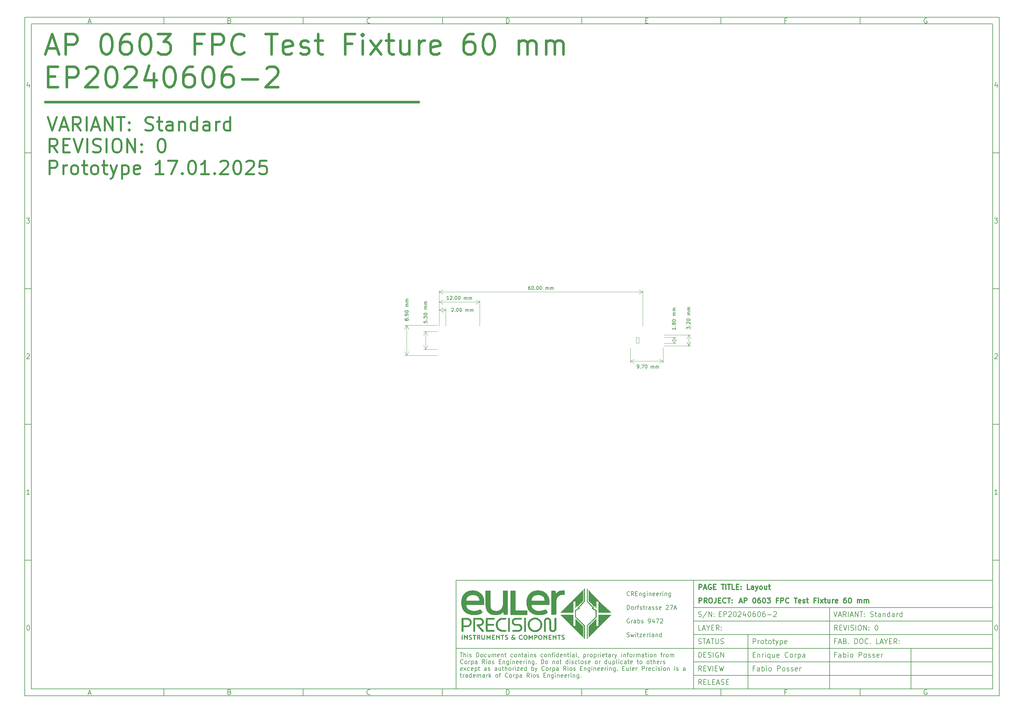
<source format=gbr>
%TF.GenerationSoftware,KiCad,Pcbnew,8.0.9-1.fc41*%
%TF.CreationDate,2025-03-16T15:34:32+01:00*%
%TF.ProjectId,0100_COVERSHEET,30313030-5f43-44f5-9645-525348454554,0*%
%TF.SameCoordinates,Original*%
%TF.FileFunction,OtherDrawing,Comment*%
%FSLAX46Y46*%
G04 Gerber Fmt 4.6, Leading zero omitted, Abs format (unit mm)*
G04 Created by KiCad (PCBNEW 8.0.9-1.fc41) date 2025-03-16 15:34:32*
%MOMM*%
%LPD*%
G01*
G04 APERTURE LIST*
%ADD10C,0.100000*%
%ADD11C,0.150000*%
%ADD12C,0.300000*%
%ADD13C,0.750000*%
%ADD14C,0.600000*%
%ADD15C,0.000001*%
G04 APERTURE END LIST*
D10*
D11*
X7000000Y-203000000D02*
X290000000Y-203000000D01*
X290000000Y-7000000D01*
X7000000Y-7000000D01*
X7000000Y-203000000D01*
D10*
D11*
X132000000Y-171000000D02*
X290000000Y-171000000D01*
X290000000Y-203000000D01*
X132000000Y-203000000D01*
X132000000Y-171000000D01*
D10*
D11*
X202000000Y-203000000D02*
X202000000Y-171000000D01*
D10*
D11*
X290000000Y-199000000D02*
X202000000Y-199000000D01*
D10*
D11*
X290000000Y-195000000D02*
X202000000Y-195000000D01*
D10*
D11*
X290000000Y-191000000D02*
X201000000Y-191000000D01*
D10*
D11*
X290000000Y-187000000D02*
X202000000Y-187000000D01*
D10*
D11*
X290000000Y-183000000D02*
X202000000Y-183000000D01*
D10*
D11*
X290000000Y-179000000D02*
X202000000Y-179000000D01*
D10*
D11*
X266000000Y-203000000D02*
X266000000Y-191000000D01*
D10*
D11*
X242000000Y-203000000D02*
X242000000Y-179000000D01*
D10*
D11*
X218000000Y-203000000D02*
X218000000Y-187000000D01*
D10*
D12*
X203556710Y-173685528D02*
X203556710Y-172185528D01*
X203556710Y-172185528D02*
X204128139Y-172185528D01*
X204128139Y-172185528D02*
X204270996Y-172256957D01*
X204270996Y-172256957D02*
X204342425Y-172328385D01*
X204342425Y-172328385D02*
X204413853Y-172471242D01*
X204413853Y-172471242D02*
X204413853Y-172685528D01*
X204413853Y-172685528D02*
X204342425Y-172828385D01*
X204342425Y-172828385D02*
X204270996Y-172899814D01*
X204270996Y-172899814D02*
X204128139Y-172971242D01*
X204128139Y-172971242D02*
X203556710Y-172971242D01*
X204985282Y-173256957D02*
X205699568Y-173256957D01*
X204842425Y-173685528D02*
X205342425Y-172185528D01*
X205342425Y-172185528D02*
X205842425Y-173685528D01*
X207128139Y-172256957D02*
X206985282Y-172185528D01*
X206985282Y-172185528D02*
X206770996Y-172185528D01*
X206770996Y-172185528D02*
X206556710Y-172256957D01*
X206556710Y-172256957D02*
X206413853Y-172399814D01*
X206413853Y-172399814D02*
X206342424Y-172542671D01*
X206342424Y-172542671D02*
X206270996Y-172828385D01*
X206270996Y-172828385D02*
X206270996Y-173042671D01*
X206270996Y-173042671D02*
X206342424Y-173328385D01*
X206342424Y-173328385D02*
X206413853Y-173471242D01*
X206413853Y-173471242D02*
X206556710Y-173614100D01*
X206556710Y-173614100D02*
X206770996Y-173685528D01*
X206770996Y-173685528D02*
X206913853Y-173685528D01*
X206913853Y-173685528D02*
X207128139Y-173614100D01*
X207128139Y-173614100D02*
X207199567Y-173542671D01*
X207199567Y-173542671D02*
X207199567Y-173042671D01*
X207199567Y-173042671D02*
X206913853Y-173042671D01*
X207842424Y-172899814D02*
X208342424Y-172899814D01*
X208556710Y-173685528D02*
X207842424Y-173685528D01*
X207842424Y-173685528D02*
X207842424Y-172185528D01*
X207842424Y-172185528D02*
X208556710Y-172185528D01*
X210128139Y-172185528D02*
X210985282Y-172185528D01*
X210556710Y-173685528D02*
X210556710Y-172185528D01*
X211485281Y-173685528D02*
X211485281Y-172185528D01*
X211985282Y-172185528D02*
X212842425Y-172185528D01*
X212413853Y-173685528D02*
X212413853Y-172185528D01*
X214056710Y-173685528D02*
X213342424Y-173685528D01*
X213342424Y-173685528D02*
X213342424Y-172185528D01*
X214556710Y-172899814D02*
X215056710Y-172899814D01*
X215270996Y-173685528D02*
X214556710Y-173685528D01*
X214556710Y-173685528D02*
X214556710Y-172185528D01*
X214556710Y-172185528D02*
X215270996Y-172185528D01*
X215913853Y-173542671D02*
X215985282Y-173614100D01*
X215985282Y-173614100D02*
X215913853Y-173685528D01*
X215913853Y-173685528D02*
X215842425Y-173614100D01*
X215842425Y-173614100D02*
X215913853Y-173542671D01*
X215913853Y-173542671D02*
X215913853Y-173685528D01*
X215913853Y-172756957D02*
X215985282Y-172828385D01*
X215985282Y-172828385D02*
X215913853Y-172899814D01*
X215913853Y-172899814D02*
X215842425Y-172828385D01*
X215842425Y-172828385D02*
X215913853Y-172756957D01*
X215913853Y-172756957D02*
X215913853Y-172899814D01*
X218485282Y-173685528D02*
X217770996Y-173685528D01*
X217770996Y-173685528D02*
X217770996Y-172185528D01*
X219628140Y-173685528D02*
X219628140Y-172899814D01*
X219628140Y-172899814D02*
X219556711Y-172756957D01*
X219556711Y-172756957D02*
X219413854Y-172685528D01*
X219413854Y-172685528D02*
X219128140Y-172685528D01*
X219128140Y-172685528D02*
X218985282Y-172756957D01*
X219628140Y-173614100D02*
X219485282Y-173685528D01*
X219485282Y-173685528D02*
X219128140Y-173685528D01*
X219128140Y-173685528D02*
X218985282Y-173614100D01*
X218985282Y-173614100D02*
X218913854Y-173471242D01*
X218913854Y-173471242D02*
X218913854Y-173328385D01*
X218913854Y-173328385D02*
X218985282Y-173185528D01*
X218985282Y-173185528D02*
X219128140Y-173114100D01*
X219128140Y-173114100D02*
X219485282Y-173114100D01*
X219485282Y-173114100D02*
X219628140Y-173042671D01*
X220199568Y-172685528D02*
X220556711Y-173685528D01*
X220913854Y-172685528D02*
X220556711Y-173685528D01*
X220556711Y-173685528D02*
X220413854Y-174042671D01*
X220413854Y-174042671D02*
X220342425Y-174114100D01*
X220342425Y-174114100D02*
X220199568Y-174185528D01*
X221699568Y-173685528D02*
X221556711Y-173614100D01*
X221556711Y-173614100D02*
X221485282Y-173542671D01*
X221485282Y-173542671D02*
X221413854Y-173399814D01*
X221413854Y-173399814D02*
X221413854Y-172971242D01*
X221413854Y-172971242D02*
X221485282Y-172828385D01*
X221485282Y-172828385D02*
X221556711Y-172756957D01*
X221556711Y-172756957D02*
X221699568Y-172685528D01*
X221699568Y-172685528D02*
X221913854Y-172685528D01*
X221913854Y-172685528D02*
X222056711Y-172756957D01*
X222056711Y-172756957D02*
X222128140Y-172828385D01*
X222128140Y-172828385D02*
X222199568Y-172971242D01*
X222199568Y-172971242D02*
X222199568Y-173399814D01*
X222199568Y-173399814D02*
X222128140Y-173542671D01*
X222128140Y-173542671D02*
X222056711Y-173614100D01*
X222056711Y-173614100D02*
X221913854Y-173685528D01*
X221913854Y-173685528D02*
X221699568Y-173685528D01*
X223485283Y-172685528D02*
X223485283Y-173685528D01*
X222842425Y-172685528D02*
X222842425Y-173471242D01*
X222842425Y-173471242D02*
X222913854Y-173614100D01*
X222913854Y-173614100D02*
X223056711Y-173685528D01*
X223056711Y-173685528D02*
X223270997Y-173685528D01*
X223270997Y-173685528D02*
X223413854Y-173614100D01*
X223413854Y-173614100D02*
X223485283Y-173542671D01*
X223985283Y-172685528D02*
X224556711Y-172685528D01*
X224199568Y-172185528D02*
X224199568Y-173471242D01*
X224199568Y-173471242D02*
X224270997Y-173614100D01*
X224270997Y-173614100D02*
X224413854Y-173685528D01*
X224413854Y-173685528D02*
X224556711Y-173685528D01*
D10*
D11*
X201000000Y-191000000D02*
X132000000Y-191000000D01*
D10*
D12*
X203554510Y-177678328D02*
X203554510Y-176178328D01*
X203554510Y-176178328D02*
X204125939Y-176178328D01*
X204125939Y-176178328D02*
X204268796Y-176249757D01*
X204268796Y-176249757D02*
X204340225Y-176321185D01*
X204340225Y-176321185D02*
X204411653Y-176464042D01*
X204411653Y-176464042D02*
X204411653Y-176678328D01*
X204411653Y-176678328D02*
X204340225Y-176821185D01*
X204340225Y-176821185D02*
X204268796Y-176892614D01*
X204268796Y-176892614D02*
X204125939Y-176964042D01*
X204125939Y-176964042D02*
X203554510Y-176964042D01*
X205911653Y-177678328D02*
X205411653Y-176964042D01*
X205054510Y-177678328D02*
X205054510Y-176178328D01*
X205054510Y-176178328D02*
X205625939Y-176178328D01*
X205625939Y-176178328D02*
X205768796Y-176249757D01*
X205768796Y-176249757D02*
X205840225Y-176321185D01*
X205840225Y-176321185D02*
X205911653Y-176464042D01*
X205911653Y-176464042D02*
X205911653Y-176678328D01*
X205911653Y-176678328D02*
X205840225Y-176821185D01*
X205840225Y-176821185D02*
X205768796Y-176892614D01*
X205768796Y-176892614D02*
X205625939Y-176964042D01*
X205625939Y-176964042D02*
X205054510Y-176964042D01*
X206840225Y-176178328D02*
X207125939Y-176178328D01*
X207125939Y-176178328D02*
X207268796Y-176249757D01*
X207268796Y-176249757D02*
X207411653Y-176392614D01*
X207411653Y-176392614D02*
X207483082Y-176678328D01*
X207483082Y-176678328D02*
X207483082Y-177178328D01*
X207483082Y-177178328D02*
X207411653Y-177464042D01*
X207411653Y-177464042D02*
X207268796Y-177606900D01*
X207268796Y-177606900D02*
X207125939Y-177678328D01*
X207125939Y-177678328D02*
X206840225Y-177678328D01*
X206840225Y-177678328D02*
X206697368Y-177606900D01*
X206697368Y-177606900D02*
X206554510Y-177464042D01*
X206554510Y-177464042D02*
X206483082Y-177178328D01*
X206483082Y-177178328D02*
X206483082Y-176678328D01*
X206483082Y-176678328D02*
X206554510Y-176392614D01*
X206554510Y-176392614D02*
X206697368Y-176249757D01*
X206697368Y-176249757D02*
X206840225Y-176178328D01*
X208554511Y-176178328D02*
X208554511Y-177249757D01*
X208554511Y-177249757D02*
X208483082Y-177464042D01*
X208483082Y-177464042D02*
X208340225Y-177606900D01*
X208340225Y-177606900D02*
X208125939Y-177678328D01*
X208125939Y-177678328D02*
X207983082Y-177678328D01*
X209268796Y-176892614D02*
X209768796Y-176892614D01*
X209983082Y-177678328D02*
X209268796Y-177678328D01*
X209268796Y-177678328D02*
X209268796Y-176178328D01*
X209268796Y-176178328D02*
X209983082Y-176178328D01*
X211483082Y-177535471D02*
X211411654Y-177606900D01*
X211411654Y-177606900D02*
X211197368Y-177678328D01*
X211197368Y-177678328D02*
X211054511Y-177678328D01*
X211054511Y-177678328D02*
X210840225Y-177606900D01*
X210840225Y-177606900D02*
X210697368Y-177464042D01*
X210697368Y-177464042D02*
X210625939Y-177321185D01*
X210625939Y-177321185D02*
X210554511Y-177035471D01*
X210554511Y-177035471D02*
X210554511Y-176821185D01*
X210554511Y-176821185D02*
X210625939Y-176535471D01*
X210625939Y-176535471D02*
X210697368Y-176392614D01*
X210697368Y-176392614D02*
X210840225Y-176249757D01*
X210840225Y-176249757D02*
X211054511Y-176178328D01*
X211054511Y-176178328D02*
X211197368Y-176178328D01*
X211197368Y-176178328D02*
X211411654Y-176249757D01*
X211411654Y-176249757D02*
X211483082Y-176321185D01*
X211911654Y-176178328D02*
X212768797Y-176178328D01*
X212340225Y-177678328D02*
X212340225Y-176178328D01*
X213268796Y-177535471D02*
X213340225Y-177606900D01*
X213340225Y-177606900D02*
X213268796Y-177678328D01*
X213268796Y-177678328D02*
X213197368Y-177606900D01*
X213197368Y-177606900D02*
X213268796Y-177535471D01*
X213268796Y-177535471D02*
X213268796Y-177678328D01*
X213268796Y-176749757D02*
X213340225Y-176821185D01*
X213340225Y-176821185D02*
X213268796Y-176892614D01*
X213268796Y-176892614D02*
X213197368Y-176821185D01*
X213197368Y-176821185D02*
X213268796Y-176749757D01*
X213268796Y-176749757D02*
X213268796Y-176892614D01*
D10*
D11*
X203384398Y-181614700D02*
X203598684Y-181686128D01*
X203598684Y-181686128D02*
X203955826Y-181686128D01*
X203955826Y-181686128D02*
X204098684Y-181614700D01*
X204098684Y-181614700D02*
X204170112Y-181543271D01*
X204170112Y-181543271D02*
X204241541Y-181400414D01*
X204241541Y-181400414D02*
X204241541Y-181257557D01*
X204241541Y-181257557D02*
X204170112Y-181114700D01*
X204170112Y-181114700D02*
X204098684Y-181043271D01*
X204098684Y-181043271D02*
X203955826Y-180971842D01*
X203955826Y-180971842D02*
X203670112Y-180900414D01*
X203670112Y-180900414D02*
X203527255Y-180828985D01*
X203527255Y-180828985D02*
X203455826Y-180757557D01*
X203455826Y-180757557D02*
X203384398Y-180614700D01*
X203384398Y-180614700D02*
X203384398Y-180471842D01*
X203384398Y-180471842D02*
X203455826Y-180328985D01*
X203455826Y-180328985D02*
X203527255Y-180257557D01*
X203527255Y-180257557D02*
X203670112Y-180186128D01*
X203670112Y-180186128D02*
X204027255Y-180186128D01*
X204027255Y-180186128D02*
X204241541Y-180257557D01*
X205955826Y-180114700D02*
X204670112Y-182043271D01*
X206455826Y-181686128D02*
X206455826Y-180186128D01*
X206455826Y-180186128D02*
X207312969Y-181686128D01*
X207312969Y-181686128D02*
X207312969Y-180186128D01*
X208027255Y-181543271D02*
X208098684Y-181614700D01*
X208098684Y-181614700D02*
X208027255Y-181686128D01*
X208027255Y-181686128D02*
X207955827Y-181614700D01*
X207955827Y-181614700D02*
X208027255Y-181543271D01*
X208027255Y-181543271D02*
X208027255Y-181686128D01*
X208027255Y-180757557D02*
X208098684Y-180828985D01*
X208098684Y-180828985D02*
X208027255Y-180900414D01*
X208027255Y-180900414D02*
X207955827Y-180828985D01*
X207955827Y-180828985D02*
X208027255Y-180757557D01*
X208027255Y-180757557D02*
X208027255Y-180900414D01*
D10*
D11*
X203455826Y-193686128D02*
X203455826Y-192186128D01*
X203455826Y-192186128D02*
X203812969Y-192186128D01*
X203812969Y-192186128D02*
X204027255Y-192257557D01*
X204027255Y-192257557D02*
X204170112Y-192400414D01*
X204170112Y-192400414D02*
X204241541Y-192543271D01*
X204241541Y-192543271D02*
X204312969Y-192828985D01*
X204312969Y-192828985D02*
X204312969Y-193043271D01*
X204312969Y-193043271D02*
X204241541Y-193328985D01*
X204241541Y-193328985D02*
X204170112Y-193471842D01*
X204170112Y-193471842D02*
X204027255Y-193614700D01*
X204027255Y-193614700D02*
X203812969Y-193686128D01*
X203812969Y-193686128D02*
X203455826Y-193686128D01*
X204955826Y-192900414D02*
X205455826Y-192900414D01*
X205670112Y-193686128D02*
X204955826Y-193686128D01*
X204955826Y-193686128D02*
X204955826Y-192186128D01*
X204955826Y-192186128D02*
X205670112Y-192186128D01*
X206241541Y-193614700D02*
X206455827Y-193686128D01*
X206455827Y-193686128D02*
X206812969Y-193686128D01*
X206812969Y-193686128D02*
X206955827Y-193614700D01*
X206955827Y-193614700D02*
X207027255Y-193543271D01*
X207027255Y-193543271D02*
X207098684Y-193400414D01*
X207098684Y-193400414D02*
X207098684Y-193257557D01*
X207098684Y-193257557D02*
X207027255Y-193114700D01*
X207027255Y-193114700D02*
X206955827Y-193043271D01*
X206955827Y-193043271D02*
X206812969Y-192971842D01*
X206812969Y-192971842D02*
X206527255Y-192900414D01*
X206527255Y-192900414D02*
X206384398Y-192828985D01*
X206384398Y-192828985D02*
X206312969Y-192757557D01*
X206312969Y-192757557D02*
X206241541Y-192614700D01*
X206241541Y-192614700D02*
X206241541Y-192471842D01*
X206241541Y-192471842D02*
X206312969Y-192328985D01*
X206312969Y-192328985D02*
X206384398Y-192257557D01*
X206384398Y-192257557D02*
X206527255Y-192186128D01*
X206527255Y-192186128D02*
X206884398Y-192186128D01*
X206884398Y-192186128D02*
X207098684Y-192257557D01*
X207741540Y-193686128D02*
X207741540Y-192186128D01*
X209241541Y-192257557D02*
X209098684Y-192186128D01*
X209098684Y-192186128D02*
X208884398Y-192186128D01*
X208884398Y-192186128D02*
X208670112Y-192257557D01*
X208670112Y-192257557D02*
X208527255Y-192400414D01*
X208527255Y-192400414D02*
X208455826Y-192543271D01*
X208455826Y-192543271D02*
X208384398Y-192828985D01*
X208384398Y-192828985D02*
X208384398Y-193043271D01*
X208384398Y-193043271D02*
X208455826Y-193328985D01*
X208455826Y-193328985D02*
X208527255Y-193471842D01*
X208527255Y-193471842D02*
X208670112Y-193614700D01*
X208670112Y-193614700D02*
X208884398Y-193686128D01*
X208884398Y-193686128D02*
X209027255Y-193686128D01*
X209027255Y-193686128D02*
X209241541Y-193614700D01*
X209241541Y-193614700D02*
X209312969Y-193543271D01*
X209312969Y-193543271D02*
X209312969Y-193043271D01*
X209312969Y-193043271D02*
X209027255Y-193043271D01*
X209955826Y-193686128D02*
X209955826Y-192186128D01*
X209955826Y-192186128D02*
X210812969Y-193686128D01*
X210812969Y-193686128D02*
X210812969Y-192186128D01*
D10*
D11*
X204312969Y-197686128D02*
X203812969Y-196971842D01*
X203455826Y-197686128D02*
X203455826Y-196186128D01*
X203455826Y-196186128D02*
X204027255Y-196186128D01*
X204027255Y-196186128D02*
X204170112Y-196257557D01*
X204170112Y-196257557D02*
X204241541Y-196328985D01*
X204241541Y-196328985D02*
X204312969Y-196471842D01*
X204312969Y-196471842D02*
X204312969Y-196686128D01*
X204312969Y-196686128D02*
X204241541Y-196828985D01*
X204241541Y-196828985D02*
X204170112Y-196900414D01*
X204170112Y-196900414D02*
X204027255Y-196971842D01*
X204027255Y-196971842D02*
X203455826Y-196971842D01*
X204955826Y-196900414D02*
X205455826Y-196900414D01*
X205670112Y-197686128D02*
X204955826Y-197686128D01*
X204955826Y-197686128D02*
X204955826Y-196186128D01*
X204955826Y-196186128D02*
X205670112Y-196186128D01*
X206098684Y-196186128D02*
X206598684Y-197686128D01*
X206598684Y-197686128D02*
X207098684Y-196186128D01*
X207598683Y-197686128D02*
X207598683Y-196186128D01*
X208312969Y-196900414D02*
X208812969Y-196900414D01*
X209027255Y-197686128D02*
X208312969Y-197686128D01*
X208312969Y-197686128D02*
X208312969Y-196186128D01*
X208312969Y-196186128D02*
X209027255Y-196186128D01*
X209527255Y-196186128D02*
X209884398Y-197686128D01*
X209884398Y-197686128D02*
X210170112Y-196614700D01*
X210170112Y-196614700D02*
X210455827Y-197686128D01*
X210455827Y-197686128D02*
X210812970Y-196186128D01*
D10*
D11*
X204312969Y-201686128D02*
X203812969Y-200971842D01*
X203455826Y-201686128D02*
X203455826Y-200186128D01*
X203455826Y-200186128D02*
X204027255Y-200186128D01*
X204027255Y-200186128D02*
X204170112Y-200257557D01*
X204170112Y-200257557D02*
X204241541Y-200328985D01*
X204241541Y-200328985D02*
X204312969Y-200471842D01*
X204312969Y-200471842D02*
X204312969Y-200686128D01*
X204312969Y-200686128D02*
X204241541Y-200828985D01*
X204241541Y-200828985D02*
X204170112Y-200900414D01*
X204170112Y-200900414D02*
X204027255Y-200971842D01*
X204027255Y-200971842D02*
X203455826Y-200971842D01*
X204955826Y-200900414D02*
X205455826Y-200900414D01*
X205670112Y-201686128D02*
X204955826Y-201686128D01*
X204955826Y-201686128D02*
X204955826Y-200186128D01*
X204955826Y-200186128D02*
X205670112Y-200186128D01*
X207027255Y-201686128D02*
X206312969Y-201686128D01*
X206312969Y-201686128D02*
X206312969Y-200186128D01*
X207527255Y-200900414D02*
X208027255Y-200900414D01*
X208241541Y-201686128D02*
X207527255Y-201686128D01*
X207527255Y-201686128D02*
X207527255Y-200186128D01*
X207527255Y-200186128D02*
X208241541Y-200186128D01*
X208812970Y-201257557D02*
X209527256Y-201257557D01*
X208670113Y-201686128D02*
X209170113Y-200186128D01*
X209170113Y-200186128D02*
X209670113Y-201686128D01*
X210098684Y-201614700D02*
X210312970Y-201686128D01*
X210312970Y-201686128D02*
X210670112Y-201686128D01*
X210670112Y-201686128D02*
X210812970Y-201614700D01*
X210812970Y-201614700D02*
X210884398Y-201543271D01*
X210884398Y-201543271D02*
X210955827Y-201400414D01*
X210955827Y-201400414D02*
X210955827Y-201257557D01*
X210955827Y-201257557D02*
X210884398Y-201114700D01*
X210884398Y-201114700D02*
X210812970Y-201043271D01*
X210812970Y-201043271D02*
X210670112Y-200971842D01*
X210670112Y-200971842D02*
X210384398Y-200900414D01*
X210384398Y-200900414D02*
X210241541Y-200828985D01*
X210241541Y-200828985D02*
X210170112Y-200757557D01*
X210170112Y-200757557D02*
X210098684Y-200614700D01*
X210098684Y-200614700D02*
X210098684Y-200471842D01*
X210098684Y-200471842D02*
X210170112Y-200328985D01*
X210170112Y-200328985D02*
X210241541Y-200257557D01*
X210241541Y-200257557D02*
X210384398Y-200186128D01*
X210384398Y-200186128D02*
X210741541Y-200186128D01*
X210741541Y-200186128D02*
X210955827Y-200257557D01*
X211598683Y-200900414D02*
X212098683Y-200900414D01*
X212312969Y-201686128D02*
X211598683Y-201686128D01*
X211598683Y-201686128D02*
X211598683Y-200186128D01*
X211598683Y-200186128D02*
X212312969Y-200186128D01*
D10*
D11*
X243241541Y-180186128D02*
X243741541Y-181686128D01*
X243741541Y-181686128D02*
X244241541Y-180186128D01*
X244670112Y-181257557D02*
X245384398Y-181257557D01*
X244527255Y-181686128D02*
X245027255Y-180186128D01*
X245027255Y-180186128D02*
X245527255Y-181686128D01*
X246884397Y-181686128D02*
X246384397Y-180971842D01*
X246027254Y-181686128D02*
X246027254Y-180186128D01*
X246027254Y-180186128D02*
X246598683Y-180186128D01*
X246598683Y-180186128D02*
X246741540Y-180257557D01*
X246741540Y-180257557D02*
X246812969Y-180328985D01*
X246812969Y-180328985D02*
X246884397Y-180471842D01*
X246884397Y-180471842D02*
X246884397Y-180686128D01*
X246884397Y-180686128D02*
X246812969Y-180828985D01*
X246812969Y-180828985D02*
X246741540Y-180900414D01*
X246741540Y-180900414D02*
X246598683Y-180971842D01*
X246598683Y-180971842D02*
X246027254Y-180971842D01*
X247527254Y-181686128D02*
X247527254Y-180186128D01*
X248170112Y-181257557D02*
X248884398Y-181257557D01*
X248027255Y-181686128D02*
X248527255Y-180186128D01*
X248527255Y-180186128D02*
X249027255Y-181686128D01*
X249527254Y-181686128D02*
X249527254Y-180186128D01*
X249527254Y-180186128D02*
X250384397Y-181686128D01*
X250384397Y-181686128D02*
X250384397Y-180186128D01*
X250884398Y-180186128D02*
X251741541Y-180186128D01*
X251312969Y-181686128D02*
X251312969Y-180186128D01*
X252241540Y-181543271D02*
X252312969Y-181614700D01*
X252312969Y-181614700D02*
X252241540Y-181686128D01*
X252241540Y-181686128D02*
X252170112Y-181614700D01*
X252170112Y-181614700D02*
X252241540Y-181543271D01*
X252241540Y-181543271D02*
X252241540Y-181686128D01*
X252241540Y-180757557D02*
X252312969Y-180828985D01*
X252312969Y-180828985D02*
X252241540Y-180900414D01*
X252241540Y-180900414D02*
X252170112Y-180828985D01*
X252170112Y-180828985D02*
X252241540Y-180757557D01*
X252241540Y-180757557D02*
X252241540Y-180900414D01*
X254027255Y-181614700D02*
X254241541Y-181686128D01*
X254241541Y-181686128D02*
X254598683Y-181686128D01*
X254598683Y-181686128D02*
X254741541Y-181614700D01*
X254741541Y-181614700D02*
X254812969Y-181543271D01*
X254812969Y-181543271D02*
X254884398Y-181400414D01*
X254884398Y-181400414D02*
X254884398Y-181257557D01*
X254884398Y-181257557D02*
X254812969Y-181114700D01*
X254812969Y-181114700D02*
X254741541Y-181043271D01*
X254741541Y-181043271D02*
X254598683Y-180971842D01*
X254598683Y-180971842D02*
X254312969Y-180900414D01*
X254312969Y-180900414D02*
X254170112Y-180828985D01*
X254170112Y-180828985D02*
X254098683Y-180757557D01*
X254098683Y-180757557D02*
X254027255Y-180614700D01*
X254027255Y-180614700D02*
X254027255Y-180471842D01*
X254027255Y-180471842D02*
X254098683Y-180328985D01*
X254098683Y-180328985D02*
X254170112Y-180257557D01*
X254170112Y-180257557D02*
X254312969Y-180186128D01*
X254312969Y-180186128D02*
X254670112Y-180186128D01*
X254670112Y-180186128D02*
X254884398Y-180257557D01*
X255312969Y-180686128D02*
X255884397Y-180686128D01*
X255527254Y-180186128D02*
X255527254Y-181471842D01*
X255527254Y-181471842D02*
X255598683Y-181614700D01*
X255598683Y-181614700D02*
X255741540Y-181686128D01*
X255741540Y-181686128D02*
X255884397Y-181686128D01*
X257027255Y-181686128D02*
X257027255Y-180900414D01*
X257027255Y-180900414D02*
X256955826Y-180757557D01*
X256955826Y-180757557D02*
X256812969Y-180686128D01*
X256812969Y-180686128D02*
X256527255Y-180686128D01*
X256527255Y-180686128D02*
X256384397Y-180757557D01*
X257027255Y-181614700D02*
X256884397Y-181686128D01*
X256884397Y-181686128D02*
X256527255Y-181686128D01*
X256527255Y-181686128D02*
X256384397Y-181614700D01*
X256384397Y-181614700D02*
X256312969Y-181471842D01*
X256312969Y-181471842D02*
X256312969Y-181328985D01*
X256312969Y-181328985D02*
X256384397Y-181186128D01*
X256384397Y-181186128D02*
X256527255Y-181114700D01*
X256527255Y-181114700D02*
X256884397Y-181114700D01*
X256884397Y-181114700D02*
X257027255Y-181043271D01*
X257741540Y-180686128D02*
X257741540Y-181686128D01*
X257741540Y-180828985D02*
X257812969Y-180757557D01*
X257812969Y-180757557D02*
X257955826Y-180686128D01*
X257955826Y-180686128D02*
X258170112Y-180686128D01*
X258170112Y-180686128D02*
X258312969Y-180757557D01*
X258312969Y-180757557D02*
X258384398Y-180900414D01*
X258384398Y-180900414D02*
X258384398Y-181686128D01*
X259741541Y-181686128D02*
X259741541Y-180186128D01*
X259741541Y-181614700D02*
X259598683Y-181686128D01*
X259598683Y-181686128D02*
X259312969Y-181686128D01*
X259312969Y-181686128D02*
X259170112Y-181614700D01*
X259170112Y-181614700D02*
X259098683Y-181543271D01*
X259098683Y-181543271D02*
X259027255Y-181400414D01*
X259027255Y-181400414D02*
X259027255Y-180971842D01*
X259027255Y-180971842D02*
X259098683Y-180828985D01*
X259098683Y-180828985D02*
X259170112Y-180757557D01*
X259170112Y-180757557D02*
X259312969Y-180686128D01*
X259312969Y-180686128D02*
X259598683Y-180686128D01*
X259598683Y-180686128D02*
X259741541Y-180757557D01*
X261098684Y-181686128D02*
X261098684Y-180900414D01*
X261098684Y-180900414D02*
X261027255Y-180757557D01*
X261027255Y-180757557D02*
X260884398Y-180686128D01*
X260884398Y-180686128D02*
X260598684Y-180686128D01*
X260598684Y-180686128D02*
X260455826Y-180757557D01*
X261098684Y-181614700D02*
X260955826Y-181686128D01*
X260955826Y-181686128D02*
X260598684Y-181686128D01*
X260598684Y-181686128D02*
X260455826Y-181614700D01*
X260455826Y-181614700D02*
X260384398Y-181471842D01*
X260384398Y-181471842D02*
X260384398Y-181328985D01*
X260384398Y-181328985D02*
X260455826Y-181186128D01*
X260455826Y-181186128D02*
X260598684Y-181114700D01*
X260598684Y-181114700D02*
X260955826Y-181114700D01*
X260955826Y-181114700D02*
X261098684Y-181043271D01*
X261812969Y-181686128D02*
X261812969Y-180686128D01*
X261812969Y-180971842D02*
X261884398Y-180828985D01*
X261884398Y-180828985D02*
X261955827Y-180757557D01*
X261955827Y-180757557D02*
X262098684Y-180686128D01*
X262098684Y-180686128D02*
X262241541Y-180686128D01*
X263384398Y-181686128D02*
X263384398Y-180186128D01*
X263384398Y-181614700D02*
X263241540Y-181686128D01*
X263241540Y-181686128D02*
X262955826Y-181686128D01*
X262955826Y-181686128D02*
X262812969Y-181614700D01*
X262812969Y-181614700D02*
X262741540Y-181543271D01*
X262741540Y-181543271D02*
X262670112Y-181400414D01*
X262670112Y-181400414D02*
X262670112Y-180971842D01*
X262670112Y-180971842D02*
X262741540Y-180828985D01*
X262741540Y-180828985D02*
X262812969Y-180757557D01*
X262812969Y-180757557D02*
X262955826Y-180686128D01*
X262955826Y-180686128D02*
X263241540Y-180686128D01*
X263241540Y-180686128D02*
X263384398Y-180757557D01*
D10*
D11*
X244312969Y-185686128D02*
X243812969Y-184971842D01*
X243455826Y-185686128D02*
X243455826Y-184186128D01*
X243455826Y-184186128D02*
X244027255Y-184186128D01*
X244027255Y-184186128D02*
X244170112Y-184257557D01*
X244170112Y-184257557D02*
X244241541Y-184328985D01*
X244241541Y-184328985D02*
X244312969Y-184471842D01*
X244312969Y-184471842D02*
X244312969Y-184686128D01*
X244312969Y-184686128D02*
X244241541Y-184828985D01*
X244241541Y-184828985D02*
X244170112Y-184900414D01*
X244170112Y-184900414D02*
X244027255Y-184971842D01*
X244027255Y-184971842D02*
X243455826Y-184971842D01*
X244955826Y-184900414D02*
X245455826Y-184900414D01*
X245670112Y-185686128D02*
X244955826Y-185686128D01*
X244955826Y-185686128D02*
X244955826Y-184186128D01*
X244955826Y-184186128D02*
X245670112Y-184186128D01*
X246098684Y-184186128D02*
X246598684Y-185686128D01*
X246598684Y-185686128D02*
X247098684Y-184186128D01*
X247598683Y-185686128D02*
X247598683Y-184186128D01*
X248241541Y-185614700D02*
X248455827Y-185686128D01*
X248455827Y-185686128D02*
X248812969Y-185686128D01*
X248812969Y-185686128D02*
X248955827Y-185614700D01*
X248955827Y-185614700D02*
X249027255Y-185543271D01*
X249027255Y-185543271D02*
X249098684Y-185400414D01*
X249098684Y-185400414D02*
X249098684Y-185257557D01*
X249098684Y-185257557D02*
X249027255Y-185114700D01*
X249027255Y-185114700D02*
X248955827Y-185043271D01*
X248955827Y-185043271D02*
X248812969Y-184971842D01*
X248812969Y-184971842D02*
X248527255Y-184900414D01*
X248527255Y-184900414D02*
X248384398Y-184828985D01*
X248384398Y-184828985D02*
X248312969Y-184757557D01*
X248312969Y-184757557D02*
X248241541Y-184614700D01*
X248241541Y-184614700D02*
X248241541Y-184471842D01*
X248241541Y-184471842D02*
X248312969Y-184328985D01*
X248312969Y-184328985D02*
X248384398Y-184257557D01*
X248384398Y-184257557D02*
X248527255Y-184186128D01*
X248527255Y-184186128D02*
X248884398Y-184186128D01*
X248884398Y-184186128D02*
X249098684Y-184257557D01*
X249741540Y-185686128D02*
X249741540Y-184186128D01*
X250741541Y-184186128D02*
X251027255Y-184186128D01*
X251027255Y-184186128D02*
X251170112Y-184257557D01*
X251170112Y-184257557D02*
X251312969Y-184400414D01*
X251312969Y-184400414D02*
X251384398Y-184686128D01*
X251384398Y-184686128D02*
X251384398Y-185186128D01*
X251384398Y-185186128D02*
X251312969Y-185471842D01*
X251312969Y-185471842D02*
X251170112Y-185614700D01*
X251170112Y-185614700D02*
X251027255Y-185686128D01*
X251027255Y-185686128D02*
X250741541Y-185686128D01*
X250741541Y-185686128D02*
X250598684Y-185614700D01*
X250598684Y-185614700D02*
X250455826Y-185471842D01*
X250455826Y-185471842D02*
X250384398Y-185186128D01*
X250384398Y-185186128D02*
X250384398Y-184686128D01*
X250384398Y-184686128D02*
X250455826Y-184400414D01*
X250455826Y-184400414D02*
X250598684Y-184257557D01*
X250598684Y-184257557D02*
X250741541Y-184186128D01*
X252027255Y-185686128D02*
X252027255Y-184186128D01*
X252027255Y-184186128D02*
X252884398Y-185686128D01*
X252884398Y-185686128D02*
X252884398Y-184186128D01*
X253598684Y-185543271D02*
X253670113Y-185614700D01*
X253670113Y-185614700D02*
X253598684Y-185686128D01*
X253598684Y-185686128D02*
X253527256Y-185614700D01*
X253527256Y-185614700D02*
X253598684Y-185543271D01*
X253598684Y-185543271D02*
X253598684Y-185686128D01*
X253598684Y-184757557D02*
X253670113Y-184828985D01*
X253670113Y-184828985D02*
X253598684Y-184900414D01*
X253598684Y-184900414D02*
X253527256Y-184828985D01*
X253527256Y-184828985D02*
X253598684Y-184757557D01*
X253598684Y-184757557D02*
X253598684Y-184900414D01*
X255741542Y-184186128D02*
X255884399Y-184186128D01*
X255884399Y-184186128D02*
X256027256Y-184257557D01*
X256027256Y-184257557D02*
X256098685Y-184328985D01*
X256098685Y-184328985D02*
X256170113Y-184471842D01*
X256170113Y-184471842D02*
X256241542Y-184757557D01*
X256241542Y-184757557D02*
X256241542Y-185114700D01*
X256241542Y-185114700D02*
X256170113Y-185400414D01*
X256170113Y-185400414D02*
X256098685Y-185543271D01*
X256098685Y-185543271D02*
X256027256Y-185614700D01*
X256027256Y-185614700D02*
X255884399Y-185686128D01*
X255884399Y-185686128D02*
X255741542Y-185686128D01*
X255741542Y-185686128D02*
X255598685Y-185614700D01*
X255598685Y-185614700D02*
X255527256Y-185543271D01*
X255527256Y-185543271D02*
X255455827Y-185400414D01*
X255455827Y-185400414D02*
X255384399Y-185114700D01*
X255384399Y-185114700D02*
X255384399Y-184757557D01*
X255384399Y-184757557D02*
X255455827Y-184471842D01*
X255455827Y-184471842D02*
X255527256Y-184328985D01*
X255527256Y-184328985D02*
X255598685Y-184257557D01*
X255598685Y-184257557D02*
X255741542Y-184186128D01*
D10*
D11*
X203384398Y-189614700D02*
X203598684Y-189686128D01*
X203598684Y-189686128D02*
X203955826Y-189686128D01*
X203955826Y-189686128D02*
X204098684Y-189614700D01*
X204098684Y-189614700D02*
X204170112Y-189543271D01*
X204170112Y-189543271D02*
X204241541Y-189400414D01*
X204241541Y-189400414D02*
X204241541Y-189257557D01*
X204241541Y-189257557D02*
X204170112Y-189114700D01*
X204170112Y-189114700D02*
X204098684Y-189043271D01*
X204098684Y-189043271D02*
X203955826Y-188971842D01*
X203955826Y-188971842D02*
X203670112Y-188900414D01*
X203670112Y-188900414D02*
X203527255Y-188828985D01*
X203527255Y-188828985D02*
X203455826Y-188757557D01*
X203455826Y-188757557D02*
X203384398Y-188614700D01*
X203384398Y-188614700D02*
X203384398Y-188471842D01*
X203384398Y-188471842D02*
X203455826Y-188328985D01*
X203455826Y-188328985D02*
X203527255Y-188257557D01*
X203527255Y-188257557D02*
X203670112Y-188186128D01*
X203670112Y-188186128D02*
X204027255Y-188186128D01*
X204027255Y-188186128D02*
X204241541Y-188257557D01*
X204670112Y-188186128D02*
X205527255Y-188186128D01*
X205098683Y-189686128D02*
X205098683Y-188186128D01*
X205955826Y-189257557D02*
X206670112Y-189257557D01*
X205812969Y-189686128D02*
X206312969Y-188186128D01*
X206312969Y-188186128D02*
X206812969Y-189686128D01*
X207098683Y-188186128D02*
X207955826Y-188186128D01*
X207527254Y-189686128D02*
X207527254Y-188186128D01*
X208455825Y-188186128D02*
X208455825Y-189400414D01*
X208455825Y-189400414D02*
X208527254Y-189543271D01*
X208527254Y-189543271D02*
X208598683Y-189614700D01*
X208598683Y-189614700D02*
X208741540Y-189686128D01*
X208741540Y-189686128D02*
X209027254Y-189686128D01*
X209027254Y-189686128D02*
X209170111Y-189614700D01*
X209170111Y-189614700D02*
X209241540Y-189543271D01*
X209241540Y-189543271D02*
X209312968Y-189400414D01*
X209312968Y-189400414D02*
X209312968Y-188186128D01*
X209955826Y-189614700D02*
X210170112Y-189686128D01*
X210170112Y-189686128D02*
X210527254Y-189686128D01*
X210527254Y-189686128D02*
X210670112Y-189614700D01*
X210670112Y-189614700D02*
X210741540Y-189543271D01*
X210741540Y-189543271D02*
X210812969Y-189400414D01*
X210812969Y-189400414D02*
X210812969Y-189257557D01*
X210812969Y-189257557D02*
X210741540Y-189114700D01*
X210741540Y-189114700D02*
X210670112Y-189043271D01*
X210670112Y-189043271D02*
X210527254Y-188971842D01*
X210527254Y-188971842D02*
X210241540Y-188900414D01*
X210241540Y-188900414D02*
X210098683Y-188828985D01*
X210098683Y-188828985D02*
X210027254Y-188757557D01*
X210027254Y-188757557D02*
X209955826Y-188614700D01*
X209955826Y-188614700D02*
X209955826Y-188471842D01*
X209955826Y-188471842D02*
X210027254Y-188328985D01*
X210027254Y-188328985D02*
X210098683Y-188257557D01*
X210098683Y-188257557D02*
X210241540Y-188186128D01*
X210241540Y-188186128D02*
X210598683Y-188186128D01*
X210598683Y-188186128D02*
X210812969Y-188257557D01*
D10*
D11*
X219455826Y-189686128D02*
X219455826Y-188186128D01*
X219455826Y-188186128D02*
X220027255Y-188186128D01*
X220027255Y-188186128D02*
X220170112Y-188257557D01*
X220170112Y-188257557D02*
X220241541Y-188328985D01*
X220241541Y-188328985D02*
X220312969Y-188471842D01*
X220312969Y-188471842D02*
X220312969Y-188686128D01*
X220312969Y-188686128D02*
X220241541Y-188828985D01*
X220241541Y-188828985D02*
X220170112Y-188900414D01*
X220170112Y-188900414D02*
X220027255Y-188971842D01*
X220027255Y-188971842D02*
X219455826Y-188971842D01*
X220955826Y-189686128D02*
X220955826Y-188686128D01*
X220955826Y-188971842D02*
X221027255Y-188828985D01*
X221027255Y-188828985D02*
X221098684Y-188757557D01*
X221098684Y-188757557D02*
X221241541Y-188686128D01*
X221241541Y-188686128D02*
X221384398Y-188686128D01*
X222098683Y-189686128D02*
X221955826Y-189614700D01*
X221955826Y-189614700D02*
X221884397Y-189543271D01*
X221884397Y-189543271D02*
X221812969Y-189400414D01*
X221812969Y-189400414D02*
X221812969Y-188971842D01*
X221812969Y-188971842D02*
X221884397Y-188828985D01*
X221884397Y-188828985D02*
X221955826Y-188757557D01*
X221955826Y-188757557D02*
X222098683Y-188686128D01*
X222098683Y-188686128D02*
X222312969Y-188686128D01*
X222312969Y-188686128D02*
X222455826Y-188757557D01*
X222455826Y-188757557D02*
X222527255Y-188828985D01*
X222527255Y-188828985D02*
X222598683Y-188971842D01*
X222598683Y-188971842D02*
X222598683Y-189400414D01*
X222598683Y-189400414D02*
X222527255Y-189543271D01*
X222527255Y-189543271D02*
X222455826Y-189614700D01*
X222455826Y-189614700D02*
X222312969Y-189686128D01*
X222312969Y-189686128D02*
X222098683Y-189686128D01*
X223027255Y-188686128D02*
X223598683Y-188686128D01*
X223241540Y-188186128D02*
X223241540Y-189471842D01*
X223241540Y-189471842D02*
X223312969Y-189614700D01*
X223312969Y-189614700D02*
X223455826Y-189686128D01*
X223455826Y-189686128D02*
X223598683Y-189686128D01*
X224312969Y-189686128D02*
X224170112Y-189614700D01*
X224170112Y-189614700D02*
X224098683Y-189543271D01*
X224098683Y-189543271D02*
X224027255Y-189400414D01*
X224027255Y-189400414D02*
X224027255Y-188971842D01*
X224027255Y-188971842D02*
X224098683Y-188828985D01*
X224098683Y-188828985D02*
X224170112Y-188757557D01*
X224170112Y-188757557D02*
X224312969Y-188686128D01*
X224312969Y-188686128D02*
X224527255Y-188686128D01*
X224527255Y-188686128D02*
X224670112Y-188757557D01*
X224670112Y-188757557D02*
X224741541Y-188828985D01*
X224741541Y-188828985D02*
X224812969Y-188971842D01*
X224812969Y-188971842D02*
X224812969Y-189400414D01*
X224812969Y-189400414D02*
X224741541Y-189543271D01*
X224741541Y-189543271D02*
X224670112Y-189614700D01*
X224670112Y-189614700D02*
X224527255Y-189686128D01*
X224527255Y-189686128D02*
X224312969Y-189686128D01*
X225241541Y-188686128D02*
X225812969Y-188686128D01*
X225455826Y-188186128D02*
X225455826Y-189471842D01*
X225455826Y-189471842D02*
X225527255Y-189614700D01*
X225527255Y-189614700D02*
X225670112Y-189686128D01*
X225670112Y-189686128D02*
X225812969Y-189686128D01*
X226170112Y-188686128D02*
X226527255Y-189686128D01*
X226884398Y-188686128D02*
X226527255Y-189686128D01*
X226527255Y-189686128D02*
X226384398Y-190043271D01*
X226384398Y-190043271D02*
X226312969Y-190114700D01*
X226312969Y-190114700D02*
X226170112Y-190186128D01*
X227455826Y-188686128D02*
X227455826Y-190186128D01*
X227455826Y-188757557D02*
X227598684Y-188686128D01*
X227598684Y-188686128D02*
X227884398Y-188686128D01*
X227884398Y-188686128D02*
X228027255Y-188757557D01*
X228027255Y-188757557D02*
X228098684Y-188828985D01*
X228098684Y-188828985D02*
X228170112Y-188971842D01*
X228170112Y-188971842D02*
X228170112Y-189400414D01*
X228170112Y-189400414D02*
X228098684Y-189543271D01*
X228098684Y-189543271D02*
X228027255Y-189614700D01*
X228027255Y-189614700D02*
X227884398Y-189686128D01*
X227884398Y-189686128D02*
X227598684Y-189686128D01*
X227598684Y-189686128D02*
X227455826Y-189614700D01*
X229384398Y-189614700D02*
X229241541Y-189686128D01*
X229241541Y-189686128D02*
X228955827Y-189686128D01*
X228955827Y-189686128D02*
X228812969Y-189614700D01*
X228812969Y-189614700D02*
X228741541Y-189471842D01*
X228741541Y-189471842D02*
X228741541Y-188900414D01*
X228741541Y-188900414D02*
X228812969Y-188757557D01*
X228812969Y-188757557D02*
X228955827Y-188686128D01*
X228955827Y-188686128D02*
X229241541Y-188686128D01*
X229241541Y-188686128D02*
X229384398Y-188757557D01*
X229384398Y-188757557D02*
X229455827Y-188900414D01*
X229455827Y-188900414D02*
X229455827Y-189043271D01*
X229455827Y-189043271D02*
X228741541Y-189186128D01*
D10*
D11*
X219955826Y-196900414D02*
X219455826Y-196900414D01*
X219455826Y-197686128D02*
X219455826Y-196186128D01*
X219455826Y-196186128D02*
X220170112Y-196186128D01*
X221384398Y-197686128D02*
X221384398Y-196900414D01*
X221384398Y-196900414D02*
X221312969Y-196757557D01*
X221312969Y-196757557D02*
X221170112Y-196686128D01*
X221170112Y-196686128D02*
X220884398Y-196686128D01*
X220884398Y-196686128D02*
X220741540Y-196757557D01*
X221384398Y-197614700D02*
X221241540Y-197686128D01*
X221241540Y-197686128D02*
X220884398Y-197686128D01*
X220884398Y-197686128D02*
X220741540Y-197614700D01*
X220741540Y-197614700D02*
X220670112Y-197471842D01*
X220670112Y-197471842D02*
X220670112Y-197328985D01*
X220670112Y-197328985D02*
X220741540Y-197186128D01*
X220741540Y-197186128D02*
X220884398Y-197114700D01*
X220884398Y-197114700D02*
X221241540Y-197114700D01*
X221241540Y-197114700D02*
X221384398Y-197043271D01*
X222098683Y-197686128D02*
X222098683Y-196186128D01*
X222098683Y-196757557D02*
X222241541Y-196686128D01*
X222241541Y-196686128D02*
X222527255Y-196686128D01*
X222527255Y-196686128D02*
X222670112Y-196757557D01*
X222670112Y-196757557D02*
X222741541Y-196828985D01*
X222741541Y-196828985D02*
X222812969Y-196971842D01*
X222812969Y-196971842D02*
X222812969Y-197400414D01*
X222812969Y-197400414D02*
X222741541Y-197543271D01*
X222741541Y-197543271D02*
X222670112Y-197614700D01*
X222670112Y-197614700D02*
X222527255Y-197686128D01*
X222527255Y-197686128D02*
X222241541Y-197686128D01*
X222241541Y-197686128D02*
X222098683Y-197614700D01*
X223455826Y-197686128D02*
X223455826Y-196686128D01*
X223455826Y-196186128D02*
X223384398Y-196257557D01*
X223384398Y-196257557D02*
X223455826Y-196328985D01*
X223455826Y-196328985D02*
X223527255Y-196257557D01*
X223527255Y-196257557D02*
X223455826Y-196186128D01*
X223455826Y-196186128D02*
X223455826Y-196328985D01*
X224384398Y-197686128D02*
X224241541Y-197614700D01*
X224241541Y-197614700D02*
X224170112Y-197543271D01*
X224170112Y-197543271D02*
X224098684Y-197400414D01*
X224098684Y-197400414D02*
X224098684Y-196971842D01*
X224098684Y-196971842D02*
X224170112Y-196828985D01*
X224170112Y-196828985D02*
X224241541Y-196757557D01*
X224241541Y-196757557D02*
X224384398Y-196686128D01*
X224384398Y-196686128D02*
X224598684Y-196686128D01*
X224598684Y-196686128D02*
X224741541Y-196757557D01*
X224741541Y-196757557D02*
X224812970Y-196828985D01*
X224812970Y-196828985D02*
X224884398Y-196971842D01*
X224884398Y-196971842D02*
X224884398Y-197400414D01*
X224884398Y-197400414D02*
X224812970Y-197543271D01*
X224812970Y-197543271D02*
X224741541Y-197614700D01*
X224741541Y-197614700D02*
X224598684Y-197686128D01*
X224598684Y-197686128D02*
X224384398Y-197686128D01*
X226670112Y-197686128D02*
X226670112Y-196186128D01*
X226670112Y-196186128D02*
X227241541Y-196186128D01*
X227241541Y-196186128D02*
X227384398Y-196257557D01*
X227384398Y-196257557D02*
X227455827Y-196328985D01*
X227455827Y-196328985D02*
X227527255Y-196471842D01*
X227527255Y-196471842D02*
X227527255Y-196686128D01*
X227527255Y-196686128D02*
X227455827Y-196828985D01*
X227455827Y-196828985D02*
X227384398Y-196900414D01*
X227384398Y-196900414D02*
X227241541Y-196971842D01*
X227241541Y-196971842D02*
X226670112Y-196971842D01*
X228384398Y-197686128D02*
X228241541Y-197614700D01*
X228241541Y-197614700D02*
X228170112Y-197543271D01*
X228170112Y-197543271D02*
X228098684Y-197400414D01*
X228098684Y-197400414D02*
X228098684Y-196971842D01*
X228098684Y-196971842D02*
X228170112Y-196828985D01*
X228170112Y-196828985D02*
X228241541Y-196757557D01*
X228241541Y-196757557D02*
X228384398Y-196686128D01*
X228384398Y-196686128D02*
X228598684Y-196686128D01*
X228598684Y-196686128D02*
X228741541Y-196757557D01*
X228741541Y-196757557D02*
X228812970Y-196828985D01*
X228812970Y-196828985D02*
X228884398Y-196971842D01*
X228884398Y-196971842D02*
X228884398Y-197400414D01*
X228884398Y-197400414D02*
X228812970Y-197543271D01*
X228812970Y-197543271D02*
X228741541Y-197614700D01*
X228741541Y-197614700D02*
X228598684Y-197686128D01*
X228598684Y-197686128D02*
X228384398Y-197686128D01*
X229455827Y-197614700D02*
X229598684Y-197686128D01*
X229598684Y-197686128D02*
X229884398Y-197686128D01*
X229884398Y-197686128D02*
X230027255Y-197614700D01*
X230027255Y-197614700D02*
X230098684Y-197471842D01*
X230098684Y-197471842D02*
X230098684Y-197400414D01*
X230098684Y-197400414D02*
X230027255Y-197257557D01*
X230027255Y-197257557D02*
X229884398Y-197186128D01*
X229884398Y-197186128D02*
X229670113Y-197186128D01*
X229670113Y-197186128D02*
X229527255Y-197114700D01*
X229527255Y-197114700D02*
X229455827Y-196971842D01*
X229455827Y-196971842D02*
X229455827Y-196900414D01*
X229455827Y-196900414D02*
X229527255Y-196757557D01*
X229527255Y-196757557D02*
X229670113Y-196686128D01*
X229670113Y-196686128D02*
X229884398Y-196686128D01*
X229884398Y-196686128D02*
X230027255Y-196757557D01*
X230670113Y-197614700D02*
X230812970Y-197686128D01*
X230812970Y-197686128D02*
X231098684Y-197686128D01*
X231098684Y-197686128D02*
X231241541Y-197614700D01*
X231241541Y-197614700D02*
X231312970Y-197471842D01*
X231312970Y-197471842D02*
X231312970Y-197400414D01*
X231312970Y-197400414D02*
X231241541Y-197257557D01*
X231241541Y-197257557D02*
X231098684Y-197186128D01*
X231098684Y-197186128D02*
X230884399Y-197186128D01*
X230884399Y-197186128D02*
X230741541Y-197114700D01*
X230741541Y-197114700D02*
X230670113Y-196971842D01*
X230670113Y-196971842D02*
X230670113Y-196900414D01*
X230670113Y-196900414D02*
X230741541Y-196757557D01*
X230741541Y-196757557D02*
X230884399Y-196686128D01*
X230884399Y-196686128D02*
X231098684Y-196686128D01*
X231098684Y-196686128D02*
X231241541Y-196757557D01*
X232527256Y-197614700D02*
X232384399Y-197686128D01*
X232384399Y-197686128D02*
X232098685Y-197686128D01*
X232098685Y-197686128D02*
X231955827Y-197614700D01*
X231955827Y-197614700D02*
X231884399Y-197471842D01*
X231884399Y-197471842D02*
X231884399Y-196900414D01*
X231884399Y-196900414D02*
X231955827Y-196757557D01*
X231955827Y-196757557D02*
X232098685Y-196686128D01*
X232098685Y-196686128D02*
X232384399Y-196686128D01*
X232384399Y-196686128D02*
X232527256Y-196757557D01*
X232527256Y-196757557D02*
X232598685Y-196900414D01*
X232598685Y-196900414D02*
X232598685Y-197043271D01*
X232598685Y-197043271D02*
X231884399Y-197186128D01*
X233241541Y-197686128D02*
X233241541Y-196686128D01*
X233241541Y-196971842D02*
X233312970Y-196828985D01*
X233312970Y-196828985D02*
X233384399Y-196757557D01*
X233384399Y-196757557D02*
X233527256Y-196686128D01*
X233527256Y-196686128D02*
X233670113Y-196686128D01*
D10*
D11*
X219455826Y-192900414D02*
X219955826Y-192900414D01*
X220170112Y-193686128D02*
X219455826Y-193686128D01*
X219455826Y-193686128D02*
X219455826Y-192186128D01*
X219455826Y-192186128D02*
X220170112Y-192186128D01*
X220812969Y-192686128D02*
X220812969Y-193686128D01*
X220812969Y-192828985D02*
X220884398Y-192757557D01*
X220884398Y-192757557D02*
X221027255Y-192686128D01*
X221027255Y-192686128D02*
X221241541Y-192686128D01*
X221241541Y-192686128D02*
X221384398Y-192757557D01*
X221384398Y-192757557D02*
X221455827Y-192900414D01*
X221455827Y-192900414D02*
X221455827Y-193686128D01*
X222170112Y-193686128D02*
X222170112Y-192686128D01*
X222170112Y-192971842D02*
X222241541Y-192828985D01*
X222241541Y-192828985D02*
X222312970Y-192757557D01*
X222312970Y-192757557D02*
X222455827Y-192686128D01*
X222455827Y-192686128D02*
X222598684Y-192686128D01*
X223098683Y-193686128D02*
X223098683Y-192686128D01*
X223098683Y-192186128D02*
X223027255Y-192257557D01*
X223027255Y-192257557D02*
X223098683Y-192328985D01*
X223098683Y-192328985D02*
X223170112Y-192257557D01*
X223170112Y-192257557D02*
X223098683Y-192186128D01*
X223098683Y-192186128D02*
X223098683Y-192328985D01*
X224455827Y-192686128D02*
X224455827Y-194186128D01*
X224455827Y-193614700D02*
X224312969Y-193686128D01*
X224312969Y-193686128D02*
X224027255Y-193686128D01*
X224027255Y-193686128D02*
X223884398Y-193614700D01*
X223884398Y-193614700D02*
X223812969Y-193543271D01*
X223812969Y-193543271D02*
X223741541Y-193400414D01*
X223741541Y-193400414D02*
X223741541Y-192971842D01*
X223741541Y-192971842D02*
X223812969Y-192828985D01*
X223812969Y-192828985D02*
X223884398Y-192757557D01*
X223884398Y-192757557D02*
X224027255Y-192686128D01*
X224027255Y-192686128D02*
X224312969Y-192686128D01*
X224312969Y-192686128D02*
X224455827Y-192757557D01*
X225812970Y-192686128D02*
X225812970Y-193686128D01*
X225170112Y-192686128D02*
X225170112Y-193471842D01*
X225170112Y-193471842D02*
X225241541Y-193614700D01*
X225241541Y-193614700D02*
X225384398Y-193686128D01*
X225384398Y-193686128D02*
X225598684Y-193686128D01*
X225598684Y-193686128D02*
X225741541Y-193614700D01*
X225741541Y-193614700D02*
X225812970Y-193543271D01*
X227098684Y-193614700D02*
X226955827Y-193686128D01*
X226955827Y-193686128D02*
X226670113Y-193686128D01*
X226670113Y-193686128D02*
X226527255Y-193614700D01*
X226527255Y-193614700D02*
X226455827Y-193471842D01*
X226455827Y-193471842D02*
X226455827Y-192900414D01*
X226455827Y-192900414D02*
X226527255Y-192757557D01*
X226527255Y-192757557D02*
X226670113Y-192686128D01*
X226670113Y-192686128D02*
X226955827Y-192686128D01*
X226955827Y-192686128D02*
X227098684Y-192757557D01*
X227098684Y-192757557D02*
X227170113Y-192900414D01*
X227170113Y-192900414D02*
X227170113Y-193043271D01*
X227170113Y-193043271D02*
X226455827Y-193186128D01*
X229812969Y-193543271D02*
X229741541Y-193614700D01*
X229741541Y-193614700D02*
X229527255Y-193686128D01*
X229527255Y-193686128D02*
X229384398Y-193686128D01*
X229384398Y-193686128D02*
X229170112Y-193614700D01*
X229170112Y-193614700D02*
X229027255Y-193471842D01*
X229027255Y-193471842D02*
X228955826Y-193328985D01*
X228955826Y-193328985D02*
X228884398Y-193043271D01*
X228884398Y-193043271D02*
X228884398Y-192828985D01*
X228884398Y-192828985D02*
X228955826Y-192543271D01*
X228955826Y-192543271D02*
X229027255Y-192400414D01*
X229027255Y-192400414D02*
X229170112Y-192257557D01*
X229170112Y-192257557D02*
X229384398Y-192186128D01*
X229384398Y-192186128D02*
X229527255Y-192186128D01*
X229527255Y-192186128D02*
X229741541Y-192257557D01*
X229741541Y-192257557D02*
X229812969Y-192328985D01*
X230670112Y-193686128D02*
X230527255Y-193614700D01*
X230527255Y-193614700D02*
X230455826Y-193543271D01*
X230455826Y-193543271D02*
X230384398Y-193400414D01*
X230384398Y-193400414D02*
X230384398Y-192971842D01*
X230384398Y-192971842D02*
X230455826Y-192828985D01*
X230455826Y-192828985D02*
X230527255Y-192757557D01*
X230527255Y-192757557D02*
X230670112Y-192686128D01*
X230670112Y-192686128D02*
X230884398Y-192686128D01*
X230884398Y-192686128D02*
X231027255Y-192757557D01*
X231027255Y-192757557D02*
X231098684Y-192828985D01*
X231098684Y-192828985D02*
X231170112Y-192971842D01*
X231170112Y-192971842D02*
X231170112Y-193400414D01*
X231170112Y-193400414D02*
X231098684Y-193543271D01*
X231098684Y-193543271D02*
X231027255Y-193614700D01*
X231027255Y-193614700D02*
X230884398Y-193686128D01*
X230884398Y-193686128D02*
X230670112Y-193686128D01*
X231812969Y-193686128D02*
X231812969Y-192686128D01*
X231812969Y-192971842D02*
X231884398Y-192828985D01*
X231884398Y-192828985D02*
X231955827Y-192757557D01*
X231955827Y-192757557D02*
X232098684Y-192686128D01*
X232098684Y-192686128D02*
X232241541Y-192686128D01*
X232741540Y-192686128D02*
X232741540Y-194186128D01*
X232741540Y-192757557D02*
X232884398Y-192686128D01*
X232884398Y-192686128D02*
X233170112Y-192686128D01*
X233170112Y-192686128D02*
X233312969Y-192757557D01*
X233312969Y-192757557D02*
X233384398Y-192828985D01*
X233384398Y-192828985D02*
X233455826Y-192971842D01*
X233455826Y-192971842D02*
X233455826Y-193400414D01*
X233455826Y-193400414D02*
X233384398Y-193543271D01*
X233384398Y-193543271D02*
X233312969Y-193614700D01*
X233312969Y-193614700D02*
X233170112Y-193686128D01*
X233170112Y-193686128D02*
X232884398Y-193686128D01*
X232884398Y-193686128D02*
X232741540Y-193614700D01*
X234741541Y-193686128D02*
X234741541Y-192900414D01*
X234741541Y-192900414D02*
X234670112Y-192757557D01*
X234670112Y-192757557D02*
X234527255Y-192686128D01*
X234527255Y-192686128D02*
X234241541Y-192686128D01*
X234241541Y-192686128D02*
X234098683Y-192757557D01*
X234741541Y-193614700D02*
X234598683Y-193686128D01*
X234598683Y-193686128D02*
X234241541Y-193686128D01*
X234241541Y-193686128D02*
X234098683Y-193614700D01*
X234098683Y-193614700D02*
X234027255Y-193471842D01*
X234027255Y-193471842D02*
X234027255Y-193328985D01*
X234027255Y-193328985D02*
X234098683Y-193186128D01*
X234098683Y-193186128D02*
X234241541Y-193114700D01*
X234241541Y-193114700D02*
X234598683Y-193114700D01*
X234598683Y-193114700D02*
X234741541Y-193043271D01*
D10*
D11*
X243955826Y-192900414D02*
X243455826Y-192900414D01*
X243455826Y-193686128D02*
X243455826Y-192186128D01*
X243455826Y-192186128D02*
X244170112Y-192186128D01*
X245384398Y-193686128D02*
X245384398Y-192900414D01*
X245384398Y-192900414D02*
X245312969Y-192757557D01*
X245312969Y-192757557D02*
X245170112Y-192686128D01*
X245170112Y-192686128D02*
X244884398Y-192686128D01*
X244884398Y-192686128D02*
X244741540Y-192757557D01*
X245384398Y-193614700D02*
X245241540Y-193686128D01*
X245241540Y-193686128D02*
X244884398Y-193686128D01*
X244884398Y-193686128D02*
X244741540Y-193614700D01*
X244741540Y-193614700D02*
X244670112Y-193471842D01*
X244670112Y-193471842D02*
X244670112Y-193328985D01*
X244670112Y-193328985D02*
X244741540Y-193186128D01*
X244741540Y-193186128D02*
X244884398Y-193114700D01*
X244884398Y-193114700D02*
X245241540Y-193114700D01*
X245241540Y-193114700D02*
X245384398Y-193043271D01*
X246098683Y-193686128D02*
X246098683Y-192186128D01*
X246098683Y-192757557D02*
X246241541Y-192686128D01*
X246241541Y-192686128D02*
X246527255Y-192686128D01*
X246527255Y-192686128D02*
X246670112Y-192757557D01*
X246670112Y-192757557D02*
X246741541Y-192828985D01*
X246741541Y-192828985D02*
X246812969Y-192971842D01*
X246812969Y-192971842D02*
X246812969Y-193400414D01*
X246812969Y-193400414D02*
X246741541Y-193543271D01*
X246741541Y-193543271D02*
X246670112Y-193614700D01*
X246670112Y-193614700D02*
X246527255Y-193686128D01*
X246527255Y-193686128D02*
X246241541Y-193686128D01*
X246241541Y-193686128D02*
X246098683Y-193614700D01*
X247455826Y-193686128D02*
X247455826Y-192686128D01*
X247455826Y-192186128D02*
X247384398Y-192257557D01*
X247384398Y-192257557D02*
X247455826Y-192328985D01*
X247455826Y-192328985D02*
X247527255Y-192257557D01*
X247527255Y-192257557D02*
X247455826Y-192186128D01*
X247455826Y-192186128D02*
X247455826Y-192328985D01*
X248384398Y-193686128D02*
X248241541Y-193614700D01*
X248241541Y-193614700D02*
X248170112Y-193543271D01*
X248170112Y-193543271D02*
X248098684Y-193400414D01*
X248098684Y-193400414D02*
X248098684Y-192971842D01*
X248098684Y-192971842D02*
X248170112Y-192828985D01*
X248170112Y-192828985D02*
X248241541Y-192757557D01*
X248241541Y-192757557D02*
X248384398Y-192686128D01*
X248384398Y-192686128D02*
X248598684Y-192686128D01*
X248598684Y-192686128D02*
X248741541Y-192757557D01*
X248741541Y-192757557D02*
X248812970Y-192828985D01*
X248812970Y-192828985D02*
X248884398Y-192971842D01*
X248884398Y-192971842D02*
X248884398Y-193400414D01*
X248884398Y-193400414D02*
X248812970Y-193543271D01*
X248812970Y-193543271D02*
X248741541Y-193614700D01*
X248741541Y-193614700D02*
X248598684Y-193686128D01*
X248598684Y-193686128D02*
X248384398Y-193686128D01*
X250670112Y-193686128D02*
X250670112Y-192186128D01*
X250670112Y-192186128D02*
X251241541Y-192186128D01*
X251241541Y-192186128D02*
X251384398Y-192257557D01*
X251384398Y-192257557D02*
X251455827Y-192328985D01*
X251455827Y-192328985D02*
X251527255Y-192471842D01*
X251527255Y-192471842D02*
X251527255Y-192686128D01*
X251527255Y-192686128D02*
X251455827Y-192828985D01*
X251455827Y-192828985D02*
X251384398Y-192900414D01*
X251384398Y-192900414D02*
X251241541Y-192971842D01*
X251241541Y-192971842D02*
X250670112Y-192971842D01*
X252384398Y-193686128D02*
X252241541Y-193614700D01*
X252241541Y-193614700D02*
X252170112Y-193543271D01*
X252170112Y-193543271D02*
X252098684Y-193400414D01*
X252098684Y-193400414D02*
X252098684Y-192971842D01*
X252098684Y-192971842D02*
X252170112Y-192828985D01*
X252170112Y-192828985D02*
X252241541Y-192757557D01*
X252241541Y-192757557D02*
X252384398Y-192686128D01*
X252384398Y-192686128D02*
X252598684Y-192686128D01*
X252598684Y-192686128D02*
X252741541Y-192757557D01*
X252741541Y-192757557D02*
X252812970Y-192828985D01*
X252812970Y-192828985D02*
X252884398Y-192971842D01*
X252884398Y-192971842D02*
X252884398Y-193400414D01*
X252884398Y-193400414D02*
X252812970Y-193543271D01*
X252812970Y-193543271D02*
X252741541Y-193614700D01*
X252741541Y-193614700D02*
X252598684Y-193686128D01*
X252598684Y-193686128D02*
X252384398Y-193686128D01*
X253455827Y-193614700D02*
X253598684Y-193686128D01*
X253598684Y-193686128D02*
X253884398Y-193686128D01*
X253884398Y-193686128D02*
X254027255Y-193614700D01*
X254027255Y-193614700D02*
X254098684Y-193471842D01*
X254098684Y-193471842D02*
X254098684Y-193400414D01*
X254098684Y-193400414D02*
X254027255Y-193257557D01*
X254027255Y-193257557D02*
X253884398Y-193186128D01*
X253884398Y-193186128D02*
X253670113Y-193186128D01*
X253670113Y-193186128D02*
X253527255Y-193114700D01*
X253527255Y-193114700D02*
X253455827Y-192971842D01*
X253455827Y-192971842D02*
X253455827Y-192900414D01*
X253455827Y-192900414D02*
X253527255Y-192757557D01*
X253527255Y-192757557D02*
X253670113Y-192686128D01*
X253670113Y-192686128D02*
X253884398Y-192686128D01*
X253884398Y-192686128D02*
X254027255Y-192757557D01*
X254670113Y-193614700D02*
X254812970Y-193686128D01*
X254812970Y-193686128D02*
X255098684Y-193686128D01*
X255098684Y-193686128D02*
X255241541Y-193614700D01*
X255241541Y-193614700D02*
X255312970Y-193471842D01*
X255312970Y-193471842D02*
X255312970Y-193400414D01*
X255312970Y-193400414D02*
X255241541Y-193257557D01*
X255241541Y-193257557D02*
X255098684Y-193186128D01*
X255098684Y-193186128D02*
X254884399Y-193186128D01*
X254884399Y-193186128D02*
X254741541Y-193114700D01*
X254741541Y-193114700D02*
X254670113Y-192971842D01*
X254670113Y-192971842D02*
X254670113Y-192900414D01*
X254670113Y-192900414D02*
X254741541Y-192757557D01*
X254741541Y-192757557D02*
X254884399Y-192686128D01*
X254884399Y-192686128D02*
X255098684Y-192686128D01*
X255098684Y-192686128D02*
X255241541Y-192757557D01*
X256527256Y-193614700D02*
X256384399Y-193686128D01*
X256384399Y-193686128D02*
X256098685Y-193686128D01*
X256098685Y-193686128D02*
X255955827Y-193614700D01*
X255955827Y-193614700D02*
X255884399Y-193471842D01*
X255884399Y-193471842D02*
X255884399Y-192900414D01*
X255884399Y-192900414D02*
X255955827Y-192757557D01*
X255955827Y-192757557D02*
X256098685Y-192686128D01*
X256098685Y-192686128D02*
X256384399Y-192686128D01*
X256384399Y-192686128D02*
X256527256Y-192757557D01*
X256527256Y-192757557D02*
X256598685Y-192900414D01*
X256598685Y-192900414D02*
X256598685Y-193043271D01*
X256598685Y-193043271D02*
X255884399Y-193186128D01*
X257241541Y-193686128D02*
X257241541Y-192686128D01*
X257241541Y-192971842D02*
X257312970Y-192828985D01*
X257312970Y-192828985D02*
X257384399Y-192757557D01*
X257384399Y-192757557D02*
X257527256Y-192686128D01*
X257527256Y-192686128D02*
X257670113Y-192686128D01*
D10*
D12*
X215483282Y-177249957D02*
X216197568Y-177249957D01*
X215340425Y-177678528D02*
X215840425Y-176178528D01*
X215840425Y-176178528D02*
X216340425Y-177678528D01*
X216840424Y-177678528D02*
X216840424Y-176178528D01*
X216840424Y-176178528D02*
X217411853Y-176178528D01*
X217411853Y-176178528D02*
X217554710Y-176249957D01*
X217554710Y-176249957D02*
X217626139Y-176321385D01*
X217626139Y-176321385D02*
X217697567Y-176464242D01*
X217697567Y-176464242D02*
X217697567Y-176678528D01*
X217697567Y-176678528D02*
X217626139Y-176821385D01*
X217626139Y-176821385D02*
X217554710Y-176892814D01*
X217554710Y-176892814D02*
X217411853Y-176964242D01*
X217411853Y-176964242D02*
X216840424Y-176964242D01*
X219768996Y-176178528D02*
X219911853Y-176178528D01*
X219911853Y-176178528D02*
X220054710Y-176249957D01*
X220054710Y-176249957D02*
X220126139Y-176321385D01*
X220126139Y-176321385D02*
X220197567Y-176464242D01*
X220197567Y-176464242D02*
X220268996Y-176749957D01*
X220268996Y-176749957D02*
X220268996Y-177107100D01*
X220268996Y-177107100D02*
X220197567Y-177392814D01*
X220197567Y-177392814D02*
X220126139Y-177535671D01*
X220126139Y-177535671D02*
X220054710Y-177607100D01*
X220054710Y-177607100D02*
X219911853Y-177678528D01*
X219911853Y-177678528D02*
X219768996Y-177678528D01*
X219768996Y-177678528D02*
X219626139Y-177607100D01*
X219626139Y-177607100D02*
X219554710Y-177535671D01*
X219554710Y-177535671D02*
X219483281Y-177392814D01*
X219483281Y-177392814D02*
X219411853Y-177107100D01*
X219411853Y-177107100D02*
X219411853Y-176749957D01*
X219411853Y-176749957D02*
X219483281Y-176464242D01*
X219483281Y-176464242D02*
X219554710Y-176321385D01*
X219554710Y-176321385D02*
X219626139Y-176249957D01*
X219626139Y-176249957D02*
X219768996Y-176178528D01*
X221554710Y-176178528D02*
X221268995Y-176178528D01*
X221268995Y-176178528D02*
X221126138Y-176249957D01*
X221126138Y-176249957D02*
X221054710Y-176321385D01*
X221054710Y-176321385D02*
X220911852Y-176535671D01*
X220911852Y-176535671D02*
X220840424Y-176821385D01*
X220840424Y-176821385D02*
X220840424Y-177392814D01*
X220840424Y-177392814D02*
X220911852Y-177535671D01*
X220911852Y-177535671D02*
X220983281Y-177607100D01*
X220983281Y-177607100D02*
X221126138Y-177678528D01*
X221126138Y-177678528D02*
X221411852Y-177678528D01*
X221411852Y-177678528D02*
X221554710Y-177607100D01*
X221554710Y-177607100D02*
X221626138Y-177535671D01*
X221626138Y-177535671D02*
X221697567Y-177392814D01*
X221697567Y-177392814D02*
X221697567Y-177035671D01*
X221697567Y-177035671D02*
X221626138Y-176892814D01*
X221626138Y-176892814D02*
X221554710Y-176821385D01*
X221554710Y-176821385D02*
X221411852Y-176749957D01*
X221411852Y-176749957D02*
X221126138Y-176749957D01*
X221126138Y-176749957D02*
X220983281Y-176821385D01*
X220983281Y-176821385D02*
X220911852Y-176892814D01*
X220911852Y-176892814D02*
X220840424Y-177035671D01*
X222626138Y-176178528D02*
X222768995Y-176178528D01*
X222768995Y-176178528D02*
X222911852Y-176249957D01*
X222911852Y-176249957D02*
X222983281Y-176321385D01*
X222983281Y-176321385D02*
X223054709Y-176464242D01*
X223054709Y-176464242D02*
X223126138Y-176749957D01*
X223126138Y-176749957D02*
X223126138Y-177107100D01*
X223126138Y-177107100D02*
X223054709Y-177392814D01*
X223054709Y-177392814D02*
X222983281Y-177535671D01*
X222983281Y-177535671D02*
X222911852Y-177607100D01*
X222911852Y-177607100D02*
X222768995Y-177678528D01*
X222768995Y-177678528D02*
X222626138Y-177678528D01*
X222626138Y-177678528D02*
X222483281Y-177607100D01*
X222483281Y-177607100D02*
X222411852Y-177535671D01*
X222411852Y-177535671D02*
X222340423Y-177392814D01*
X222340423Y-177392814D02*
X222268995Y-177107100D01*
X222268995Y-177107100D02*
X222268995Y-176749957D01*
X222268995Y-176749957D02*
X222340423Y-176464242D01*
X222340423Y-176464242D02*
X222411852Y-176321385D01*
X222411852Y-176321385D02*
X222483281Y-176249957D01*
X222483281Y-176249957D02*
X222626138Y-176178528D01*
X223626137Y-176178528D02*
X224554709Y-176178528D01*
X224554709Y-176178528D02*
X224054709Y-176749957D01*
X224054709Y-176749957D02*
X224268994Y-176749957D01*
X224268994Y-176749957D02*
X224411852Y-176821385D01*
X224411852Y-176821385D02*
X224483280Y-176892814D01*
X224483280Y-176892814D02*
X224554709Y-177035671D01*
X224554709Y-177035671D02*
X224554709Y-177392814D01*
X224554709Y-177392814D02*
X224483280Y-177535671D01*
X224483280Y-177535671D02*
X224411852Y-177607100D01*
X224411852Y-177607100D02*
X224268994Y-177678528D01*
X224268994Y-177678528D02*
X223840423Y-177678528D01*
X223840423Y-177678528D02*
X223697566Y-177607100D01*
X223697566Y-177607100D02*
X223626137Y-177535671D01*
X226840422Y-176892814D02*
X226340422Y-176892814D01*
X226340422Y-177678528D02*
X226340422Y-176178528D01*
X226340422Y-176178528D02*
X227054708Y-176178528D01*
X227626136Y-177678528D02*
X227626136Y-176178528D01*
X227626136Y-176178528D02*
X228197565Y-176178528D01*
X228197565Y-176178528D02*
X228340422Y-176249957D01*
X228340422Y-176249957D02*
X228411851Y-176321385D01*
X228411851Y-176321385D02*
X228483279Y-176464242D01*
X228483279Y-176464242D02*
X228483279Y-176678528D01*
X228483279Y-176678528D02*
X228411851Y-176821385D01*
X228411851Y-176821385D02*
X228340422Y-176892814D01*
X228340422Y-176892814D02*
X228197565Y-176964242D01*
X228197565Y-176964242D02*
X227626136Y-176964242D01*
X229983279Y-177535671D02*
X229911851Y-177607100D01*
X229911851Y-177607100D02*
X229697565Y-177678528D01*
X229697565Y-177678528D02*
X229554708Y-177678528D01*
X229554708Y-177678528D02*
X229340422Y-177607100D01*
X229340422Y-177607100D02*
X229197565Y-177464242D01*
X229197565Y-177464242D02*
X229126136Y-177321385D01*
X229126136Y-177321385D02*
X229054708Y-177035671D01*
X229054708Y-177035671D02*
X229054708Y-176821385D01*
X229054708Y-176821385D02*
X229126136Y-176535671D01*
X229126136Y-176535671D02*
X229197565Y-176392814D01*
X229197565Y-176392814D02*
X229340422Y-176249957D01*
X229340422Y-176249957D02*
X229554708Y-176178528D01*
X229554708Y-176178528D02*
X229697565Y-176178528D01*
X229697565Y-176178528D02*
X229911851Y-176249957D01*
X229911851Y-176249957D02*
X229983279Y-176321385D01*
X231554708Y-176178528D02*
X232411851Y-176178528D01*
X231983279Y-177678528D02*
X231983279Y-176178528D01*
X233483279Y-177607100D02*
X233340422Y-177678528D01*
X233340422Y-177678528D02*
X233054708Y-177678528D01*
X233054708Y-177678528D02*
X232911850Y-177607100D01*
X232911850Y-177607100D02*
X232840422Y-177464242D01*
X232840422Y-177464242D02*
X232840422Y-176892814D01*
X232840422Y-176892814D02*
X232911850Y-176749957D01*
X232911850Y-176749957D02*
X233054708Y-176678528D01*
X233054708Y-176678528D02*
X233340422Y-176678528D01*
X233340422Y-176678528D02*
X233483279Y-176749957D01*
X233483279Y-176749957D02*
X233554708Y-176892814D01*
X233554708Y-176892814D02*
X233554708Y-177035671D01*
X233554708Y-177035671D02*
X232840422Y-177178528D01*
X234126136Y-177607100D02*
X234268993Y-177678528D01*
X234268993Y-177678528D02*
X234554707Y-177678528D01*
X234554707Y-177678528D02*
X234697564Y-177607100D01*
X234697564Y-177607100D02*
X234768993Y-177464242D01*
X234768993Y-177464242D02*
X234768993Y-177392814D01*
X234768993Y-177392814D02*
X234697564Y-177249957D01*
X234697564Y-177249957D02*
X234554707Y-177178528D01*
X234554707Y-177178528D02*
X234340422Y-177178528D01*
X234340422Y-177178528D02*
X234197564Y-177107100D01*
X234197564Y-177107100D02*
X234126136Y-176964242D01*
X234126136Y-176964242D02*
X234126136Y-176892814D01*
X234126136Y-176892814D02*
X234197564Y-176749957D01*
X234197564Y-176749957D02*
X234340422Y-176678528D01*
X234340422Y-176678528D02*
X234554707Y-176678528D01*
X234554707Y-176678528D02*
X234697564Y-176749957D01*
X235197565Y-176678528D02*
X235768993Y-176678528D01*
X235411850Y-176178528D02*
X235411850Y-177464242D01*
X235411850Y-177464242D02*
X235483279Y-177607100D01*
X235483279Y-177607100D02*
X235626136Y-177678528D01*
X235626136Y-177678528D02*
X235768993Y-177678528D01*
X237911850Y-176892814D02*
X237411850Y-176892814D01*
X237411850Y-177678528D02*
X237411850Y-176178528D01*
X237411850Y-176178528D02*
X238126136Y-176178528D01*
X238697564Y-177678528D02*
X238697564Y-176678528D01*
X238697564Y-176178528D02*
X238626136Y-176249957D01*
X238626136Y-176249957D02*
X238697564Y-176321385D01*
X238697564Y-176321385D02*
X238768993Y-176249957D01*
X238768993Y-176249957D02*
X238697564Y-176178528D01*
X238697564Y-176178528D02*
X238697564Y-176321385D01*
X239268993Y-177678528D02*
X240054708Y-176678528D01*
X239268993Y-176678528D02*
X240054708Y-177678528D01*
X240411851Y-176678528D02*
X240983279Y-176678528D01*
X240626136Y-176178528D02*
X240626136Y-177464242D01*
X240626136Y-177464242D02*
X240697565Y-177607100D01*
X240697565Y-177607100D02*
X240840422Y-177678528D01*
X240840422Y-177678528D02*
X240983279Y-177678528D01*
X242126137Y-176678528D02*
X242126137Y-177678528D01*
X241483279Y-176678528D02*
X241483279Y-177464242D01*
X241483279Y-177464242D02*
X241554708Y-177607100D01*
X241554708Y-177607100D02*
X241697565Y-177678528D01*
X241697565Y-177678528D02*
X241911851Y-177678528D01*
X241911851Y-177678528D02*
X242054708Y-177607100D01*
X242054708Y-177607100D02*
X242126137Y-177535671D01*
X242840422Y-177678528D02*
X242840422Y-176678528D01*
X242840422Y-176964242D02*
X242911851Y-176821385D01*
X242911851Y-176821385D02*
X242983280Y-176749957D01*
X242983280Y-176749957D02*
X243126137Y-176678528D01*
X243126137Y-176678528D02*
X243268994Y-176678528D01*
X244340422Y-177607100D02*
X244197565Y-177678528D01*
X244197565Y-177678528D02*
X243911851Y-177678528D01*
X243911851Y-177678528D02*
X243768993Y-177607100D01*
X243768993Y-177607100D02*
X243697565Y-177464242D01*
X243697565Y-177464242D02*
X243697565Y-176892814D01*
X243697565Y-176892814D02*
X243768993Y-176749957D01*
X243768993Y-176749957D02*
X243911851Y-176678528D01*
X243911851Y-176678528D02*
X244197565Y-176678528D01*
X244197565Y-176678528D02*
X244340422Y-176749957D01*
X244340422Y-176749957D02*
X244411851Y-176892814D01*
X244411851Y-176892814D02*
X244411851Y-177035671D01*
X244411851Y-177035671D02*
X243697565Y-177178528D01*
X246840422Y-176178528D02*
X246554707Y-176178528D01*
X246554707Y-176178528D02*
X246411850Y-176249957D01*
X246411850Y-176249957D02*
X246340422Y-176321385D01*
X246340422Y-176321385D02*
X246197564Y-176535671D01*
X246197564Y-176535671D02*
X246126136Y-176821385D01*
X246126136Y-176821385D02*
X246126136Y-177392814D01*
X246126136Y-177392814D02*
X246197564Y-177535671D01*
X246197564Y-177535671D02*
X246268993Y-177607100D01*
X246268993Y-177607100D02*
X246411850Y-177678528D01*
X246411850Y-177678528D02*
X246697564Y-177678528D01*
X246697564Y-177678528D02*
X246840422Y-177607100D01*
X246840422Y-177607100D02*
X246911850Y-177535671D01*
X246911850Y-177535671D02*
X246983279Y-177392814D01*
X246983279Y-177392814D02*
X246983279Y-177035671D01*
X246983279Y-177035671D02*
X246911850Y-176892814D01*
X246911850Y-176892814D02*
X246840422Y-176821385D01*
X246840422Y-176821385D02*
X246697564Y-176749957D01*
X246697564Y-176749957D02*
X246411850Y-176749957D01*
X246411850Y-176749957D02*
X246268993Y-176821385D01*
X246268993Y-176821385D02*
X246197564Y-176892814D01*
X246197564Y-176892814D02*
X246126136Y-177035671D01*
X247911850Y-176178528D02*
X248054707Y-176178528D01*
X248054707Y-176178528D02*
X248197564Y-176249957D01*
X248197564Y-176249957D02*
X248268993Y-176321385D01*
X248268993Y-176321385D02*
X248340421Y-176464242D01*
X248340421Y-176464242D02*
X248411850Y-176749957D01*
X248411850Y-176749957D02*
X248411850Y-177107100D01*
X248411850Y-177107100D02*
X248340421Y-177392814D01*
X248340421Y-177392814D02*
X248268993Y-177535671D01*
X248268993Y-177535671D02*
X248197564Y-177607100D01*
X248197564Y-177607100D02*
X248054707Y-177678528D01*
X248054707Y-177678528D02*
X247911850Y-177678528D01*
X247911850Y-177678528D02*
X247768993Y-177607100D01*
X247768993Y-177607100D02*
X247697564Y-177535671D01*
X247697564Y-177535671D02*
X247626135Y-177392814D01*
X247626135Y-177392814D02*
X247554707Y-177107100D01*
X247554707Y-177107100D02*
X247554707Y-176749957D01*
X247554707Y-176749957D02*
X247626135Y-176464242D01*
X247626135Y-176464242D02*
X247697564Y-176321385D01*
X247697564Y-176321385D02*
X247768993Y-176249957D01*
X247768993Y-176249957D02*
X247911850Y-176178528D01*
X250197563Y-177678528D02*
X250197563Y-176678528D01*
X250197563Y-176821385D02*
X250268992Y-176749957D01*
X250268992Y-176749957D02*
X250411849Y-176678528D01*
X250411849Y-176678528D02*
X250626135Y-176678528D01*
X250626135Y-176678528D02*
X250768992Y-176749957D01*
X250768992Y-176749957D02*
X250840421Y-176892814D01*
X250840421Y-176892814D02*
X250840421Y-177678528D01*
X250840421Y-176892814D02*
X250911849Y-176749957D01*
X250911849Y-176749957D02*
X251054706Y-176678528D01*
X251054706Y-176678528D02*
X251268992Y-176678528D01*
X251268992Y-176678528D02*
X251411849Y-176749957D01*
X251411849Y-176749957D02*
X251483278Y-176892814D01*
X251483278Y-176892814D02*
X251483278Y-177678528D01*
X252197563Y-177678528D02*
X252197563Y-176678528D01*
X252197563Y-176821385D02*
X252268992Y-176749957D01*
X252268992Y-176749957D02*
X252411849Y-176678528D01*
X252411849Y-176678528D02*
X252626135Y-176678528D01*
X252626135Y-176678528D02*
X252768992Y-176749957D01*
X252768992Y-176749957D02*
X252840421Y-176892814D01*
X252840421Y-176892814D02*
X252840421Y-177678528D01*
X252840421Y-176892814D02*
X252911849Y-176749957D01*
X252911849Y-176749957D02*
X253054706Y-176678528D01*
X253054706Y-176678528D02*
X253268992Y-176678528D01*
X253268992Y-176678528D02*
X253411849Y-176749957D01*
X253411849Y-176749957D02*
X253483278Y-176892814D01*
X253483278Y-176892814D02*
X253483278Y-177678528D01*
D10*
D11*
X209455826Y-180900414D02*
X209955826Y-180900414D01*
X210170112Y-181686128D02*
X209455826Y-181686128D01*
X209455826Y-181686128D02*
X209455826Y-180186128D01*
X209455826Y-180186128D02*
X210170112Y-180186128D01*
X210812969Y-181686128D02*
X210812969Y-180186128D01*
X210812969Y-180186128D02*
X211384398Y-180186128D01*
X211384398Y-180186128D02*
X211527255Y-180257557D01*
X211527255Y-180257557D02*
X211598684Y-180328985D01*
X211598684Y-180328985D02*
X211670112Y-180471842D01*
X211670112Y-180471842D02*
X211670112Y-180686128D01*
X211670112Y-180686128D02*
X211598684Y-180828985D01*
X211598684Y-180828985D02*
X211527255Y-180900414D01*
X211527255Y-180900414D02*
X211384398Y-180971842D01*
X211384398Y-180971842D02*
X210812969Y-180971842D01*
X212241541Y-180328985D02*
X212312969Y-180257557D01*
X212312969Y-180257557D02*
X212455827Y-180186128D01*
X212455827Y-180186128D02*
X212812969Y-180186128D01*
X212812969Y-180186128D02*
X212955827Y-180257557D01*
X212955827Y-180257557D02*
X213027255Y-180328985D01*
X213027255Y-180328985D02*
X213098684Y-180471842D01*
X213098684Y-180471842D02*
X213098684Y-180614700D01*
X213098684Y-180614700D02*
X213027255Y-180828985D01*
X213027255Y-180828985D02*
X212170112Y-181686128D01*
X212170112Y-181686128D02*
X213098684Y-181686128D01*
X214027255Y-180186128D02*
X214170112Y-180186128D01*
X214170112Y-180186128D02*
X214312969Y-180257557D01*
X214312969Y-180257557D02*
X214384398Y-180328985D01*
X214384398Y-180328985D02*
X214455826Y-180471842D01*
X214455826Y-180471842D02*
X214527255Y-180757557D01*
X214527255Y-180757557D02*
X214527255Y-181114700D01*
X214527255Y-181114700D02*
X214455826Y-181400414D01*
X214455826Y-181400414D02*
X214384398Y-181543271D01*
X214384398Y-181543271D02*
X214312969Y-181614700D01*
X214312969Y-181614700D02*
X214170112Y-181686128D01*
X214170112Y-181686128D02*
X214027255Y-181686128D01*
X214027255Y-181686128D02*
X213884398Y-181614700D01*
X213884398Y-181614700D02*
X213812969Y-181543271D01*
X213812969Y-181543271D02*
X213741540Y-181400414D01*
X213741540Y-181400414D02*
X213670112Y-181114700D01*
X213670112Y-181114700D02*
X213670112Y-180757557D01*
X213670112Y-180757557D02*
X213741540Y-180471842D01*
X213741540Y-180471842D02*
X213812969Y-180328985D01*
X213812969Y-180328985D02*
X213884398Y-180257557D01*
X213884398Y-180257557D02*
X214027255Y-180186128D01*
X215098683Y-180328985D02*
X215170111Y-180257557D01*
X215170111Y-180257557D02*
X215312969Y-180186128D01*
X215312969Y-180186128D02*
X215670111Y-180186128D01*
X215670111Y-180186128D02*
X215812969Y-180257557D01*
X215812969Y-180257557D02*
X215884397Y-180328985D01*
X215884397Y-180328985D02*
X215955826Y-180471842D01*
X215955826Y-180471842D02*
X215955826Y-180614700D01*
X215955826Y-180614700D02*
X215884397Y-180828985D01*
X215884397Y-180828985D02*
X215027254Y-181686128D01*
X215027254Y-181686128D02*
X215955826Y-181686128D01*
X217241540Y-180686128D02*
X217241540Y-181686128D01*
X216884397Y-180114700D02*
X216527254Y-181186128D01*
X216527254Y-181186128D02*
X217455825Y-181186128D01*
X218312968Y-180186128D02*
X218455825Y-180186128D01*
X218455825Y-180186128D02*
X218598682Y-180257557D01*
X218598682Y-180257557D02*
X218670111Y-180328985D01*
X218670111Y-180328985D02*
X218741539Y-180471842D01*
X218741539Y-180471842D02*
X218812968Y-180757557D01*
X218812968Y-180757557D02*
X218812968Y-181114700D01*
X218812968Y-181114700D02*
X218741539Y-181400414D01*
X218741539Y-181400414D02*
X218670111Y-181543271D01*
X218670111Y-181543271D02*
X218598682Y-181614700D01*
X218598682Y-181614700D02*
X218455825Y-181686128D01*
X218455825Y-181686128D02*
X218312968Y-181686128D01*
X218312968Y-181686128D02*
X218170111Y-181614700D01*
X218170111Y-181614700D02*
X218098682Y-181543271D01*
X218098682Y-181543271D02*
X218027253Y-181400414D01*
X218027253Y-181400414D02*
X217955825Y-181114700D01*
X217955825Y-181114700D02*
X217955825Y-180757557D01*
X217955825Y-180757557D02*
X218027253Y-180471842D01*
X218027253Y-180471842D02*
X218098682Y-180328985D01*
X218098682Y-180328985D02*
X218170111Y-180257557D01*
X218170111Y-180257557D02*
X218312968Y-180186128D01*
X220098682Y-180186128D02*
X219812967Y-180186128D01*
X219812967Y-180186128D02*
X219670110Y-180257557D01*
X219670110Y-180257557D02*
X219598682Y-180328985D01*
X219598682Y-180328985D02*
X219455824Y-180543271D01*
X219455824Y-180543271D02*
X219384396Y-180828985D01*
X219384396Y-180828985D02*
X219384396Y-181400414D01*
X219384396Y-181400414D02*
X219455824Y-181543271D01*
X219455824Y-181543271D02*
X219527253Y-181614700D01*
X219527253Y-181614700D02*
X219670110Y-181686128D01*
X219670110Y-181686128D02*
X219955824Y-181686128D01*
X219955824Y-181686128D02*
X220098682Y-181614700D01*
X220098682Y-181614700D02*
X220170110Y-181543271D01*
X220170110Y-181543271D02*
X220241539Y-181400414D01*
X220241539Y-181400414D02*
X220241539Y-181043271D01*
X220241539Y-181043271D02*
X220170110Y-180900414D01*
X220170110Y-180900414D02*
X220098682Y-180828985D01*
X220098682Y-180828985D02*
X219955824Y-180757557D01*
X219955824Y-180757557D02*
X219670110Y-180757557D01*
X219670110Y-180757557D02*
X219527253Y-180828985D01*
X219527253Y-180828985D02*
X219455824Y-180900414D01*
X219455824Y-180900414D02*
X219384396Y-181043271D01*
X221170110Y-180186128D02*
X221312967Y-180186128D01*
X221312967Y-180186128D02*
X221455824Y-180257557D01*
X221455824Y-180257557D02*
X221527253Y-180328985D01*
X221527253Y-180328985D02*
X221598681Y-180471842D01*
X221598681Y-180471842D02*
X221670110Y-180757557D01*
X221670110Y-180757557D02*
X221670110Y-181114700D01*
X221670110Y-181114700D02*
X221598681Y-181400414D01*
X221598681Y-181400414D02*
X221527253Y-181543271D01*
X221527253Y-181543271D02*
X221455824Y-181614700D01*
X221455824Y-181614700D02*
X221312967Y-181686128D01*
X221312967Y-181686128D02*
X221170110Y-181686128D01*
X221170110Y-181686128D02*
X221027253Y-181614700D01*
X221027253Y-181614700D02*
X220955824Y-181543271D01*
X220955824Y-181543271D02*
X220884395Y-181400414D01*
X220884395Y-181400414D02*
X220812967Y-181114700D01*
X220812967Y-181114700D02*
X220812967Y-180757557D01*
X220812967Y-180757557D02*
X220884395Y-180471842D01*
X220884395Y-180471842D02*
X220955824Y-180328985D01*
X220955824Y-180328985D02*
X221027253Y-180257557D01*
X221027253Y-180257557D02*
X221170110Y-180186128D01*
X222955824Y-180186128D02*
X222670109Y-180186128D01*
X222670109Y-180186128D02*
X222527252Y-180257557D01*
X222527252Y-180257557D02*
X222455824Y-180328985D01*
X222455824Y-180328985D02*
X222312966Y-180543271D01*
X222312966Y-180543271D02*
X222241538Y-180828985D01*
X222241538Y-180828985D02*
X222241538Y-181400414D01*
X222241538Y-181400414D02*
X222312966Y-181543271D01*
X222312966Y-181543271D02*
X222384395Y-181614700D01*
X222384395Y-181614700D02*
X222527252Y-181686128D01*
X222527252Y-181686128D02*
X222812966Y-181686128D01*
X222812966Y-181686128D02*
X222955824Y-181614700D01*
X222955824Y-181614700D02*
X223027252Y-181543271D01*
X223027252Y-181543271D02*
X223098681Y-181400414D01*
X223098681Y-181400414D02*
X223098681Y-181043271D01*
X223098681Y-181043271D02*
X223027252Y-180900414D01*
X223027252Y-180900414D02*
X222955824Y-180828985D01*
X222955824Y-180828985D02*
X222812966Y-180757557D01*
X222812966Y-180757557D02*
X222527252Y-180757557D01*
X222527252Y-180757557D02*
X222384395Y-180828985D01*
X222384395Y-180828985D02*
X222312966Y-180900414D01*
X222312966Y-180900414D02*
X222241538Y-181043271D01*
X223741537Y-181114700D02*
X224884395Y-181114700D01*
X225527252Y-180328985D02*
X225598680Y-180257557D01*
X225598680Y-180257557D02*
X225741538Y-180186128D01*
X225741538Y-180186128D02*
X226098680Y-180186128D01*
X226098680Y-180186128D02*
X226241538Y-180257557D01*
X226241538Y-180257557D02*
X226312966Y-180328985D01*
X226312966Y-180328985D02*
X226384395Y-180471842D01*
X226384395Y-180471842D02*
X226384395Y-180614700D01*
X226384395Y-180614700D02*
X226312966Y-180828985D01*
X226312966Y-180828985D02*
X225455823Y-181686128D01*
X225455823Y-181686128D02*
X226384395Y-181686128D01*
D10*
D11*
X133217731Y-192301828D02*
X133932017Y-192301828D01*
X133574874Y-193551828D02*
X133574874Y-192301828D01*
X134348684Y-193551828D02*
X134348684Y-192301828D01*
X134884398Y-193551828D02*
X134884398Y-192897066D01*
X134884398Y-192897066D02*
X134824874Y-192778019D01*
X134824874Y-192778019D02*
X134705826Y-192718495D01*
X134705826Y-192718495D02*
X134527255Y-192718495D01*
X134527255Y-192718495D02*
X134408207Y-192778019D01*
X134408207Y-192778019D02*
X134348684Y-192837543D01*
X135479636Y-193551828D02*
X135479636Y-192718495D01*
X135479636Y-192301828D02*
X135420112Y-192361352D01*
X135420112Y-192361352D02*
X135479636Y-192420876D01*
X135479636Y-192420876D02*
X135539159Y-192361352D01*
X135539159Y-192361352D02*
X135479636Y-192301828D01*
X135479636Y-192301828D02*
X135479636Y-192420876D01*
X136015350Y-193492305D02*
X136134397Y-193551828D01*
X136134397Y-193551828D02*
X136372493Y-193551828D01*
X136372493Y-193551828D02*
X136491540Y-193492305D01*
X136491540Y-193492305D02*
X136551064Y-193373257D01*
X136551064Y-193373257D02*
X136551064Y-193313733D01*
X136551064Y-193313733D02*
X136491540Y-193194685D01*
X136491540Y-193194685D02*
X136372493Y-193135162D01*
X136372493Y-193135162D02*
X136193921Y-193135162D01*
X136193921Y-193135162D02*
X136074874Y-193075638D01*
X136074874Y-193075638D02*
X136015350Y-192956590D01*
X136015350Y-192956590D02*
X136015350Y-192897066D01*
X136015350Y-192897066D02*
X136074874Y-192778019D01*
X136074874Y-192778019D02*
X136193921Y-192718495D01*
X136193921Y-192718495D02*
X136372493Y-192718495D01*
X136372493Y-192718495D02*
X136491540Y-192778019D01*
X138039160Y-193551828D02*
X138039160Y-192301828D01*
X138039160Y-192301828D02*
X138336779Y-192301828D01*
X138336779Y-192301828D02*
X138515350Y-192361352D01*
X138515350Y-192361352D02*
X138634398Y-192480400D01*
X138634398Y-192480400D02*
X138693921Y-192599447D01*
X138693921Y-192599447D02*
X138753445Y-192837543D01*
X138753445Y-192837543D02*
X138753445Y-193016114D01*
X138753445Y-193016114D02*
X138693921Y-193254209D01*
X138693921Y-193254209D02*
X138634398Y-193373257D01*
X138634398Y-193373257D02*
X138515350Y-193492305D01*
X138515350Y-193492305D02*
X138336779Y-193551828D01*
X138336779Y-193551828D02*
X138039160Y-193551828D01*
X139467731Y-193551828D02*
X139348683Y-193492305D01*
X139348683Y-193492305D02*
X139289160Y-193432781D01*
X139289160Y-193432781D02*
X139229636Y-193313733D01*
X139229636Y-193313733D02*
X139229636Y-192956590D01*
X139229636Y-192956590D02*
X139289160Y-192837543D01*
X139289160Y-192837543D02*
X139348683Y-192778019D01*
X139348683Y-192778019D02*
X139467731Y-192718495D01*
X139467731Y-192718495D02*
X139646302Y-192718495D01*
X139646302Y-192718495D02*
X139765350Y-192778019D01*
X139765350Y-192778019D02*
X139824874Y-192837543D01*
X139824874Y-192837543D02*
X139884398Y-192956590D01*
X139884398Y-192956590D02*
X139884398Y-193313733D01*
X139884398Y-193313733D02*
X139824874Y-193432781D01*
X139824874Y-193432781D02*
X139765350Y-193492305D01*
X139765350Y-193492305D02*
X139646302Y-193551828D01*
X139646302Y-193551828D02*
X139467731Y-193551828D01*
X140955826Y-193492305D02*
X140836778Y-193551828D01*
X140836778Y-193551828D02*
X140598683Y-193551828D01*
X140598683Y-193551828D02*
X140479635Y-193492305D01*
X140479635Y-193492305D02*
X140420112Y-193432781D01*
X140420112Y-193432781D02*
X140360588Y-193313733D01*
X140360588Y-193313733D02*
X140360588Y-192956590D01*
X140360588Y-192956590D02*
X140420112Y-192837543D01*
X140420112Y-192837543D02*
X140479635Y-192778019D01*
X140479635Y-192778019D02*
X140598683Y-192718495D01*
X140598683Y-192718495D02*
X140836778Y-192718495D01*
X140836778Y-192718495D02*
X140955826Y-192778019D01*
X142027255Y-192718495D02*
X142027255Y-193551828D01*
X141491541Y-192718495D02*
X141491541Y-193373257D01*
X141491541Y-193373257D02*
X141551064Y-193492305D01*
X141551064Y-193492305D02*
X141670112Y-193551828D01*
X141670112Y-193551828D02*
X141848683Y-193551828D01*
X141848683Y-193551828D02*
X141967731Y-193492305D01*
X141967731Y-193492305D02*
X142027255Y-193432781D01*
X142622493Y-193551828D02*
X142622493Y-192718495D01*
X142622493Y-192837543D02*
X142682016Y-192778019D01*
X142682016Y-192778019D02*
X142801064Y-192718495D01*
X142801064Y-192718495D02*
X142979635Y-192718495D01*
X142979635Y-192718495D02*
X143098683Y-192778019D01*
X143098683Y-192778019D02*
X143158207Y-192897066D01*
X143158207Y-192897066D02*
X143158207Y-193551828D01*
X143158207Y-192897066D02*
X143217731Y-192778019D01*
X143217731Y-192778019D02*
X143336778Y-192718495D01*
X143336778Y-192718495D02*
X143515350Y-192718495D01*
X143515350Y-192718495D02*
X143634397Y-192778019D01*
X143634397Y-192778019D02*
X143693921Y-192897066D01*
X143693921Y-192897066D02*
X143693921Y-193551828D01*
X144765350Y-193492305D02*
X144646302Y-193551828D01*
X144646302Y-193551828D02*
X144408207Y-193551828D01*
X144408207Y-193551828D02*
X144289160Y-193492305D01*
X144289160Y-193492305D02*
X144229636Y-193373257D01*
X144229636Y-193373257D02*
X144229636Y-192897066D01*
X144229636Y-192897066D02*
X144289160Y-192778019D01*
X144289160Y-192778019D02*
X144408207Y-192718495D01*
X144408207Y-192718495D02*
X144646302Y-192718495D01*
X144646302Y-192718495D02*
X144765350Y-192778019D01*
X144765350Y-192778019D02*
X144824874Y-192897066D01*
X144824874Y-192897066D02*
X144824874Y-193016114D01*
X144824874Y-193016114D02*
X144229636Y-193135162D01*
X145360589Y-192718495D02*
X145360589Y-193551828D01*
X145360589Y-192837543D02*
X145420112Y-192778019D01*
X145420112Y-192778019D02*
X145539160Y-192718495D01*
X145539160Y-192718495D02*
X145717731Y-192718495D01*
X145717731Y-192718495D02*
X145836779Y-192778019D01*
X145836779Y-192778019D02*
X145896303Y-192897066D01*
X145896303Y-192897066D02*
X145896303Y-193551828D01*
X146312969Y-192718495D02*
X146789160Y-192718495D01*
X146491541Y-192301828D02*
X146491541Y-193373257D01*
X146491541Y-193373257D02*
X146551064Y-193492305D01*
X146551064Y-193492305D02*
X146670112Y-193551828D01*
X146670112Y-193551828D02*
X146789160Y-193551828D01*
X148693922Y-193492305D02*
X148574874Y-193551828D01*
X148574874Y-193551828D02*
X148336779Y-193551828D01*
X148336779Y-193551828D02*
X148217731Y-193492305D01*
X148217731Y-193492305D02*
X148158208Y-193432781D01*
X148158208Y-193432781D02*
X148098684Y-193313733D01*
X148098684Y-193313733D02*
X148098684Y-192956590D01*
X148098684Y-192956590D02*
X148158208Y-192837543D01*
X148158208Y-192837543D02*
X148217731Y-192778019D01*
X148217731Y-192778019D02*
X148336779Y-192718495D01*
X148336779Y-192718495D02*
X148574874Y-192718495D01*
X148574874Y-192718495D02*
X148693922Y-192778019D01*
X149408208Y-193551828D02*
X149289160Y-193492305D01*
X149289160Y-193492305D02*
X149229637Y-193432781D01*
X149229637Y-193432781D02*
X149170113Y-193313733D01*
X149170113Y-193313733D02*
X149170113Y-192956590D01*
X149170113Y-192956590D02*
X149229637Y-192837543D01*
X149229637Y-192837543D02*
X149289160Y-192778019D01*
X149289160Y-192778019D02*
X149408208Y-192718495D01*
X149408208Y-192718495D02*
X149586779Y-192718495D01*
X149586779Y-192718495D02*
X149705827Y-192778019D01*
X149705827Y-192778019D02*
X149765351Y-192837543D01*
X149765351Y-192837543D02*
X149824875Y-192956590D01*
X149824875Y-192956590D02*
X149824875Y-193313733D01*
X149824875Y-193313733D02*
X149765351Y-193432781D01*
X149765351Y-193432781D02*
X149705827Y-193492305D01*
X149705827Y-193492305D02*
X149586779Y-193551828D01*
X149586779Y-193551828D02*
X149408208Y-193551828D01*
X150360589Y-192718495D02*
X150360589Y-193551828D01*
X150360589Y-192837543D02*
X150420112Y-192778019D01*
X150420112Y-192778019D02*
X150539160Y-192718495D01*
X150539160Y-192718495D02*
X150717731Y-192718495D01*
X150717731Y-192718495D02*
X150836779Y-192778019D01*
X150836779Y-192778019D02*
X150896303Y-192897066D01*
X150896303Y-192897066D02*
X150896303Y-193551828D01*
X151312969Y-192718495D02*
X151789160Y-192718495D01*
X151491541Y-192301828D02*
X151491541Y-193373257D01*
X151491541Y-193373257D02*
X151551064Y-193492305D01*
X151551064Y-193492305D02*
X151670112Y-193551828D01*
X151670112Y-193551828D02*
X151789160Y-193551828D01*
X152741541Y-193551828D02*
X152741541Y-192897066D01*
X152741541Y-192897066D02*
X152682017Y-192778019D01*
X152682017Y-192778019D02*
X152562969Y-192718495D01*
X152562969Y-192718495D02*
X152324874Y-192718495D01*
X152324874Y-192718495D02*
X152205827Y-192778019D01*
X152741541Y-193492305D02*
X152622493Y-193551828D01*
X152622493Y-193551828D02*
X152324874Y-193551828D01*
X152324874Y-193551828D02*
X152205827Y-193492305D01*
X152205827Y-193492305D02*
X152146303Y-193373257D01*
X152146303Y-193373257D02*
X152146303Y-193254209D01*
X152146303Y-193254209D02*
X152205827Y-193135162D01*
X152205827Y-193135162D02*
X152324874Y-193075638D01*
X152324874Y-193075638D02*
X152622493Y-193075638D01*
X152622493Y-193075638D02*
X152741541Y-193016114D01*
X153336779Y-193551828D02*
X153336779Y-192718495D01*
X153336779Y-192301828D02*
X153277255Y-192361352D01*
X153277255Y-192361352D02*
X153336779Y-192420876D01*
X153336779Y-192420876D02*
X153396302Y-192361352D01*
X153396302Y-192361352D02*
X153336779Y-192301828D01*
X153336779Y-192301828D02*
X153336779Y-192420876D01*
X153932017Y-192718495D02*
X153932017Y-193551828D01*
X153932017Y-192837543D02*
X153991540Y-192778019D01*
X153991540Y-192778019D02*
X154110588Y-192718495D01*
X154110588Y-192718495D02*
X154289159Y-192718495D01*
X154289159Y-192718495D02*
X154408207Y-192778019D01*
X154408207Y-192778019D02*
X154467731Y-192897066D01*
X154467731Y-192897066D02*
X154467731Y-193551828D01*
X155003445Y-193492305D02*
X155122492Y-193551828D01*
X155122492Y-193551828D02*
X155360588Y-193551828D01*
X155360588Y-193551828D02*
X155479635Y-193492305D01*
X155479635Y-193492305D02*
X155539159Y-193373257D01*
X155539159Y-193373257D02*
X155539159Y-193313733D01*
X155539159Y-193313733D02*
X155479635Y-193194685D01*
X155479635Y-193194685D02*
X155360588Y-193135162D01*
X155360588Y-193135162D02*
X155182016Y-193135162D01*
X155182016Y-193135162D02*
X155062969Y-193075638D01*
X155062969Y-193075638D02*
X155003445Y-192956590D01*
X155003445Y-192956590D02*
X155003445Y-192897066D01*
X155003445Y-192897066D02*
X155062969Y-192778019D01*
X155062969Y-192778019D02*
X155182016Y-192718495D01*
X155182016Y-192718495D02*
X155360588Y-192718495D01*
X155360588Y-192718495D02*
X155479635Y-192778019D01*
X157562969Y-193492305D02*
X157443921Y-193551828D01*
X157443921Y-193551828D02*
X157205826Y-193551828D01*
X157205826Y-193551828D02*
X157086778Y-193492305D01*
X157086778Y-193492305D02*
X157027255Y-193432781D01*
X157027255Y-193432781D02*
X156967731Y-193313733D01*
X156967731Y-193313733D02*
X156967731Y-192956590D01*
X156967731Y-192956590D02*
X157027255Y-192837543D01*
X157027255Y-192837543D02*
X157086778Y-192778019D01*
X157086778Y-192778019D02*
X157205826Y-192718495D01*
X157205826Y-192718495D02*
X157443921Y-192718495D01*
X157443921Y-192718495D02*
X157562969Y-192778019D01*
X158277255Y-193551828D02*
X158158207Y-193492305D01*
X158158207Y-193492305D02*
X158098684Y-193432781D01*
X158098684Y-193432781D02*
X158039160Y-193313733D01*
X158039160Y-193313733D02*
X158039160Y-192956590D01*
X158039160Y-192956590D02*
X158098684Y-192837543D01*
X158098684Y-192837543D02*
X158158207Y-192778019D01*
X158158207Y-192778019D02*
X158277255Y-192718495D01*
X158277255Y-192718495D02*
X158455826Y-192718495D01*
X158455826Y-192718495D02*
X158574874Y-192778019D01*
X158574874Y-192778019D02*
X158634398Y-192837543D01*
X158634398Y-192837543D02*
X158693922Y-192956590D01*
X158693922Y-192956590D02*
X158693922Y-193313733D01*
X158693922Y-193313733D02*
X158634398Y-193432781D01*
X158634398Y-193432781D02*
X158574874Y-193492305D01*
X158574874Y-193492305D02*
X158455826Y-193551828D01*
X158455826Y-193551828D02*
X158277255Y-193551828D01*
X159229636Y-192718495D02*
X159229636Y-193551828D01*
X159229636Y-192837543D02*
X159289159Y-192778019D01*
X159289159Y-192778019D02*
X159408207Y-192718495D01*
X159408207Y-192718495D02*
X159586778Y-192718495D01*
X159586778Y-192718495D02*
X159705826Y-192778019D01*
X159705826Y-192778019D02*
X159765350Y-192897066D01*
X159765350Y-192897066D02*
X159765350Y-193551828D01*
X160182016Y-192718495D02*
X160658207Y-192718495D01*
X160360588Y-193551828D02*
X160360588Y-192480400D01*
X160360588Y-192480400D02*
X160420111Y-192361352D01*
X160420111Y-192361352D02*
X160539159Y-192301828D01*
X160539159Y-192301828D02*
X160658207Y-192301828D01*
X161074874Y-193551828D02*
X161074874Y-192718495D01*
X161074874Y-192301828D02*
X161015350Y-192361352D01*
X161015350Y-192361352D02*
X161074874Y-192420876D01*
X161074874Y-192420876D02*
X161134397Y-192361352D01*
X161134397Y-192361352D02*
X161074874Y-192301828D01*
X161074874Y-192301828D02*
X161074874Y-192420876D01*
X162205826Y-193551828D02*
X162205826Y-192301828D01*
X162205826Y-193492305D02*
X162086778Y-193551828D01*
X162086778Y-193551828D02*
X161848683Y-193551828D01*
X161848683Y-193551828D02*
X161729635Y-193492305D01*
X161729635Y-193492305D02*
X161670112Y-193432781D01*
X161670112Y-193432781D02*
X161610588Y-193313733D01*
X161610588Y-193313733D02*
X161610588Y-192956590D01*
X161610588Y-192956590D02*
X161670112Y-192837543D01*
X161670112Y-192837543D02*
X161729635Y-192778019D01*
X161729635Y-192778019D02*
X161848683Y-192718495D01*
X161848683Y-192718495D02*
X162086778Y-192718495D01*
X162086778Y-192718495D02*
X162205826Y-192778019D01*
X163277254Y-193492305D02*
X163158206Y-193551828D01*
X163158206Y-193551828D02*
X162920111Y-193551828D01*
X162920111Y-193551828D02*
X162801064Y-193492305D01*
X162801064Y-193492305D02*
X162741540Y-193373257D01*
X162741540Y-193373257D02*
X162741540Y-192897066D01*
X162741540Y-192897066D02*
X162801064Y-192778019D01*
X162801064Y-192778019D02*
X162920111Y-192718495D01*
X162920111Y-192718495D02*
X163158206Y-192718495D01*
X163158206Y-192718495D02*
X163277254Y-192778019D01*
X163277254Y-192778019D02*
X163336778Y-192897066D01*
X163336778Y-192897066D02*
X163336778Y-193016114D01*
X163336778Y-193016114D02*
X162741540Y-193135162D01*
X163872493Y-192718495D02*
X163872493Y-193551828D01*
X163872493Y-192837543D02*
X163932016Y-192778019D01*
X163932016Y-192778019D02*
X164051064Y-192718495D01*
X164051064Y-192718495D02*
X164229635Y-192718495D01*
X164229635Y-192718495D02*
X164348683Y-192778019D01*
X164348683Y-192778019D02*
X164408207Y-192897066D01*
X164408207Y-192897066D02*
X164408207Y-193551828D01*
X164824873Y-192718495D02*
X165301064Y-192718495D01*
X165003445Y-192301828D02*
X165003445Y-193373257D01*
X165003445Y-193373257D02*
X165062968Y-193492305D01*
X165062968Y-193492305D02*
X165182016Y-193551828D01*
X165182016Y-193551828D02*
X165301064Y-193551828D01*
X165717731Y-193551828D02*
X165717731Y-192718495D01*
X165717731Y-192301828D02*
X165658207Y-192361352D01*
X165658207Y-192361352D02*
X165717731Y-192420876D01*
X165717731Y-192420876D02*
X165777254Y-192361352D01*
X165777254Y-192361352D02*
X165717731Y-192301828D01*
X165717731Y-192301828D02*
X165717731Y-192420876D01*
X166848683Y-193551828D02*
X166848683Y-192897066D01*
X166848683Y-192897066D02*
X166789159Y-192778019D01*
X166789159Y-192778019D02*
X166670111Y-192718495D01*
X166670111Y-192718495D02*
X166432016Y-192718495D01*
X166432016Y-192718495D02*
X166312969Y-192778019D01*
X166848683Y-193492305D02*
X166729635Y-193551828D01*
X166729635Y-193551828D02*
X166432016Y-193551828D01*
X166432016Y-193551828D02*
X166312969Y-193492305D01*
X166312969Y-193492305D02*
X166253445Y-193373257D01*
X166253445Y-193373257D02*
X166253445Y-193254209D01*
X166253445Y-193254209D02*
X166312969Y-193135162D01*
X166312969Y-193135162D02*
X166432016Y-193075638D01*
X166432016Y-193075638D02*
X166729635Y-193075638D01*
X166729635Y-193075638D02*
X166848683Y-193016114D01*
X167622492Y-193551828D02*
X167503444Y-193492305D01*
X167503444Y-193492305D02*
X167443921Y-193373257D01*
X167443921Y-193373257D02*
X167443921Y-192301828D01*
X168158206Y-193492305D02*
X168158206Y-193551828D01*
X168158206Y-193551828D02*
X168098683Y-193670876D01*
X168098683Y-193670876D02*
X168039159Y-193730400D01*
X169646302Y-192718495D02*
X169646302Y-193968495D01*
X169646302Y-192778019D02*
X169765349Y-192718495D01*
X169765349Y-192718495D02*
X170003444Y-192718495D01*
X170003444Y-192718495D02*
X170122492Y-192778019D01*
X170122492Y-192778019D02*
X170182016Y-192837543D01*
X170182016Y-192837543D02*
X170241540Y-192956590D01*
X170241540Y-192956590D02*
X170241540Y-193313733D01*
X170241540Y-193313733D02*
X170182016Y-193432781D01*
X170182016Y-193432781D02*
X170122492Y-193492305D01*
X170122492Y-193492305D02*
X170003444Y-193551828D01*
X170003444Y-193551828D02*
X169765349Y-193551828D01*
X169765349Y-193551828D02*
X169646302Y-193492305D01*
X170777254Y-193551828D02*
X170777254Y-192718495D01*
X170777254Y-192956590D02*
X170836777Y-192837543D01*
X170836777Y-192837543D02*
X170896301Y-192778019D01*
X170896301Y-192778019D02*
X171015349Y-192718495D01*
X171015349Y-192718495D02*
X171134396Y-192718495D01*
X171729635Y-193551828D02*
X171610587Y-193492305D01*
X171610587Y-193492305D02*
X171551064Y-193432781D01*
X171551064Y-193432781D02*
X171491540Y-193313733D01*
X171491540Y-193313733D02*
X171491540Y-192956590D01*
X171491540Y-192956590D02*
X171551064Y-192837543D01*
X171551064Y-192837543D02*
X171610587Y-192778019D01*
X171610587Y-192778019D02*
X171729635Y-192718495D01*
X171729635Y-192718495D02*
X171908206Y-192718495D01*
X171908206Y-192718495D02*
X172027254Y-192778019D01*
X172027254Y-192778019D02*
X172086778Y-192837543D01*
X172086778Y-192837543D02*
X172146302Y-192956590D01*
X172146302Y-192956590D02*
X172146302Y-193313733D01*
X172146302Y-193313733D02*
X172086778Y-193432781D01*
X172086778Y-193432781D02*
X172027254Y-193492305D01*
X172027254Y-193492305D02*
X171908206Y-193551828D01*
X171908206Y-193551828D02*
X171729635Y-193551828D01*
X172682016Y-192718495D02*
X172682016Y-193968495D01*
X172682016Y-192778019D02*
X172801063Y-192718495D01*
X172801063Y-192718495D02*
X173039158Y-192718495D01*
X173039158Y-192718495D02*
X173158206Y-192778019D01*
X173158206Y-192778019D02*
X173217730Y-192837543D01*
X173217730Y-192837543D02*
X173277254Y-192956590D01*
X173277254Y-192956590D02*
X173277254Y-193313733D01*
X173277254Y-193313733D02*
X173217730Y-193432781D01*
X173217730Y-193432781D02*
X173158206Y-193492305D01*
X173158206Y-193492305D02*
X173039158Y-193551828D01*
X173039158Y-193551828D02*
X172801063Y-193551828D01*
X172801063Y-193551828D02*
X172682016Y-193492305D01*
X173812968Y-193551828D02*
X173812968Y-192718495D01*
X173812968Y-192956590D02*
X173872491Y-192837543D01*
X173872491Y-192837543D02*
X173932015Y-192778019D01*
X173932015Y-192778019D02*
X174051063Y-192718495D01*
X174051063Y-192718495D02*
X174170110Y-192718495D01*
X174586778Y-193551828D02*
X174586778Y-192718495D01*
X174586778Y-192301828D02*
X174527254Y-192361352D01*
X174527254Y-192361352D02*
X174586778Y-192420876D01*
X174586778Y-192420876D02*
X174646301Y-192361352D01*
X174646301Y-192361352D02*
X174586778Y-192301828D01*
X174586778Y-192301828D02*
X174586778Y-192420876D01*
X175658206Y-193492305D02*
X175539158Y-193551828D01*
X175539158Y-193551828D02*
X175301063Y-193551828D01*
X175301063Y-193551828D02*
X175182016Y-193492305D01*
X175182016Y-193492305D02*
X175122492Y-193373257D01*
X175122492Y-193373257D02*
X175122492Y-192897066D01*
X175122492Y-192897066D02*
X175182016Y-192778019D01*
X175182016Y-192778019D02*
X175301063Y-192718495D01*
X175301063Y-192718495D02*
X175539158Y-192718495D01*
X175539158Y-192718495D02*
X175658206Y-192778019D01*
X175658206Y-192778019D02*
X175717730Y-192897066D01*
X175717730Y-192897066D02*
X175717730Y-193016114D01*
X175717730Y-193016114D02*
X175122492Y-193135162D01*
X176074873Y-192718495D02*
X176551064Y-192718495D01*
X176253445Y-192301828D02*
X176253445Y-193373257D01*
X176253445Y-193373257D02*
X176312968Y-193492305D01*
X176312968Y-193492305D02*
X176432016Y-193551828D01*
X176432016Y-193551828D02*
X176551064Y-193551828D01*
X177503445Y-193551828D02*
X177503445Y-192897066D01*
X177503445Y-192897066D02*
X177443921Y-192778019D01*
X177443921Y-192778019D02*
X177324873Y-192718495D01*
X177324873Y-192718495D02*
X177086778Y-192718495D01*
X177086778Y-192718495D02*
X176967731Y-192778019D01*
X177503445Y-193492305D02*
X177384397Y-193551828D01*
X177384397Y-193551828D02*
X177086778Y-193551828D01*
X177086778Y-193551828D02*
X176967731Y-193492305D01*
X176967731Y-193492305D02*
X176908207Y-193373257D01*
X176908207Y-193373257D02*
X176908207Y-193254209D01*
X176908207Y-193254209D02*
X176967731Y-193135162D01*
X176967731Y-193135162D02*
X177086778Y-193075638D01*
X177086778Y-193075638D02*
X177384397Y-193075638D01*
X177384397Y-193075638D02*
X177503445Y-193016114D01*
X178098683Y-193551828D02*
X178098683Y-192718495D01*
X178098683Y-192956590D02*
X178158206Y-192837543D01*
X178158206Y-192837543D02*
X178217730Y-192778019D01*
X178217730Y-192778019D02*
X178336778Y-192718495D01*
X178336778Y-192718495D02*
X178455825Y-192718495D01*
X178753445Y-192718495D02*
X179051064Y-193551828D01*
X179348683Y-192718495D02*
X179051064Y-193551828D01*
X179051064Y-193551828D02*
X178932016Y-193849447D01*
X178932016Y-193849447D02*
X178872493Y-193908971D01*
X178872493Y-193908971D02*
X178753445Y-193968495D01*
X180777255Y-193551828D02*
X180777255Y-192718495D01*
X180777255Y-192301828D02*
X180717731Y-192361352D01*
X180717731Y-192361352D02*
X180777255Y-192420876D01*
X180777255Y-192420876D02*
X180836778Y-192361352D01*
X180836778Y-192361352D02*
X180777255Y-192301828D01*
X180777255Y-192301828D02*
X180777255Y-192420876D01*
X181372493Y-192718495D02*
X181372493Y-193551828D01*
X181372493Y-192837543D02*
X181432016Y-192778019D01*
X181432016Y-192778019D02*
X181551064Y-192718495D01*
X181551064Y-192718495D02*
X181729635Y-192718495D01*
X181729635Y-192718495D02*
X181848683Y-192778019D01*
X181848683Y-192778019D02*
X181908207Y-192897066D01*
X181908207Y-192897066D02*
X181908207Y-193551828D01*
X182324873Y-192718495D02*
X182801064Y-192718495D01*
X182503445Y-193551828D02*
X182503445Y-192480400D01*
X182503445Y-192480400D02*
X182562968Y-192361352D01*
X182562968Y-192361352D02*
X182682016Y-192301828D01*
X182682016Y-192301828D02*
X182801064Y-192301828D01*
X183396302Y-193551828D02*
X183277254Y-193492305D01*
X183277254Y-193492305D02*
X183217731Y-193432781D01*
X183217731Y-193432781D02*
X183158207Y-193313733D01*
X183158207Y-193313733D02*
X183158207Y-192956590D01*
X183158207Y-192956590D02*
X183217731Y-192837543D01*
X183217731Y-192837543D02*
X183277254Y-192778019D01*
X183277254Y-192778019D02*
X183396302Y-192718495D01*
X183396302Y-192718495D02*
X183574873Y-192718495D01*
X183574873Y-192718495D02*
X183693921Y-192778019D01*
X183693921Y-192778019D02*
X183753445Y-192837543D01*
X183753445Y-192837543D02*
X183812969Y-192956590D01*
X183812969Y-192956590D02*
X183812969Y-193313733D01*
X183812969Y-193313733D02*
X183753445Y-193432781D01*
X183753445Y-193432781D02*
X183693921Y-193492305D01*
X183693921Y-193492305D02*
X183574873Y-193551828D01*
X183574873Y-193551828D02*
X183396302Y-193551828D01*
X184348683Y-193551828D02*
X184348683Y-192718495D01*
X184348683Y-192956590D02*
X184408206Y-192837543D01*
X184408206Y-192837543D02*
X184467730Y-192778019D01*
X184467730Y-192778019D02*
X184586778Y-192718495D01*
X184586778Y-192718495D02*
X184705825Y-192718495D01*
X185122493Y-193551828D02*
X185122493Y-192718495D01*
X185122493Y-192837543D02*
X185182016Y-192778019D01*
X185182016Y-192778019D02*
X185301064Y-192718495D01*
X185301064Y-192718495D02*
X185479635Y-192718495D01*
X185479635Y-192718495D02*
X185598683Y-192778019D01*
X185598683Y-192778019D02*
X185658207Y-192897066D01*
X185658207Y-192897066D02*
X185658207Y-193551828D01*
X185658207Y-192897066D02*
X185717731Y-192778019D01*
X185717731Y-192778019D02*
X185836778Y-192718495D01*
X185836778Y-192718495D02*
X186015350Y-192718495D01*
X186015350Y-192718495D02*
X186134397Y-192778019D01*
X186134397Y-192778019D02*
X186193921Y-192897066D01*
X186193921Y-192897066D02*
X186193921Y-193551828D01*
X187324874Y-193551828D02*
X187324874Y-192897066D01*
X187324874Y-192897066D02*
X187265350Y-192778019D01*
X187265350Y-192778019D02*
X187146302Y-192718495D01*
X187146302Y-192718495D02*
X186908207Y-192718495D01*
X186908207Y-192718495D02*
X186789160Y-192778019D01*
X187324874Y-193492305D02*
X187205826Y-193551828D01*
X187205826Y-193551828D02*
X186908207Y-193551828D01*
X186908207Y-193551828D02*
X186789160Y-193492305D01*
X186789160Y-193492305D02*
X186729636Y-193373257D01*
X186729636Y-193373257D02*
X186729636Y-193254209D01*
X186729636Y-193254209D02*
X186789160Y-193135162D01*
X186789160Y-193135162D02*
X186908207Y-193075638D01*
X186908207Y-193075638D02*
X187205826Y-193075638D01*
X187205826Y-193075638D02*
X187324874Y-193016114D01*
X187741540Y-192718495D02*
X188217731Y-192718495D01*
X187920112Y-192301828D02*
X187920112Y-193373257D01*
X187920112Y-193373257D02*
X187979635Y-193492305D01*
X187979635Y-193492305D02*
X188098683Y-193551828D01*
X188098683Y-193551828D02*
X188217731Y-193551828D01*
X188634398Y-193551828D02*
X188634398Y-192718495D01*
X188634398Y-192301828D02*
X188574874Y-192361352D01*
X188574874Y-192361352D02*
X188634398Y-192420876D01*
X188634398Y-192420876D02*
X188693921Y-192361352D01*
X188693921Y-192361352D02*
X188634398Y-192301828D01*
X188634398Y-192301828D02*
X188634398Y-192420876D01*
X189408207Y-193551828D02*
X189289159Y-193492305D01*
X189289159Y-193492305D02*
X189229636Y-193432781D01*
X189229636Y-193432781D02*
X189170112Y-193313733D01*
X189170112Y-193313733D02*
X189170112Y-192956590D01*
X189170112Y-192956590D02*
X189229636Y-192837543D01*
X189229636Y-192837543D02*
X189289159Y-192778019D01*
X189289159Y-192778019D02*
X189408207Y-192718495D01*
X189408207Y-192718495D02*
X189586778Y-192718495D01*
X189586778Y-192718495D02*
X189705826Y-192778019D01*
X189705826Y-192778019D02*
X189765350Y-192837543D01*
X189765350Y-192837543D02*
X189824874Y-192956590D01*
X189824874Y-192956590D02*
X189824874Y-193313733D01*
X189824874Y-193313733D02*
X189765350Y-193432781D01*
X189765350Y-193432781D02*
X189705826Y-193492305D01*
X189705826Y-193492305D02*
X189586778Y-193551828D01*
X189586778Y-193551828D02*
X189408207Y-193551828D01*
X190360588Y-192718495D02*
X190360588Y-193551828D01*
X190360588Y-192837543D02*
X190420111Y-192778019D01*
X190420111Y-192778019D02*
X190539159Y-192718495D01*
X190539159Y-192718495D02*
X190717730Y-192718495D01*
X190717730Y-192718495D02*
X190836778Y-192778019D01*
X190836778Y-192778019D02*
X190896302Y-192897066D01*
X190896302Y-192897066D02*
X190896302Y-193551828D01*
X192265349Y-192718495D02*
X192741540Y-192718495D01*
X192443921Y-193551828D02*
X192443921Y-192480400D01*
X192443921Y-192480400D02*
X192503444Y-192361352D01*
X192503444Y-192361352D02*
X192622492Y-192301828D01*
X192622492Y-192301828D02*
X192741540Y-192301828D01*
X193158207Y-193551828D02*
X193158207Y-192718495D01*
X193158207Y-192956590D02*
X193217730Y-192837543D01*
X193217730Y-192837543D02*
X193277254Y-192778019D01*
X193277254Y-192778019D02*
X193396302Y-192718495D01*
X193396302Y-192718495D02*
X193515349Y-192718495D01*
X194110588Y-193551828D02*
X193991540Y-193492305D01*
X193991540Y-193492305D02*
X193932017Y-193432781D01*
X193932017Y-193432781D02*
X193872493Y-193313733D01*
X193872493Y-193313733D02*
X193872493Y-192956590D01*
X193872493Y-192956590D02*
X193932017Y-192837543D01*
X193932017Y-192837543D02*
X193991540Y-192778019D01*
X193991540Y-192778019D02*
X194110588Y-192718495D01*
X194110588Y-192718495D02*
X194289159Y-192718495D01*
X194289159Y-192718495D02*
X194408207Y-192778019D01*
X194408207Y-192778019D02*
X194467731Y-192837543D01*
X194467731Y-192837543D02*
X194527255Y-192956590D01*
X194527255Y-192956590D02*
X194527255Y-193313733D01*
X194527255Y-193313733D02*
X194467731Y-193432781D01*
X194467731Y-193432781D02*
X194408207Y-193492305D01*
X194408207Y-193492305D02*
X194289159Y-193551828D01*
X194289159Y-193551828D02*
X194110588Y-193551828D01*
X195062969Y-193551828D02*
X195062969Y-192718495D01*
X195062969Y-192837543D02*
X195122492Y-192778019D01*
X195122492Y-192778019D02*
X195241540Y-192718495D01*
X195241540Y-192718495D02*
X195420111Y-192718495D01*
X195420111Y-192718495D02*
X195539159Y-192778019D01*
X195539159Y-192778019D02*
X195598683Y-192897066D01*
X195598683Y-192897066D02*
X195598683Y-193551828D01*
X195598683Y-192897066D02*
X195658207Y-192778019D01*
X195658207Y-192778019D02*
X195777254Y-192718495D01*
X195777254Y-192718495D02*
X195955826Y-192718495D01*
X195955826Y-192718495D02*
X196074873Y-192778019D01*
X196074873Y-192778019D02*
X196134397Y-192897066D01*
X196134397Y-192897066D02*
X196134397Y-193551828D01*
X134110588Y-195445211D02*
X134051064Y-195504735D01*
X134051064Y-195504735D02*
X133872493Y-195564258D01*
X133872493Y-195564258D02*
X133753445Y-195564258D01*
X133753445Y-195564258D02*
X133574874Y-195504735D01*
X133574874Y-195504735D02*
X133455826Y-195385687D01*
X133455826Y-195385687D02*
X133396303Y-195266639D01*
X133396303Y-195266639D02*
X133336779Y-195028544D01*
X133336779Y-195028544D02*
X133336779Y-194849973D01*
X133336779Y-194849973D02*
X133396303Y-194611877D01*
X133396303Y-194611877D02*
X133455826Y-194492830D01*
X133455826Y-194492830D02*
X133574874Y-194373782D01*
X133574874Y-194373782D02*
X133753445Y-194314258D01*
X133753445Y-194314258D02*
X133872493Y-194314258D01*
X133872493Y-194314258D02*
X134051064Y-194373782D01*
X134051064Y-194373782D02*
X134110588Y-194433306D01*
X134824874Y-195564258D02*
X134705826Y-195504735D01*
X134705826Y-195504735D02*
X134646303Y-195445211D01*
X134646303Y-195445211D02*
X134586779Y-195326163D01*
X134586779Y-195326163D02*
X134586779Y-194969020D01*
X134586779Y-194969020D02*
X134646303Y-194849973D01*
X134646303Y-194849973D02*
X134705826Y-194790449D01*
X134705826Y-194790449D02*
X134824874Y-194730925D01*
X134824874Y-194730925D02*
X135003445Y-194730925D01*
X135003445Y-194730925D02*
X135122493Y-194790449D01*
X135122493Y-194790449D02*
X135182017Y-194849973D01*
X135182017Y-194849973D02*
X135241541Y-194969020D01*
X135241541Y-194969020D02*
X135241541Y-195326163D01*
X135241541Y-195326163D02*
X135182017Y-195445211D01*
X135182017Y-195445211D02*
X135122493Y-195504735D01*
X135122493Y-195504735D02*
X135003445Y-195564258D01*
X135003445Y-195564258D02*
X134824874Y-195564258D01*
X135777255Y-195564258D02*
X135777255Y-194730925D01*
X135777255Y-194969020D02*
X135836778Y-194849973D01*
X135836778Y-194849973D02*
X135896302Y-194790449D01*
X135896302Y-194790449D02*
X136015350Y-194730925D01*
X136015350Y-194730925D02*
X136134397Y-194730925D01*
X136551065Y-194730925D02*
X136551065Y-195980925D01*
X136551065Y-194790449D02*
X136670112Y-194730925D01*
X136670112Y-194730925D02*
X136908207Y-194730925D01*
X136908207Y-194730925D02*
X137027255Y-194790449D01*
X137027255Y-194790449D02*
X137086779Y-194849973D01*
X137086779Y-194849973D02*
X137146303Y-194969020D01*
X137146303Y-194969020D02*
X137146303Y-195326163D01*
X137146303Y-195326163D02*
X137086779Y-195445211D01*
X137086779Y-195445211D02*
X137027255Y-195504735D01*
X137027255Y-195504735D02*
X136908207Y-195564258D01*
X136908207Y-195564258D02*
X136670112Y-195564258D01*
X136670112Y-195564258D02*
X136551065Y-195504735D01*
X138217731Y-195564258D02*
X138217731Y-194909496D01*
X138217731Y-194909496D02*
X138158207Y-194790449D01*
X138158207Y-194790449D02*
X138039159Y-194730925D01*
X138039159Y-194730925D02*
X137801064Y-194730925D01*
X137801064Y-194730925D02*
X137682017Y-194790449D01*
X138217731Y-195504735D02*
X138098683Y-195564258D01*
X138098683Y-195564258D02*
X137801064Y-195564258D01*
X137801064Y-195564258D02*
X137682017Y-195504735D01*
X137682017Y-195504735D02*
X137622493Y-195385687D01*
X137622493Y-195385687D02*
X137622493Y-195266639D01*
X137622493Y-195266639D02*
X137682017Y-195147592D01*
X137682017Y-195147592D02*
X137801064Y-195088068D01*
X137801064Y-195088068D02*
X138098683Y-195088068D01*
X138098683Y-195088068D02*
X138217731Y-195028544D01*
X140479635Y-195564258D02*
X140062969Y-194969020D01*
X139765350Y-195564258D02*
X139765350Y-194314258D01*
X139765350Y-194314258D02*
X140241540Y-194314258D01*
X140241540Y-194314258D02*
X140360588Y-194373782D01*
X140360588Y-194373782D02*
X140420111Y-194433306D01*
X140420111Y-194433306D02*
X140479635Y-194552354D01*
X140479635Y-194552354D02*
X140479635Y-194730925D01*
X140479635Y-194730925D02*
X140420111Y-194849973D01*
X140420111Y-194849973D02*
X140360588Y-194909496D01*
X140360588Y-194909496D02*
X140241540Y-194969020D01*
X140241540Y-194969020D02*
X139765350Y-194969020D01*
X141015350Y-195564258D02*
X141015350Y-194730925D01*
X141015350Y-194314258D02*
X140955826Y-194373782D01*
X140955826Y-194373782D02*
X141015350Y-194433306D01*
X141015350Y-194433306D02*
X141074873Y-194373782D01*
X141074873Y-194373782D02*
X141015350Y-194314258D01*
X141015350Y-194314258D02*
X141015350Y-194433306D01*
X141789159Y-195564258D02*
X141670111Y-195504735D01*
X141670111Y-195504735D02*
X141610588Y-195445211D01*
X141610588Y-195445211D02*
X141551064Y-195326163D01*
X141551064Y-195326163D02*
X141551064Y-194969020D01*
X141551064Y-194969020D02*
X141610588Y-194849973D01*
X141610588Y-194849973D02*
X141670111Y-194790449D01*
X141670111Y-194790449D02*
X141789159Y-194730925D01*
X141789159Y-194730925D02*
X141967730Y-194730925D01*
X141967730Y-194730925D02*
X142086778Y-194790449D01*
X142086778Y-194790449D02*
X142146302Y-194849973D01*
X142146302Y-194849973D02*
X142205826Y-194969020D01*
X142205826Y-194969020D02*
X142205826Y-195326163D01*
X142205826Y-195326163D02*
X142146302Y-195445211D01*
X142146302Y-195445211D02*
X142086778Y-195504735D01*
X142086778Y-195504735D02*
X141967730Y-195564258D01*
X141967730Y-195564258D02*
X141789159Y-195564258D01*
X142682016Y-195504735D02*
X142801063Y-195564258D01*
X142801063Y-195564258D02*
X143039159Y-195564258D01*
X143039159Y-195564258D02*
X143158206Y-195504735D01*
X143158206Y-195504735D02*
X143217730Y-195385687D01*
X143217730Y-195385687D02*
X143217730Y-195326163D01*
X143217730Y-195326163D02*
X143158206Y-195207115D01*
X143158206Y-195207115D02*
X143039159Y-195147592D01*
X143039159Y-195147592D02*
X142860587Y-195147592D01*
X142860587Y-195147592D02*
X142741540Y-195088068D01*
X142741540Y-195088068D02*
X142682016Y-194969020D01*
X142682016Y-194969020D02*
X142682016Y-194909496D01*
X142682016Y-194909496D02*
X142741540Y-194790449D01*
X142741540Y-194790449D02*
X142860587Y-194730925D01*
X142860587Y-194730925D02*
X143039159Y-194730925D01*
X143039159Y-194730925D02*
X143158206Y-194790449D01*
X144705826Y-194909496D02*
X145122492Y-194909496D01*
X145301064Y-195564258D02*
X144705826Y-195564258D01*
X144705826Y-195564258D02*
X144705826Y-194314258D01*
X144705826Y-194314258D02*
X145301064Y-194314258D01*
X145836778Y-194730925D02*
X145836778Y-195564258D01*
X145836778Y-194849973D02*
X145896301Y-194790449D01*
X145896301Y-194790449D02*
X146015349Y-194730925D01*
X146015349Y-194730925D02*
X146193920Y-194730925D01*
X146193920Y-194730925D02*
X146312968Y-194790449D01*
X146312968Y-194790449D02*
X146372492Y-194909496D01*
X146372492Y-194909496D02*
X146372492Y-195564258D01*
X147503444Y-194730925D02*
X147503444Y-195742830D01*
X147503444Y-195742830D02*
X147443920Y-195861877D01*
X147443920Y-195861877D02*
X147384396Y-195921401D01*
X147384396Y-195921401D02*
X147265349Y-195980925D01*
X147265349Y-195980925D02*
X147086777Y-195980925D01*
X147086777Y-195980925D02*
X146967730Y-195921401D01*
X147503444Y-195504735D02*
X147384396Y-195564258D01*
X147384396Y-195564258D02*
X147146301Y-195564258D01*
X147146301Y-195564258D02*
X147027253Y-195504735D01*
X147027253Y-195504735D02*
X146967730Y-195445211D01*
X146967730Y-195445211D02*
X146908206Y-195326163D01*
X146908206Y-195326163D02*
X146908206Y-194969020D01*
X146908206Y-194969020D02*
X146967730Y-194849973D01*
X146967730Y-194849973D02*
X147027253Y-194790449D01*
X147027253Y-194790449D02*
X147146301Y-194730925D01*
X147146301Y-194730925D02*
X147384396Y-194730925D01*
X147384396Y-194730925D02*
X147503444Y-194790449D01*
X148098682Y-195564258D02*
X148098682Y-194730925D01*
X148098682Y-194314258D02*
X148039158Y-194373782D01*
X148039158Y-194373782D02*
X148098682Y-194433306D01*
X148098682Y-194433306D02*
X148158205Y-194373782D01*
X148158205Y-194373782D02*
X148098682Y-194314258D01*
X148098682Y-194314258D02*
X148098682Y-194433306D01*
X148693920Y-194730925D02*
X148693920Y-195564258D01*
X148693920Y-194849973D02*
X148753443Y-194790449D01*
X148753443Y-194790449D02*
X148872491Y-194730925D01*
X148872491Y-194730925D02*
X149051062Y-194730925D01*
X149051062Y-194730925D02*
X149170110Y-194790449D01*
X149170110Y-194790449D02*
X149229634Y-194909496D01*
X149229634Y-194909496D02*
X149229634Y-195564258D01*
X150301062Y-195504735D02*
X150182014Y-195564258D01*
X150182014Y-195564258D02*
X149943919Y-195564258D01*
X149943919Y-195564258D02*
X149824872Y-195504735D01*
X149824872Y-195504735D02*
X149765348Y-195385687D01*
X149765348Y-195385687D02*
X149765348Y-194909496D01*
X149765348Y-194909496D02*
X149824872Y-194790449D01*
X149824872Y-194790449D02*
X149943919Y-194730925D01*
X149943919Y-194730925D02*
X150182014Y-194730925D01*
X150182014Y-194730925D02*
X150301062Y-194790449D01*
X150301062Y-194790449D02*
X150360586Y-194909496D01*
X150360586Y-194909496D02*
X150360586Y-195028544D01*
X150360586Y-195028544D02*
X149765348Y-195147592D01*
X151372491Y-195504735D02*
X151253443Y-195564258D01*
X151253443Y-195564258D02*
X151015348Y-195564258D01*
X151015348Y-195564258D02*
X150896301Y-195504735D01*
X150896301Y-195504735D02*
X150836777Y-195385687D01*
X150836777Y-195385687D02*
X150836777Y-194909496D01*
X150836777Y-194909496D02*
X150896301Y-194790449D01*
X150896301Y-194790449D02*
X151015348Y-194730925D01*
X151015348Y-194730925D02*
X151253443Y-194730925D01*
X151253443Y-194730925D02*
X151372491Y-194790449D01*
X151372491Y-194790449D02*
X151432015Y-194909496D01*
X151432015Y-194909496D02*
X151432015Y-195028544D01*
X151432015Y-195028544D02*
X150836777Y-195147592D01*
X151967730Y-195564258D02*
X151967730Y-194730925D01*
X151967730Y-194969020D02*
X152027253Y-194849973D01*
X152027253Y-194849973D02*
X152086777Y-194790449D01*
X152086777Y-194790449D02*
X152205825Y-194730925D01*
X152205825Y-194730925D02*
X152324872Y-194730925D01*
X152741540Y-195564258D02*
X152741540Y-194730925D01*
X152741540Y-194314258D02*
X152682016Y-194373782D01*
X152682016Y-194373782D02*
X152741540Y-194433306D01*
X152741540Y-194433306D02*
X152801063Y-194373782D01*
X152801063Y-194373782D02*
X152741540Y-194314258D01*
X152741540Y-194314258D02*
X152741540Y-194433306D01*
X153336778Y-194730925D02*
X153336778Y-195564258D01*
X153336778Y-194849973D02*
X153396301Y-194790449D01*
X153396301Y-194790449D02*
X153515349Y-194730925D01*
X153515349Y-194730925D02*
X153693920Y-194730925D01*
X153693920Y-194730925D02*
X153812968Y-194790449D01*
X153812968Y-194790449D02*
X153872492Y-194909496D01*
X153872492Y-194909496D02*
X153872492Y-195564258D01*
X155003444Y-194730925D02*
X155003444Y-195742830D01*
X155003444Y-195742830D02*
X154943920Y-195861877D01*
X154943920Y-195861877D02*
X154884396Y-195921401D01*
X154884396Y-195921401D02*
X154765349Y-195980925D01*
X154765349Y-195980925D02*
X154586777Y-195980925D01*
X154586777Y-195980925D02*
X154467730Y-195921401D01*
X155003444Y-195504735D02*
X154884396Y-195564258D01*
X154884396Y-195564258D02*
X154646301Y-195564258D01*
X154646301Y-195564258D02*
X154527253Y-195504735D01*
X154527253Y-195504735D02*
X154467730Y-195445211D01*
X154467730Y-195445211D02*
X154408206Y-195326163D01*
X154408206Y-195326163D02*
X154408206Y-194969020D01*
X154408206Y-194969020D02*
X154467730Y-194849973D01*
X154467730Y-194849973D02*
X154527253Y-194790449D01*
X154527253Y-194790449D02*
X154646301Y-194730925D01*
X154646301Y-194730925D02*
X154884396Y-194730925D01*
X154884396Y-194730925D02*
X155003444Y-194790449D01*
X155598682Y-195445211D02*
X155658205Y-195504735D01*
X155658205Y-195504735D02*
X155598682Y-195564258D01*
X155598682Y-195564258D02*
X155539158Y-195504735D01*
X155539158Y-195504735D02*
X155598682Y-195445211D01*
X155598682Y-195445211D02*
X155598682Y-195564258D01*
X157146301Y-195564258D02*
X157146301Y-194314258D01*
X157146301Y-194314258D02*
X157443920Y-194314258D01*
X157443920Y-194314258D02*
X157622491Y-194373782D01*
X157622491Y-194373782D02*
X157741539Y-194492830D01*
X157741539Y-194492830D02*
X157801062Y-194611877D01*
X157801062Y-194611877D02*
X157860586Y-194849973D01*
X157860586Y-194849973D02*
X157860586Y-195028544D01*
X157860586Y-195028544D02*
X157801062Y-195266639D01*
X157801062Y-195266639D02*
X157741539Y-195385687D01*
X157741539Y-195385687D02*
X157622491Y-195504735D01*
X157622491Y-195504735D02*
X157443920Y-195564258D01*
X157443920Y-195564258D02*
X157146301Y-195564258D01*
X158574872Y-195564258D02*
X158455824Y-195504735D01*
X158455824Y-195504735D02*
X158396301Y-195445211D01*
X158396301Y-195445211D02*
X158336777Y-195326163D01*
X158336777Y-195326163D02*
X158336777Y-194969020D01*
X158336777Y-194969020D02*
X158396301Y-194849973D01*
X158396301Y-194849973D02*
X158455824Y-194790449D01*
X158455824Y-194790449D02*
X158574872Y-194730925D01*
X158574872Y-194730925D02*
X158753443Y-194730925D01*
X158753443Y-194730925D02*
X158872491Y-194790449D01*
X158872491Y-194790449D02*
X158932015Y-194849973D01*
X158932015Y-194849973D02*
X158991539Y-194969020D01*
X158991539Y-194969020D02*
X158991539Y-195326163D01*
X158991539Y-195326163D02*
X158932015Y-195445211D01*
X158932015Y-195445211D02*
X158872491Y-195504735D01*
X158872491Y-195504735D02*
X158753443Y-195564258D01*
X158753443Y-195564258D02*
X158574872Y-195564258D01*
X160479634Y-194730925D02*
X160479634Y-195564258D01*
X160479634Y-194849973D02*
X160539157Y-194790449D01*
X160539157Y-194790449D02*
X160658205Y-194730925D01*
X160658205Y-194730925D02*
X160836776Y-194730925D01*
X160836776Y-194730925D02*
X160955824Y-194790449D01*
X160955824Y-194790449D02*
X161015348Y-194909496D01*
X161015348Y-194909496D02*
X161015348Y-195564258D01*
X161789157Y-195564258D02*
X161670109Y-195504735D01*
X161670109Y-195504735D02*
X161610586Y-195445211D01*
X161610586Y-195445211D02*
X161551062Y-195326163D01*
X161551062Y-195326163D02*
X161551062Y-194969020D01*
X161551062Y-194969020D02*
X161610586Y-194849973D01*
X161610586Y-194849973D02*
X161670109Y-194790449D01*
X161670109Y-194790449D02*
X161789157Y-194730925D01*
X161789157Y-194730925D02*
X161967728Y-194730925D01*
X161967728Y-194730925D02*
X162086776Y-194790449D01*
X162086776Y-194790449D02*
X162146300Y-194849973D01*
X162146300Y-194849973D02*
X162205824Y-194969020D01*
X162205824Y-194969020D02*
X162205824Y-195326163D01*
X162205824Y-195326163D02*
X162146300Y-195445211D01*
X162146300Y-195445211D02*
X162086776Y-195504735D01*
X162086776Y-195504735D02*
X161967728Y-195564258D01*
X161967728Y-195564258D02*
X161789157Y-195564258D01*
X162562966Y-194730925D02*
X163039157Y-194730925D01*
X162741538Y-194314258D02*
X162741538Y-195385687D01*
X162741538Y-195385687D02*
X162801061Y-195504735D01*
X162801061Y-195504735D02*
X162920109Y-195564258D01*
X162920109Y-195564258D02*
X163039157Y-195564258D01*
X164943919Y-195564258D02*
X164943919Y-194314258D01*
X164943919Y-195504735D02*
X164824871Y-195564258D01*
X164824871Y-195564258D02*
X164586776Y-195564258D01*
X164586776Y-195564258D02*
X164467728Y-195504735D01*
X164467728Y-195504735D02*
X164408205Y-195445211D01*
X164408205Y-195445211D02*
X164348681Y-195326163D01*
X164348681Y-195326163D02*
X164348681Y-194969020D01*
X164348681Y-194969020D02*
X164408205Y-194849973D01*
X164408205Y-194849973D02*
X164467728Y-194790449D01*
X164467728Y-194790449D02*
X164586776Y-194730925D01*
X164586776Y-194730925D02*
X164824871Y-194730925D01*
X164824871Y-194730925D02*
X164943919Y-194790449D01*
X165539157Y-195564258D02*
X165539157Y-194730925D01*
X165539157Y-194314258D02*
X165479633Y-194373782D01*
X165479633Y-194373782D02*
X165539157Y-194433306D01*
X165539157Y-194433306D02*
X165598680Y-194373782D01*
X165598680Y-194373782D02*
X165539157Y-194314258D01*
X165539157Y-194314258D02*
X165539157Y-194433306D01*
X166074871Y-195504735D02*
X166193918Y-195564258D01*
X166193918Y-195564258D02*
X166432014Y-195564258D01*
X166432014Y-195564258D02*
X166551061Y-195504735D01*
X166551061Y-195504735D02*
X166610585Y-195385687D01*
X166610585Y-195385687D02*
X166610585Y-195326163D01*
X166610585Y-195326163D02*
X166551061Y-195207115D01*
X166551061Y-195207115D02*
X166432014Y-195147592D01*
X166432014Y-195147592D02*
X166253442Y-195147592D01*
X166253442Y-195147592D02*
X166134395Y-195088068D01*
X166134395Y-195088068D02*
X166074871Y-194969020D01*
X166074871Y-194969020D02*
X166074871Y-194909496D01*
X166074871Y-194909496D02*
X166134395Y-194790449D01*
X166134395Y-194790449D02*
X166253442Y-194730925D01*
X166253442Y-194730925D02*
X166432014Y-194730925D01*
X166432014Y-194730925D02*
X166551061Y-194790449D01*
X167682014Y-195504735D02*
X167562966Y-195564258D01*
X167562966Y-195564258D02*
X167324871Y-195564258D01*
X167324871Y-195564258D02*
X167205823Y-195504735D01*
X167205823Y-195504735D02*
X167146300Y-195445211D01*
X167146300Y-195445211D02*
X167086776Y-195326163D01*
X167086776Y-195326163D02*
X167086776Y-194969020D01*
X167086776Y-194969020D02*
X167146300Y-194849973D01*
X167146300Y-194849973D02*
X167205823Y-194790449D01*
X167205823Y-194790449D02*
X167324871Y-194730925D01*
X167324871Y-194730925D02*
X167562966Y-194730925D01*
X167562966Y-194730925D02*
X167682014Y-194790449D01*
X168396300Y-195564258D02*
X168277252Y-195504735D01*
X168277252Y-195504735D02*
X168217729Y-195385687D01*
X168217729Y-195385687D02*
X168217729Y-194314258D01*
X169051062Y-195564258D02*
X168932014Y-195504735D01*
X168932014Y-195504735D02*
X168872491Y-195445211D01*
X168872491Y-195445211D02*
X168812967Y-195326163D01*
X168812967Y-195326163D02*
X168812967Y-194969020D01*
X168812967Y-194969020D02*
X168872491Y-194849973D01*
X168872491Y-194849973D02*
X168932014Y-194790449D01*
X168932014Y-194790449D02*
X169051062Y-194730925D01*
X169051062Y-194730925D02*
X169229633Y-194730925D01*
X169229633Y-194730925D02*
X169348681Y-194790449D01*
X169348681Y-194790449D02*
X169408205Y-194849973D01*
X169408205Y-194849973D02*
X169467729Y-194969020D01*
X169467729Y-194969020D02*
X169467729Y-195326163D01*
X169467729Y-195326163D02*
X169408205Y-195445211D01*
X169408205Y-195445211D02*
X169348681Y-195504735D01*
X169348681Y-195504735D02*
X169229633Y-195564258D01*
X169229633Y-195564258D02*
X169051062Y-195564258D01*
X169943919Y-195504735D02*
X170062966Y-195564258D01*
X170062966Y-195564258D02*
X170301062Y-195564258D01*
X170301062Y-195564258D02*
X170420109Y-195504735D01*
X170420109Y-195504735D02*
X170479633Y-195385687D01*
X170479633Y-195385687D02*
X170479633Y-195326163D01*
X170479633Y-195326163D02*
X170420109Y-195207115D01*
X170420109Y-195207115D02*
X170301062Y-195147592D01*
X170301062Y-195147592D02*
X170122490Y-195147592D01*
X170122490Y-195147592D02*
X170003443Y-195088068D01*
X170003443Y-195088068D02*
X169943919Y-194969020D01*
X169943919Y-194969020D02*
X169943919Y-194909496D01*
X169943919Y-194909496D02*
X170003443Y-194790449D01*
X170003443Y-194790449D02*
X170122490Y-194730925D01*
X170122490Y-194730925D02*
X170301062Y-194730925D01*
X170301062Y-194730925D02*
X170420109Y-194790449D01*
X171491538Y-195504735D02*
X171372490Y-195564258D01*
X171372490Y-195564258D02*
X171134395Y-195564258D01*
X171134395Y-195564258D02*
X171015348Y-195504735D01*
X171015348Y-195504735D02*
X170955824Y-195385687D01*
X170955824Y-195385687D02*
X170955824Y-194909496D01*
X170955824Y-194909496D02*
X171015348Y-194790449D01*
X171015348Y-194790449D02*
X171134395Y-194730925D01*
X171134395Y-194730925D02*
X171372490Y-194730925D01*
X171372490Y-194730925D02*
X171491538Y-194790449D01*
X171491538Y-194790449D02*
X171551062Y-194909496D01*
X171551062Y-194909496D02*
X171551062Y-195028544D01*
X171551062Y-195028544D02*
X170955824Y-195147592D01*
X173217729Y-195564258D02*
X173098681Y-195504735D01*
X173098681Y-195504735D02*
X173039158Y-195445211D01*
X173039158Y-195445211D02*
X172979634Y-195326163D01*
X172979634Y-195326163D02*
X172979634Y-194969020D01*
X172979634Y-194969020D02*
X173039158Y-194849973D01*
X173039158Y-194849973D02*
X173098681Y-194790449D01*
X173098681Y-194790449D02*
X173217729Y-194730925D01*
X173217729Y-194730925D02*
X173396300Y-194730925D01*
X173396300Y-194730925D02*
X173515348Y-194790449D01*
X173515348Y-194790449D02*
X173574872Y-194849973D01*
X173574872Y-194849973D02*
X173634396Y-194969020D01*
X173634396Y-194969020D02*
X173634396Y-195326163D01*
X173634396Y-195326163D02*
X173574872Y-195445211D01*
X173574872Y-195445211D02*
X173515348Y-195504735D01*
X173515348Y-195504735D02*
X173396300Y-195564258D01*
X173396300Y-195564258D02*
X173217729Y-195564258D01*
X174170110Y-195564258D02*
X174170110Y-194730925D01*
X174170110Y-194969020D02*
X174229633Y-194849973D01*
X174229633Y-194849973D02*
X174289157Y-194790449D01*
X174289157Y-194790449D02*
X174408205Y-194730925D01*
X174408205Y-194730925D02*
X174527252Y-194730925D01*
X176432015Y-195564258D02*
X176432015Y-194314258D01*
X176432015Y-195504735D02*
X176312967Y-195564258D01*
X176312967Y-195564258D02*
X176074872Y-195564258D01*
X176074872Y-195564258D02*
X175955824Y-195504735D01*
X175955824Y-195504735D02*
X175896301Y-195445211D01*
X175896301Y-195445211D02*
X175836777Y-195326163D01*
X175836777Y-195326163D02*
X175836777Y-194969020D01*
X175836777Y-194969020D02*
X175896301Y-194849973D01*
X175896301Y-194849973D02*
X175955824Y-194790449D01*
X175955824Y-194790449D02*
X176074872Y-194730925D01*
X176074872Y-194730925D02*
X176312967Y-194730925D01*
X176312967Y-194730925D02*
X176432015Y-194790449D01*
X177562967Y-194730925D02*
X177562967Y-195564258D01*
X177027253Y-194730925D02*
X177027253Y-195385687D01*
X177027253Y-195385687D02*
X177086776Y-195504735D01*
X177086776Y-195504735D02*
X177205824Y-195564258D01*
X177205824Y-195564258D02*
X177384395Y-195564258D01*
X177384395Y-195564258D02*
X177503443Y-195504735D01*
X177503443Y-195504735D02*
X177562967Y-195445211D01*
X178158205Y-194730925D02*
X178158205Y-195980925D01*
X178158205Y-194790449D02*
X178277252Y-194730925D01*
X178277252Y-194730925D02*
X178515347Y-194730925D01*
X178515347Y-194730925D02*
X178634395Y-194790449D01*
X178634395Y-194790449D02*
X178693919Y-194849973D01*
X178693919Y-194849973D02*
X178753443Y-194969020D01*
X178753443Y-194969020D02*
X178753443Y-195326163D01*
X178753443Y-195326163D02*
X178693919Y-195445211D01*
X178693919Y-195445211D02*
X178634395Y-195504735D01*
X178634395Y-195504735D02*
X178515347Y-195564258D01*
X178515347Y-195564258D02*
X178277252Y-195564258D01*
X178277252Y-195564258D02*
X178158205Y-195504735D01*
X179467728Y-195564258D02*
X179348680Y-195504735D01*
X179348680Y-195504735D02*
X179289157Y-195385687D01*
X179289157Y-195385687D02*
X179289157Y-194314258D01*
X179943919Y-195564258D02*
X179943919Y-194730925D01*
X179943919Y-194314258D02*
X179884395Y-194373782D01*
X179884395Y-194373782D02*
X179943919Y-194433306D01*
X179943919Y-194433306D02*
X180003442Y-194373782D01*
X180003442Y-194373782D02*
X179943919Y-194314258D01*
X179943919Y-194314258D02*
X179943919Y-194433306D01*
X181074871Y-195504735D02*
X180955823Y-195564258D01*
X180955823Y-195564258D02*
X180717728Y-195564258D01*
X180717728Y-195564258D02*
X180598680Y-195504735D01*
X180598680Y-195504735D02*
X180539157Y-195445211D01*
X180539157Y-195445211D02*
X180479633Y-195326163D01*
X180479633Y-195326163D02*
X180479633Y-194969020D01*
X180479633Y-194969020D02*
X180539157Y-194849973D01*
X180539157Y-194849973D02*
X180598680Y-194790449D01*
X180598680Y-194790449D02*
X180717728Y-194730925D01*
X180717728Y-194730925D02*
X180955823Y-194730925D01*
X180955823Y-194730925D02*
X181074871Y-194790449D01*
X182146300Y-195564258D02*
X182146300Y-194909496D01*
X182146300Y-194909496D02*
X182086776Y-194790449D01*
X182086776Y-194790449D02*
X181967728Y-194730925D01*
X181967728Y-194730925D02*
X181729633Y-194730925D01*
X181729633Y-194730925D02*
X181610586Y-194790449D01*
X182146300Y-195504735D02*
X182027252Y-195564258D01*
X182027252Y-195564258D02*
X181729633Y-195564258D01*
X181729633Y-195564258D02*
X181610586Y-195504735D01*
X181610586Y-195504735D02*
X181551062Y-195385687D01*
X181551062Y-195385687D02*
X181551062Y-195266639D01*
X181551062Y-195266639D02*
X181610586Y-195147592D01*
X181610586Y-195147592D02*
X181729633Y-195088068D01*
X181729633Y-195088068D02*
X182027252Y-195088068D01*
X182027252Y-195088068D02*
X182146300Y-195028544D01*
X182562966Y-194730925D02*
X183039157Y-194730925D01*
X182741538Y-194314258D02*
X182741538Y-195385687D01*
X182741538Y-195385687D02*
X182801061Y-195504735D01*
X182801061Y-195504735D02*
X182920109Y-195564258D01*
X182920109Y-195564258D02*
X183039157Y-195564258D01*
X183932014Y-195504735D02*
X183812966Y-195564258D01*
X183812966Y-195564258D02*
X183574871Y-195564258D01*
X183574871Y-195564258D02*
X183455824Y-195504735D01*
X183455824Y-195504735D02*
X183396300Y-195385687D01*
X183396300Y-195385687D02*
X183396300Y-194909496D01*
X183396300Y-194909496D02*
X183455824Y-194790449D01*
X183455824Y-194790449D02*
X183574871Y-194730925D01*
X183574871Y-194730925D02*
X183812966Y-194730925D01*
X183812966Y-194730925D02*
X183932014Y-194790449D01*
X183932014Y-194790449D02*
X183991538Y-194909496D01*
X183991538Y-194909496D02*
X183991538Y-195028544D01*
X183991538Y-195028544D02*
X183396300Y-195147592D01*
X185301062Y-194730925D02*
X185777253Y-194730925D01*
X185479634Y-194314258D02*
X185479634Y-195385687D01*
X185479634Y-195385687D02*
X185539157Y-195504735D01*
X185539157Y-195504735D02*
X185658205Y-195564258D01*
X185658205Y-195564258D02*
X185777253Y-195564258D01*
X186372491Y-195564258D02*
X186253443Y-195504735D01*
X186253443Y-195504735D02*
X186193920Y-195445211D01*
X186193920Y-195445211D02*
X186134396Y-195326163D01*
X186134396Y-195326163D02*
X186134396Y-194969020D01*
X186134396Y-194969020D02*
X186193920Y-194849973D01*
X186193920Y-194849973D02*
X186253443Y-194790449D01*
X186253443Y-194790449D02*
X186372491Y-194730925D01*
X186372491Y-194730925D02*
X186551062Y-194730925D01*
X186551062Y-194730925D02*
X186670110Y-194790449D01*
X186670110Y-194790449D02*
X186729634Y-194849973D01*
X186729634Y-194849973D02*
X186789158Y-194969020D01*
X186789158Y-194969020D02*
X186789158Y-195326163D01*
X186789158Y-195326163D02*
X186729634Y-195445211D01*
X186729634Y-195445211D02*
X186670110Y-195504735D01*
X186670110Y-195504735D02*
X186551062Y-195564258D01*
X186551062Y-195564258D02*
X186372491Y-195564258D01*
X188455824Y-195564258D02*
X188336776Y-195504735D01*
X188336776Y-195504735D02*
X188277253Y-195445211D01*
X188277253Y-195445211D02*
X188217729Y-195326163D01*
X188217729Y-195326163D02*
X188217729Y-194969020D01*
X188217729Y-194969020D02*
X188277253Y-194849973D01*
X188277253Y-194849973D02*
X188336776Y-194790449D01*
X188336776Y-194790449D02*
X188455824Y-194730925D01*
X188455824Y-194730925D02*
X188634395Y-194730925D01*
X188634395Y-194730925D02*
X188753443Y-194790449D01*
X188753443Y-194790449D02*
X188812967Y-194849973D01*
X188812967Y-194849973D02*
X188872491Y-194969020D01*
X188872491Y-194969020D02*
X188872491Y-195326163D01*
X188872491Y-195326163D02*
X188812967Y-195445211D01*
X188812967Y-195445211D02*
X188753443Y-195504735D01*
X188753443Y-195504735D02*
X188634395Y-195564258D01*
X188634395Y-195564258D02*
X188455824Y-195564258D01*
X189229633Y-194730925D02*
X189705824Y-194730925D01*
X189408205Y-194314258D02*
X189408205Y-195385687D01*
X189408205Y-195385687D02*
X189467728Y-195504735D01*
X189467728Y-195504735D02*
X189586776Y-195564258D01*
X189586776Y-195564258D02*
X189705824Y-195564258D01*
X190122491Y-195564258D02*
X190122491Y-194314258D01*
X190658205Y-195564258D02*
X190658205Y-194909496D01*
X190658205Y-194909496D02*
X190598681Y-194790449D01*
X190598681Y-194790449D02*
X190479633Y-194730925D01*
X190479633Y-194730925D02*
X190301062Y-194730925D01*
X190301062Y-194730925D02*
X190182014Y-194790449D01*
X190182014Y-194790449D02*
X190122491Y-194849973D01*
X191729633Y-195504735D02*
X191610585Y-195564258D01*
X191610585Y-195564258D02*
X191372490Y-195564258D01*
X191372490Y-195564258D02*
X191253443Y-195504735D01*
X191253443Y-195504735D02*
X191193919Y-195385687D01*
X191193919Y-195385687D02*
X191193919Y-194909496D01*
X191193919Y-194909496D02*
X191253443Y-194790449D01*
X191253443Y-194790449D02*
X191372490Y-194730925D01*
X191372490Y-194730925D02*
X191610585Y-194730925D01*
X191610585Y-194730925D02*
X191729633Y-194790449D01*
X191729633Y-194790449D02*
X191789157Y-194909496D01*
X191789157Y-194909496D02*
X191789157Y-195028544D01*
X191789157Y-195028544D02*
X191193919Y-195147592D01*
X192324872Y-195564258D02*
X192324872Y-194730925D01*
X192324872Y-194969020D02*
X192384395Y-194849973D01*
X192384395Y-194849973D02*
X192443919Y-194790449D01*
X192443919Y-194790449D02*
X192562967Y-194730925D01*
X192562967Y-194730925D02*
X192682014Y-194730925D01*
X193039158Y-195504735D02*
X193158205Y-195564258D01*
X193158205Y-195564258D02*
X193396301Y-195564258D01*
X193396301Y-195564258D02*
X193515348Y-195504735D01*
X193515348Y-195504735D02*
X193574872Y-195385687D01*
X193574872Y-195385687D02*
X193574872Y-195326163D01*
X193574872Y-195326163D02*
X193515348Y-195207115D01*
X193515348Y-195207115D02*
X193396301Y-195147592D01*
X193396301Y-195147592D02*
X193217729Y-195147592D01*
X193217729Y-195147592D02*
X193098682Y-195088068D01*
X193098682Y-195088068D02*
X193039158Y-194969020D01*
X193039158Y-194969020D02*
X193039158Y-194909496D01*
X193039158Y-194909496D02*
X193098682Y-194790449D01*
X193098682Y-194790449D02*
X193217729Y-194730925D01*
X193217729Y-194730925D02*
X193396301Y-194730925D01*
X193396301Y-194730925D02*
X193515348Y-194790449D01*
X133872493Y-197517165D02*
X133753445Y-197576688D01*
X133753445Y-197576688D02*
X133515350Y-197576688D01*
X133515350Y-197576688D02*
X133396303Y-197517165D01*
X133396303Y-197517165D02*
X133336779Y-197398117D01*
X133336779Y-197398117D02*
X133336779Y-196921926D01*
X133336779Y-196921926D02*
X133396303Y-196802879D01*
X133396303Y-196802879D02*
X133515350Y-196743355D01*
X133515350Y-196743355D02*
X133753445Y-196743355D01*
X133753445Y-196743355D02*
X133872493Y-196802879D01*
X133872493Y-196802879D02*
X133932017Y-196921926D01*
X133932017Y-196921926D02*
X133932017Y-197040974D01*
X133932017Y-197040974D02*
X133336779Y-197160022D01*
X134348684Y-197576688D02*
X135003446Y-196743355D01*
X134348684Y-196743355D02*
X135003446Y-197576688D01*
X136015351Y-197517165D02*
X135896303Y-197576688D01*
X135896303Y-197576688D02*
X135658208Y-197576688D01*
X135658208Y-197576688D02*
X135539160Y-197517165D01*
X135539160Y-197517165D02*
X135479637Y-197457641D01*
X135479637Y-197457641D02*
X135420113Y-197338593D01*
X135420113Y-197338593D02*
X135420113Y-196981450D01*
X135420113Y-196981450D02*
X135479637Y-196862403D01*
X135479637Y-196862403D02*
X135539160Y-196802879D01*
X135539160Y-196802879D02*
X135658208Y-196743355D01*
X135658208Y-196743355D02*
X135896303Y-196743355D01*
X135896303Y-196743355D02*
X136015351Y-196802879D01*
X137027256Y-197517165D02*
X136908208Y-197576688D01*
X136908208Y-197576688D02*
X136670113Y-197576688D01*
X136670113Y-197576688D02*
X136551066Y-197517165D01*
X136551066Y-197517165D02*
X136491542Y-197398117D01*
X136491542Y-197398117D02*
X136491542Y-196921926D01*
X136491542Y-196921926D02*
X136551066Y-196802879D01*
X136551066Y-196802879D02*
X136670113Y-196743355D01*
X136670113Y-196743355D02*
X136908208Y-196743355D01*
X136908208Y-196743355D02*
X137027256Y-196802879D01*
X137027256Y-196802879D02*
X137086780Y-196921926D01*
X137086780Y-196921926D02*
X137086780Y-197040974D01*
X137086780Y-197040974D02*
X136491542Y-197160022D01*
X137622495Y-196743355D02*
X137622495Y-197993355D01*
X137622495Y-196802879D02*
X137741542Y-196743355D01*
X137741542Y-196743355D02*
X137979637Y-196743355D01*
X137979637Y-196743355D02*
X138098685Y-196802879D01*
X138098685Y-196802879D02*
X138158209Y-196862403D01*
X138158209Y-196862403D02*
X138217733Y-196981450D01*
X138217733Y-196981450D02*
X138217733Y-197338593D01*
X138217733Y-197338593D02*
X138158209Y-197457641D01*
X138158209Y-197457641D02*
X138098685Y-197517165D01*
X138098685Y-197517165D02*
X137979637Y-197576688D01*
X137979637Y-197576688D02*
X137741542Y-197576688D01*
X137741542Y-197576688D02*
X137622495Y-197517165D01*
X138574875Y-196743355D02*
X139051066Y-196743355D01*
X138753447Y-196326688D02*
X138753447Y-197398117D01*
X138753447Y-197398117D02*
X138812970Y-197517165D01*
X138812970Y-197517165D02*
X138932018Y-197576688D01*
X138932018Y-197576688D02*
X139051066Y-197576688D01*
X140955828Y-197576688D02*
X140955828Y-196921926D01*
X140955828Y-196921926D02*
X140896304Y-196802879D01*
X140896304Y-196802879D02*
X140777256Y-196743355D01*
X140777256Y-196743355D02*
X140539161Y-196743355D01*
X140539161Y-196743355D02*
X140420114Y-196802879D01*
X140955828Y-197517165D02*
X140836780Y-197576688D01*
X140836780Y-197576688D02*
X140539161Y-197576688D01*
X140539161Y-197576688D02*
X140420114Y-197517165D01*
X140420114Y-197517165D02*
X140360590Y-197398117D01*
X140360590Y-197398117D02*
X140360590Y-197279069D01*
X140360590Y-197279069D02*
X140420114Y-197160022D01*
X140420114Y-197160022D02*
X140539161Y-197100498D01*
X140539161Y-197100498D02*
X140836780Y-197100498D01*
X140836780Y-197100498D02*
X140955828Y-197040974D01*
X141491542Y-197517165D02*
X141610589Y-197576688D01*
X141610589Y-197576688D02*
X141848685Y-197576688D01*
X141848685Y-197576688D02*
X141967732Y-197517165D01*
X141967732Y-197517165D02*
X142027256Y-197398117D01*
X142027256Y-197398117D02*
X142027256Y-197338593D01*
X142027256Y-197338593D02*
X141967732Y-197219545D01*
X141967732Y-197219545D02*
X141848685Y-197160022D01*
X141848685Y-197160022D02*
X141670113Y-197160022D01*
X141670113Y-197160022D02*
X141551066Y-197100498D01*
X141551066Y-197100498D02*
X141491542Y-196981450D01*
X141491542Y-196981450D02*
X141491542Y-196921926D01*
X141491542Y-196921926D02*
X141551066Y-196802879D01*
X141551066Y-196802879D02*
X141670113Y-196743355D01*
X141670113Y-196743355D02*
X141848685Y-196743355D01*
X141848685Y-196743355D02*
X141967732Y-196802879D01*
X144051066Y-197576688D02*
X144051066Y-196921926D01*
X144051066Y-196921926D02*
X143991542Y-196802879D01*
X143991542Y-196802879D02*
X143872494Y-196743355D01*
X143872494Y-196743355D02*
X143634399Y-196743355D01*
X143634399Y-196743355D02*
X143515352Y-196802879D01*
X144051066Y-197517165D02*
X143932018Y-197576688D01*
X143932018Y-197576688D02*
X143634399Y-197576688D01*
X143634399Y-197576688D02*
X143515352Y-197517165D01*
X143515352Y-197517165D02*
X143455828Y-197398117D01*
X143455828Y-197398117D02*
X143455828Y-197279069D01*
X143455828Y-197279069D02*
X143515352Y-197160022D01*
X143515352Y-197160022D02*
X143634399Y-197100498D01*
X143634399Y-197100498D02*
X143932018Y-197100498D01*
X143932018Y-197100498D02*
X144051066Y-197040974D01*
X145182018Y-196743355D02*
X145182018Y-197576688D01*
X144646304Y-196743355D02*
X144646304Y-197398117D01*
X144646304Y-197398117D02*
X144705827Y-197517165D01*
X144705827Y-197517165D02*
X144824875Y-197576688D01*
X144824875Y-197576688D02*
X145003446Y-197576688D01*
X145003446Y-197576688D02*
X145122494Y-197517165D01*
X145122494Y-197517165D02*
X145182018Y-197457641D01*
X145598684Y-196743355D02*
X146074875Y-196743355D01*
X145777256Y-196326688D02*
X145777256Y-197398117D01*
X145777256Y-197398117D02*
X145836779Y-197517165D01*
X145836779Y-197517165D02*
X145955827Y-197576688D01*
X145955827Y-197576688D02*
X146074875Y-197576688D01*
X146491542Y-197576688D02*
X146491542Y-196326688D01*
X147027256Y-197576688D02*
X147027256Y-196921926D01*
X147027256Y-196921926D02*
X146967732Y-196802879D01*
X146967732Y-196802879D02*
X146848684Y-196743355D01*
X146848684Y-196743355D02*
X146670113Y-196743355D01*
X146670113Y-196743355D02*
X146551065Y-196802879D01*
X146551065Y-196802879D02*
X146491542Y-196862403D01*
X147801065Y-197576688D02*
X147682017Y-197517165D01*
X147682017Y-197517165D02*
X147622494Y-197457641D01*
X147622494Y-197457641D02*
X147562970Y-197338593D01*
X147562970Y-197338593D02*
X147562970Y-196981450D01*
X147562970Y-196981450D02*
X147622494Y-196862403D01*
X147622494Y-196862403D02*
X147682017Y-196802879D01*
X147682017Y-196802879D02*
X147801065Y-196743355D01*
X147801065Y-196743355D02*
X147979636Y-196743355D01*
X147979636Y-196743355D02*
X148098684Y-196802879D01*
X148098684Y-196802879D02*
X148158208Y-196862403D01*
X148158208Y-196862403D02*
X148217732Y-196981450D01*
X148217732Y-196981450D02*
X148217732Y-197338593D01*
X148217732Y-197338593D02*
X148158208Y-197457641D01*
X148158208Y-197457641D02*
X148098684Y-197517165D01*
X148098684Y-197517165D02*
X147979636Y-197576688D01*
X147979636Y-197576688D02*
X147801065Y-197576688D01*
X148753446Y-197576688D02*
X148753446Y-196743355D01*
X148753446Y-196981450D02*
X148812969Y-196862403D01*
X148812969Y-196862403D02*
X148872493Y-196802879D01*
X148872493Y-196802879D02*
X148991541Y-196743355D01*
X148991541Y-196743355D02*
X149110588Y-196743355D01*
X149527256Y-197576688D02*
X149527256Y-196743355D01*
X149527256Y-196326688D02*
X149467732Y-196386212D01*
X149467732Y-196386212D02*
X149527256Y-196445736D01*
X149527256Y-196445736D02*
X149586779Y-196386212D01*
X149586779Y-196386212D02*
X149527256Y-196326688D01*
X149527256Y-196326688D02*
X149527256Y-196445736D01*
X150003446Y-196743355D02*
X150658208Y-196743355D01*
X150658208Y-196743355D02*
X150003446Y-197576688D01*
X150003446Y-197576688D02*
X150658208Y-197576688D01*
X151610589Y-197517165D02*
X151491541Y-197576688D01*
X151491541Y-197576688D02*
X151253446Y-197576688D01*
X151253446Y-197576688D02*
X151134399Y-197517165D01*
X151134399Y-197517165D02*
X151074875Y-197398117D01*
X151074875Y-197398117D02*
X151074875Y-196921926D01*
X151074875Y-196921926D02*
X151134399Y-196802879D01*
X151134399Y-196802879D02*
X151253446Y-196743355D01*
X151253446Y-196743355D02*
X151491541Y-196743355D01*
X151491541Y-196743355D02*
X151610589Y-196802879D01*
X151610589Y-196802879D02*
X151670113Y-196921926D01*
X151670113Y-196921926D02*
X151670113Y-197040974D01*
X151670113Y-197040974D02*
X151074875Y-197160022D01*
X152741542Y-197576688D02*
X152741542Y-196326688D01*
X152741542Y-197517165D02*
X152622494Y-197576688D01*
X152622494Y-197576688D02*
X152384399Y-197576688D01*
X152384399Y-197576688D02*
X152265351Y-197517165D01*
X152265351Y-197517165D02*
X152205828Y-197457641D01*
X152205828Y-197457641D02*
X152146304Y-197338593D01*
X152146304Y-197338593D02*
X152146304Y-196981450D01*
X152146304Y-196981450D02*
X152205828Y-196862403D01*
X152205828Y-196862403D02*
X152265351Y-196802879D01*
X152265351Y-196802879D02*
X152384399Y-196743355D01*
X152384399Y-196743355D02*
X152622494Y-196743355D01*
X152622494Y-196743355D02*
X152741542Y-196802879D01*
X154289161Y-197576688D02*
X154289161Y-196326688D01*
X154289161Y-196802879D02*
X154408208Y-196743355D01*
X154408208Y-196743355D02*
X154646303Y-196743355D01*
X154646303Y-196743355D02*
X154765351Y-196802879D01*
X154765351Y-196802879D02*
X154824875Y-196862403D01*
X154824875Y-196862403D02*
X154884399Y-196981450D01*
X154884399Y-196981450D02*
X154884399Y-197338593D01*
X154884399Y-197338593D02*
X154824875Y-197457641D01*
X154824875Y-197457641D02*
X154765351Y-197517165D01*
X154765351Y-197517165D02*
X154646303Y-197576688D01*
X154646303Y-197576688D02*
X154408208Y-197576688D01*
X154408208Y-197576688D02*
X154289161Y-197517165D01*
X155301065Y-196743355D02*
X155598684Y-197576688D01*
X155896303Y-196743355D02*
X155598684Y-197576688D01*
X155598684Y-197576688D02*
X155479636Y-197874307D01*
X155479636Y-197874307D02*
X155420113Y-197933831D01*
X155420113Y-197933831D02*
X155301065Y-197993355D01*
X158039160Y-197457641D02*
X157979636Y-197517165D01*
X157979636Y-197517165D02*
X157801065Y-197576688D01*
X157801065Y-197576688D02*
X157682017Y-197576688D01*
X157682017Y-197576688D02*
X157503446Y-197517165D01*
X157503446Y-197517165D02*
X157384398Y-197398117D01*
X157384398Y-197398117D02*
X157324875Y-197279069D01*
X157324875Y-197279069D02*
X157265351Y-197040974D01*
X157265351Y-197040974D02*
X157265351Y-196862403D01*
X157265351Y-196862403D02*
X157324875Y-196624307D01*
X157324875Y-196624307D02*
X157384398Y-196505260D01*
X157384398Y-196505260D02*
X157503446Y-196386212D01*
X157503446Y-196386212D02*
X157682017Y-196326688D01*
X157682017Y-196326688D02*
X157801065Y-196326688D01*
X157801065Y-196326688D02*
X157979636Y-196386212D01*
X157979636Y-196386212D02*
X158039160Y-196445736D01*
X158753446Y-197576688D02*
X158634398Y-197517165D01*
X158634398Y-197517165D02*
X158574875Y-197457641D01*
X158574875Y-197457641D02*
X158515351Y-197338593D01*
X158515351Y-197338593D02*
X158515351Y-196981450D01*
X158515351Y-196981450D02*
X158574875Y-196862403D01*
X158574875Y-196862403D02*
X158634398Y-196802879D01*
X158634398Y-196802879D02*
X158753446Y-196743355D01*
X158753446Y-196743355D02*
X158932017Y-196743355D01*
X158932017Y-196743355D02*
X159051065Y-196802879D01*
X159051065Y-196802879D02*
X159110589Y-196862403D01*
X159110589Y-196862403D02*
X159170113Y-196981450D01*
X159170113Y-196981450D02*
X159170113Y-197338593D01*
X159170113Y-197338593D02*
X159110589Y-197457641D01*
X159110589Y-197457641D02*
X159051065Y-197517165D01*
X159051065Y-197517165D02*
X158932017Y-197576688D01*
X158932017Y-197576688D02*
X158753446Y-197576688D01*
X159705827Y-197576688D02*
X159705827Y-196743355D01*
X159705827Y-196981450D02*
X159765350Y-196862403D01*
X159765350Y-196862403D02*
X159824874Y-196802879D01*
X159824874Y-196802879D02*
X159943922Y-196743355D01*
X159943922Y-196743355D02*
X160062969Y-196743355D01*
X160479637Y-196743355D02*
X160479637Y-197993355D01*
X160479637Y-196802879D02*
X160598684Y-196743355D01*
X160598684Y-196743355D02*
X160836779Y-196743355D01*
X160836779Y-196743355D02*
X160955827Y-196802879D01*
X160955827Y-196802879D02*
X161015351Y-196862403D01*
X161015351Y-196862403D02*
X161074875Y-196981450D01*
X161074875Y-196981450D02*
X161074875Y-197338593D01*
X161074875Y-197338593D02*
X161015351Y-197457641D01*
X161015351Y-197457641D02*
X160955827Y-197517165D01*
X160955827Y-197517165D02*
X160836779Y-197576688D01*
X160836779Y-197576688D02*
X160598684Y-197576688D01*
X160598684Y-197576688D02*
X160479637Y-197517165D01*
X162146303Y-197576688D02*
X162146303Y-196921926D01*
X162146303Y-196921926D02*
X162086779Y-196802879D01*
X162086779Y-196802879D02*
X161967731Y-196743355D01*
X161967731Y-196743355D02*
X161729636Y-196743355D01*
X161729636Y-196743355D02*
X161610589Y-196802879D01*
X162146303Y-197517165D02*
X162027255Y-197576688D01*
X162027255Y-197576688D02*
X161729636Y-197576688D01*
X161729636Y-197576688D02*
X161610589Y-197517165D01*
X161610589Y-197517165D02*
X161551065Y-197398117D01*
X161551065Y-197398117D02*
X161551065Y-197279069D01*
X161551065Y-197279069D02*
X161610589Y-197160022D01*
X161610589Y-197160022D02*
X161729636Y-197100498D01*
X161729636Y-197100498D02*
X162027255Y-197100498D01*
X162027255Y-197100498D02*
X162146303Y-197040974D01*
X164408207Y-197576688D02*
X163991541Y-196981450D01*
X163693922Y-197576688D02*
X163693922Y-196326688D01*
X163693922Y-196326688D02*
X164170112Y-196326688D01*
X164170112Y-196326688D02*
X164289160Y-196386212D01*
X164289160Y-196386212D02*
X164348683Y-196445736D01*
X164348683Y-196445736D02*
X164408207Y-196564784D01*
X164408207Y-196564784D02*
X164408207Y-196743355D01*
X164408207Y-196743355D02*
X164348683Y-196862403D01*
X164348683Y-196862403D02*
X164289160Y-196921926D01*
X164289160Y-196921926D02*
X164170112Y-196981450D01*
X164170112Y-196981450D02*
X163693922Y-196981450D01*
X164943922Y-197576688D02*
X164943922Y-196743355D01*
X164943922Y-196326688D02*
X164884398Y-196386212D01*
X164884398Y-196386212D02*
X164943922Y-196445736D01*
X164943922Y-196445736D02*
X165003445Y-196386212D01*
X165003445Y-196386212D02*
X164943922Y-196326688D01*
X164943922Y-196326688D02*
X164943922Y-196445736D01*
X165717731Y-197576688D02*
X165598683Y-197517165D01*
X165598683Y-197517165D02*
X165539160Y-197457641D01*
X165539160Y-197457641D02*
X165479636Y-197338593D01*
X165479636Y-197338593D02*
X165479636Y-196981450D01*
X165479636Y-196981450D02*
X165539160Y-196862403D01*
X165539160Y-196862403D02*
X165598683Y-196802879D01*
X165598683Y-196802879D02*
X165717731Y-196743355D01*
X165717731Y-196743355D02*
X165896302Y-196743355D01*
X165896302Y-196743355D02*
X166015350Y-196802879D01*
X166015350Y-196802879D02*
X166074874Y-196862403D01*
X166074874Y-196862403D02*
X166134398Y-196981450D01*
X166134398Y-196981450D02*
X166134398Y-197338593D01*
X166134398Y-197338593D02*
X166074874Y-197457641D01*
X166074874Y-197457641D02*
X166015350Y-197517165D01*
X166015350Y-197517165D02*
X165896302Y-197576688D01*
X165896302Y-197576688D02*
X165717731Y-197576688D01*
X166610588Y-197517165D02*
X166729635Y-197576688D01*
X166729635Y-197576688D02*
X166967731Y-197576688D01*
X166967731Y-197576688D02*
X167086778Y-197517165D01*
X167086778Y-197517165D02*
X167146302Y-197398117D01*
X167146302Y-197398117D02*
X167146302Y-197338593D01*
X167146302Y-197338593D02*
X167086778Y-197219545D01*
X167086778Y-197219545D02*
X166967731Y-197160022D01*
X166967731Y-197160022D02*
X166789159Y-197160022D01*
X166789159Y-197160022D02*
X166670112Y-197100498D01*
X166670112Y-197100498D02*
X166610588Y-196981450D01*
X166610588Y-196981450D02*
X166610588Y-196921926D01*
X166610588Y-196921926D02*
X166670112Y-196802879D01*
X166670112Y-196802879D02*
X166789159Y-196743355D01*
X166789159Y-196743355D02*
X166967731Y-196743355D01*
X166967731Y-196743355D02*
X167086778Y-196802879D01*
X168634398Y-196921926D02*
X169051064Y-196921926D01*
X169229636Y-197576688D02*
X168634398Y-197576688D01*
X168634398Y-197576688D02*
X168634398Y-196326688D01*
X168634398Y-196326688D02*
X169229636Y-196326688D01*
X169765350Y-196743355D02*
X169765350Y-197576688D01*
X169765350Y-196862403D02*
X169824873Y-196802879D01*
X169824873Y-196802879D02*
X169943921Y-196743355D01*
X169943921Y-196743355D02*
X170122492Y-196743355D01*
X170122492Y-196743355D02*
X170241540Y-196802879D01*
X170241540Y-196802879D02*
X170301064Y-196921926D01*
X170301064Y-196921926D02*
X170301064Y-197576688D01*
X171432016Y-196743355D02*
X171432016Y-197755260D01*
X171432016Y-197755260D02*
X171372492Y-197874307D01*
X171372492Y-197874307D02*
X171312968Y-197933831D01*
X171312968Y-197933831D02*
X171193921Y-197993355D01*
X171193921Y-197993355D02*
X171015349Y-197993355D01*
X171015349Y-197993355D02*
X170896302Y-197933831D01*
X171432016Y-197517165D02*
X171312968Y-197576688D01*
X171312968Y-197576688D02*
X171074873Y-197576688D01*
X171074873Y-197576688D02*
X170955825Y-197517165D01*
X170955825Y-197517165D02*
X170896302Y-197457641D01*
X170896302Y-197457641D02*
X170836778Y-197338593D01*
X170836778Y-197338593D02*
X170836778Y-196981450D01*
X170836778Y-196981450D02*
X170896302Y-196862403D01*
X170896302Y-196862403D02*
X170955825Y-196802879D01*
X170955825Y-196802879D02*
X171074873Y-196743355D01*
X171074873Y-196743355D02*
X171312968Y-196743355D01*
X171312968Y-196743355D02*
X171432016Y-196802879D01*
X172027254Y-197576688D02*
X172027254Y-196743355D01*
X172027254Y-196326688D02*
X171967730Y-196386212D01*
X171967730Y-196386212D02*
X172027254Y-196445736D01*
X172027254Y-196445736D02*
X172086777Y-196386212D01*
X172086777Y-196386212D02*
X172027254Y-196326688D01*
X172027254Y-196326688D02*
X172027254Y-196445736D01*
X172622492Y-196743355D02*
X172622492Y-197576688D01*
X172622492Y-196862403D02*
X172682015Y-196802879D01*
X172682015Y-196802879D02*
X172801063Y-196743355D01*
X172801063Y-196743355D02*
X172979634Y-196743355D01*
X172979634Y-196743355D02*
X173098682Y-196802879D01*
X173098682Y-196802879D02*
X173158206Y-196921926D01*
X173158206Y-196921926D02*
X173158206Y-197576688D01*
X174229634Y-197517165D02*
X174110586Y-197576688D01*
X174110586Y-197576688D02*
X173872491Y-197576688D01*
X173872491Y-197576688D02*
X173753444Y-197517165D01*
X173753444Y-197517165D02*
X173693920Y-197398117D01*
X173693920Y-197398117D02*
X173693920Y-196921926D01*
X173693920Y-196921926D02*
X173753444Y-196802879D01*
X173753444Y-196802879D02*
X173872491Y-196743355D01*
X173872491Y-196743355D02*
X174110586Y-196743355D01*
X174110586Y-196743355D02*
X174229634Y-196802879D01*
X174229634Y-196802879D02*
X174289158Y-196921926D01*
X174289158Y-196921926D02*
X174289158Y-197040974D01*
X174289158Y-197040974D02*
X173693920Y-197160022D01*
X175301063Y-197517165D02*
X175182015Y-197576688D01*
X175182015Y-197576688D02*
X174943920Y-197576688D01*
X174943920Y-197576688D02*
X174824873Y-197517165D01*
X174824873Y-197517165D02*
X174765349Y-197398117D01*
X174765349Y-197398117D02*
X174765349Y-196921926D01*
X174765349Y-196921926D02*
X174824873Y-196802879D01*
X174824873Y-196802879D02*
X174943920Y-196743355D01*
X174943920Y-196743355D02*
X175182015Y-196743355D01*
X175182015Y-196743355D02*
X175301063Y-196802879D01*
X175301063Y-196802879D02*
X175360587Y-196921926D01*
X175360587Y-196921926D02*
X175360587Y-197040974D01*
X175360587Y-197040974D02*
X174765349Y-197160022D01*
X175896302Y-197576688D02*
X175896302Y-196743355D01*
X175896302Y-196981450D02*
X175955825Y-196862403D01*
X175955825Y-196862403D02*
X176015349Y-196802879D01*
X176015349Y-196802879D02*
X176134397Y-196743355D01*
X176134397Y-196743355D02*
X176253444Y-196743355D01*
X176670112Y-197576688D02*
X176670112Y-196743355D01*
X176670112Y-196326688D02*
X176610588Y-196386212D01*
X176610588Y-196386212D02*
X176670112Y-196445736D01*
X176670112Y-196445736D02*
X176729635Y-196386212D01*
X176729635Y-196386212D02*
X176670112Y-196326688D01*
X176670112Y-196326688D02*
X176670112Y-196445736D01*
X177265350Y-196743355D02*
X177265350Y-197576688D01*
X177265350Y-196862403D02*
X177324873Y-196802879D01*
X177324873Y-196802879D02*
X177443921Y-196743355D01*
X177443921Y-196743355D02*
X177622492Y-196743355D01*
X177622492Y-196743355D02*
X177741540Y-196802879D01*
X177741540Y-196802879D02*
X177801064Y-196921926D01*
X177801064Y-196921926D02*
X177801064Y-197576688D01*
X178932016Y-196743355D02*
X178932016Y-197755260D01*
X178932016Y-197755260D02*
X178872492Y-197874307D01*
X178872492Y-197874307D02*
X178812968Y-197933831D01*
X178812968Y-197933831D02*
X178693921Y-197993355D01*
X178693921Y-197993355D02*
X178515349Y-197993355D01*
X178515349Y-197993355D02*
X178396302Y-197933831D01*
X178932016Y-197517165D02*
X178812968Y-197576688D01*
X178812968Y-197576688D02*
X178574873Y-197576688D01*
X178574873Y-197576688D02*
X178455825Y-197517165D01*
X178455825Y-197517165D02*
X178396302Y-197457641D01*
X178396302Y-197457641D02*
X178336778Y-197338593D01*
X178336778Y-197338593D02*
X178336778Y-196981450D01*
X178336778Y-196981450D02*
X178396302Y-196862403D01*
X178396302Y-196862403D02*
X178455825Y-196802879D01*
X178455825Y-196802879D02*
X178574873Y-196743355D01*
X178574873Y-196743355D02*
X178812968Y-196743355D01*
X178812968Y-196743355D02*
X178932016Y-196802879D01*
X179527254Y-197457641D02*
X179586777Y-197517165D01*
X179586777Y-197517165D02*
X179527254Y-197576688D01*
X179527254Y-197576688D02*
X179467730Y-197517165D01*
X179467730Y-197517165D02*
X179527254Y-197457641D01*
X179527254Y-197457641D02*
X179527254Y-197576688D01*
X181074873Y-196921926D02*
X181491539Y-196921926D01*
X181670111Y-197576688D02*
X181074873Y-197576688D01*
X181074873Y-197576688D02*
X181074873Y-196326688D01*
X181074873Y-196326688D02*
X181670111Y-196326688D01*
X182741539Y-196743355D02*
X182741539Y-197576688D01*
X182205825Y-196743355D02*
X182205825Y-197398117D01*
X182205825Y-197398117D02*
X182265348Y-197517165D01*
X182265348Y-197517165D02*
X182384396Y-197576688D01*
X182384396Y-197576688D02*
X182562967Y-197576688D01*
X182562967Y-197576688D02*
X182682015Y-197517165D01*
X182682015Y-197517165D02*
X182741539Y-197457641D01*
X183515348Y-197576688D02*
X183396300Y-197517165D01*
X183396300Y-197517165D02*
X183336777Y-197398117D01*
X183336777Y-197398117D02*
X183336777Y-196326688D01*
X184467729Y-197517165D02*
X184348681Y-197576688D01*
X184348681Y-197576688D02*
X184110586Y-197576688D01*
X184110586Y-197576688D02*
X183991539Y-197517165D01*
X183991539Y-197517165D02*
X183932015Y-197398117D01*
X183932015Y-197398117D02*
X183932015Y-196921926D01*
X183932015Y-196921926D02*
X183991539Y-196802879D01*
X183991539Y-196802879D02*
X184110586Y-196743355D01*
X184110586Y-196743355D02*
X184348681Y-196743355D01*
X184348681Y-196743355D02*
X184467729Y-196802879D01*
X184467729Y-196802879D02*
X184527253Y-196921926D01*
X184527253Y-196921926D02*
X184527253Y-197040974D01*
X184527253Y-197040974D02*
X183932015Y-197160022D01*
X185062968Y-197576688D02*
X185062968Y-196743355D01*
X185062968Y-196981450D02*
X185122491Y-196862403D01*
X185122491Y-196862403D02*
X185182015Y-196802879D01*
X185182015Y-196802879D02*
X185301063Y-196743355D01*
X185301063Y-196743355D02*
X185420110Y-196743355D01*
X186789159Y-197576688D02*
X186789159Y-196326688D01*
X186789159Y-196326688D02*
X187265349Y-196326688D01*
X187265349Y-196326688D02*
X187384397Y-196386212D01*
X187384397Y-196386212D02*
X187443920Y-196445736D01*
X187443920Y-196445736D02*
X187503444Y-196564784D01*
X187503444Y-196564784D02*
X187503444Y-196743355D01*
X187503444Y-196743355D02*
X187443920Y-196862403D01*
X187443920Y-196862403D02*
X187384397Y-196921926D01*
X187384397Y-196921926D02*
X187265349Y-196981450D01*
X187265349Y-196981450D02*
X186789159Y-196981450D01*
X188039159Y-197576688D02*
X188039159Y-196743355D01*
X188039159Y-196981450D02*
X188098682Y-196862403D01*
X188098682Y-196862403D02*
X188158206Y-196802879D01*
X188158206Y-196802879D02*
X188277254Y-196743355D01*
X188277254Y-196743355D02*
X188396301Y-196743355D01*
X189289159Y-197517165D02*
X189170111Y-197576688D01*
X189170111Y-197576688D02*
X188932016Y-197576688D01*
X188932016Y-197576688D02*
X188812969Y-197517165D01*
X188812969Y-197517165D02*
X188753445Y-197398117D01*
X188753445Y-197398117D02*
X188753445Y-196921926D01*
X188753445Y-196921926D02*
X188812969Y-196802879D01*
X188812969Y-196802879D02*
X188932016Y-196743355D01*
X188932016Y-196743355D02*
X189170111Y-196743355D01*
X189170111Y-196743355D02*
X189289159Y-196802879D01*
X189289159Y-196802879D02*
X189348683Y-196921926D01*
X189348683Y-196921926D02*
X189348683Y-197040974D01*
X189348683Y-197040974D02*
X188753445Y-197160022D01*
X190420112Y-197517165D02*
X190301064Y-197576688D01*
X190301064Y-197576688D02*
X190062969Y-197576688D01*
X190062969Y-197576688D02*
X189943921Y-197517165D01*
X189943921Y-197517165D02*
X189884398Y-197457641D01*
X189884398Y-197457641D02*
X189824874Y-197338593D01*
X189824874Y-197338593D02*
X189824874Y-196981450D01*
X189824874Y-196981450D02*
X189884398Y-196862403D01*
X189884398Y-196862403D02*
X189943921Y-196802879D01*
X189943921Y-196802879D02*
X190062969Y-196743355D01*
X190062969Y-196743355D02*
X190301064Y-196743355D01*
X190301064Y-196743355D02*
X190420112Y-196802879D01*
X190955827Y-197576688D02*
X190955827Y-196743355D01*
X190955827Y-196326688D02*
X190896303Y-196386212D01*
X190896303Y-196386212D02*
X190955827Y-196445736D01*
X190955827Y-196445736D02*
X191015350Y-196386212D01*
X191015350Y-196386212D02*
X190955827Y-196326688D01*
X190955827Y-196326688D02*
X190955827Y-196445736D01*
X191491541Y-197517165D02*
X191610588Y-197576688D01*
X191610588Y-197576688D02*
X191848684Y-197576688D01*
X191848684Y-197576688D02*
X191967731Y-197517165D01*
X191967731Y-197517165D02*
X192027255Y-197398117D01*
X192027255Y-197398117D02*
X192027255Y-197338593D01*
X192027255Y-197338593D02*
X191967731Y-197219545D01*
X191967731Y-197219545D02*
X191848684Y-197160022D01*
X191848684Y-197160022D02*
X191670112Y-197160022D01*
X191670112Y-197160022D02*
X191551065Y-197100498D01*
X191551065Y-197100498D02*
X191491541Y-196981450D01*
X191491541Y-196981450D02*
X191491541Y-196921926D01*
X191491541Y-196921926D02*
X191551065Y-196802879D01*
X191551065Y-196802879D02*
X191670112Y-196743355D01*
X191670112Y-196743355D02*
X191848684Y-196743355D01*
X191848684Y-196743355D02*
X191967731Y-196802879D01*
X192562970Y-197576688D02*
X192562970Y-196743355D01*
X192562970Y-196326688D02*
X192503446Y-196386212D01*
X192503446Y-196386212D02*
X192562970Y-196445736D01*
X192562970Y-196445736D02*
X192622493Y-196386212D01*
X192622493Y-196386212D02*
X192562970Y-196326688D01*
X192562970Y-196326688D02*
X192562970Y-196445736D01*
X193336779Y-197576688D02*
X193217731Y-197517165D01*
X193217731Y-197517165D02*
X193158208Y-197457641D01*
X193158208Y-197457641D02*
X193098684Y-197338593D01*
X193098684Y-197338593D02*
X193098684Y-196981450D01*
X193098684Y-196981450D02*
X193158208Y-196862403D01*
X193158208Y-196862403D02*
X193217731Y-196802879D01*
X193217731Y-196802879D02*
X193336779Y-196743355D01*
X193336779Y-196743355D02*
X193515350Y-196743355D01*
X193515350Y-196743355D02*
X193634398Y-196802879D01*
X193634398Y-196802879D02*
X193693922Y-196862403D01*
X193693922Y-196862403D02*
X193753446Y-196981450D01*
X193753446Y-196981450D02*
X193753446Y-197338593D01*
X193753446Y-197338593D02*
X193693922Y-197457641D01*
X193693922Y-197457641D02*
X193634398Y-197517165D01*
X193634398Y-197517165D02*
X193515350Y-197576688D01*
X193515350Y-197576688D02*
X193336779Y-197576688D01*
X194289160Y-196743355D02*
X194289160Y-197576688D01*
X194289160Y-196862403D02*
X194348683Y-196802879D01*
X194348683Y-196802879D02*
X194467731Y-196743355D01*
X194467731Y-196743355D02*
X194646302Y-196743355D01*
X194646302Y-196743355D02*
X194765350Y-196802879D01*
X194765350Y-196802879D02*
X194824874Y-196921926D01*
X194824874Y-196921926D02*
X194824874Y-197576688D01*
X196372493Y-197576688D02*
X196372493Y-196743355D01*
X196372493Y-196326688D02*
X196312969Y-196386212D01*
X196312969Y-196386212D02*
X196372493Y-196445736D01*
X196372493Y-196445736D02*
X196432016Y-196386212D01*
X196432016Y-196386212D02*
X196372493Y-196326688D01*
X196372493Y-196326688D02*
X196372493Y-196445736D01*
X196908207Y-197517165D02*
X197027254Y-197576688D01*
X197027254Y-197576688D02*
X197265350Y-197576688D01*
X197265350Y-197576688D02*
X197384397Y-197517165D01*
X197384397Y-197517165D02*
X197443921Y-197398117D01*
X197443921Y-197398117D02*
X197443921Y-197338593D01*
X197443921Y-197338593D02*
X197384397Y-197219545D01*
X197384397Y-197219545D02*
X197265350Y-197160022D01*
X197265350Y-197160022D02*
X197086778Y-197160022D01*
X197086778Y-197160022D02*
X196967731Y-197100498D01*
X196967731Y-197100498D02*
X196908207Y-196981450D01*
X196908207Y-196981450D02*
X196908207Y-196921926D01*
X196908207Y-196921926D02*
X196967731Y-196802879D01*
X196967731Y-196802879D02*
X197086778Y-196743355D01*
X197086778Y-196743355D02*
X197265350Y-196743355D01*
X197265350Y-196743355D02*
X197384397Y-196802879D01*
X199467731Y-197576688D02*
X199467731Y-196921926D01*
X199467731Y-196921926D02*
X199408207Y-196802879D01*
X199408207Y-196802879D02*
X199289159Y-196743355D01*
X199289159Y-196743355D02*
X199051064Y-196743355D01*
X199051064Y-196743355D02*
X198932017Y-196802879D01*
X199467731Y-197517165D02*
X199348683Y-197576688D01*
X199348683Y-197576688D02*
X199051064Y-197576688D01*
X199051064Y-197576688D02*
X198932017Y-197517165D01*
X198932017Y-197517165D02*
X198872493Y-197398117D01*
X198872493Y-197398117D02*
X198872493Y-197279069D01*
X198872493Y-197279069D02*
X198932017Y-197160022D01*
X198932017Y-197160022D02*
X199051064Y-197100498D01*
X199051064Y-197100498D02*
X199348683Y-197100498D01*
X199348683Y-197100498D02*
X199467731Y-197040974D01*
X133217731Y-198755785D02*
X133693922Y-198755785D01*
X133396303Y-198339118D02*
X133396303Y-199410547D01*
X133396303Y-199410547D02*
X133455826Y-199529595D01*
X133455826Y-199529595D02*
X133574874Y-199589118D01*
X133574874Y-199589118D02*
X133693922Y-199589118D01*
X134110589Y-199589118D02*
X134110589Y-198755785D01*
X134110589Y-198993880D02*
X134170112Y-198874833D01*
X134170112Y-198874833D02*
X134229636Y-198815309D01*
X134229636Y-198815309D02*
X134348684Y-198755785D01*
X134348684Y-198755785D02*
X134467731Y-198755785D01*
X135420113Y-199589118D02*
X135420113Y-198934356D01*
X135420113Y-198934356D02*
X135360589Y-198815309D01*
X135360589Y-198815309D02*
X135241541Y-198755785D01*
X135241541Y-198755785D02*
X135003446Y-198755785D01*
X135003446Y-198755785D02*
X134884399Y-198815309D01*
X135420113Y-199529595D02*
X135301065Y-199589118D01*
X135301065Y-199589118D02*
X135003446Y-199589118D01*
X135003446Y-199589118D02*
X134884399Y-199529595D01*
X134884399Y-199529595D02*
X134824875Y-199410547D01*
X134824875Y-199410547D02*
X134824875Y-199291499D01*
X134824875Y-199291499D02*
X134884399Y-199172452D01*
X134884399Y-199172452D02*
X135003446Y-199112928D01*
X135003446Y-199112928D02*
X135301065Y-199112928D01*
X135301065Y-199112928D02*
X135420113Y-199053404D01*
X136551065Y-199589118D02*
X136551065Y-198339118D01*
X136551065Y-199529595D02*
X136432017Y-199589118D01*
X136432017Y-199589118D02*
X136193922Y-199589118D01*
X136193922Y-199589118D02*
X136074874Y-199529595D01*
X136074874Y-199529595D02*
X136015351Y-199470071D01*
X136015351Y-199470071D02*
X135955827Y-199351023D01*
X135955827Y-199351023D02*
X135955827Y-198993880D01*
X135955827Y-198993880D02*
X136015351Y-198874833D01*
X136015351Y-198874833D02*
X136074874Y-198815309D01*
X136074874Y-198815309D02*
X136193922Y-198755785D01*
X136193922Y-198755785D02*
X136432017Y-198755785D01*
X136432017Y-198755785D02*
X136551065Y-198815309D01*
X137622493Y-199529595D02*
X137503445Y-199589118D01*
X137503445Y-199589118D02*
X137265350Y-199589118D01*
X137265350Y-199589118D02*
X137146303Y-199529595D01*
X137146303Y-199529595D02*
X137086779Y-199410547D01*
X137086779Y-199410547D02*
X137086779Y-198934356D01*
X137086779Y-198934356D02*
X137146303Y-198815309D01*
X137146303Y-198815309D02*
X137265350Y-198755785D01*
X137265350Y-198755785D02*
X137503445Y-198755785D01*
X137503445Y-198755785D02*
X137622493Y-198815309D01*
X137622493Y-198815309D02*
X137682017Y-198934356D01*
X137682017Y-198934356D02*
X137682017Y-199053404D01*
X137682017Y-199053404D02*
X137086779Y-199172452D01*
X138217732Y-199589118D02*
X138217732Y-198755785D01*
X138217732Y-198874833D02*
X138277255Y-198815309D01*
X138277255Y-198815309D02*
X138396303Y-198755785D01*
X138396303Y-198755785D02*
X138574874Y-198755785D01*
X138574874Y-198755785D02*
X138693922Y-198815309D01*
X138693922Y-198815309D02*
X138753446Y-198934356D01*
X138753446Y-198934356D02*
X138753446Y-199589118D01*
X138753446Y-198934356D02*
X138812970Y-198815309D01*
X138812970Y-198815309D02*
X138932017Y-198755785D01*
X138932017Y-198755785D02*
X139110589Y-198755785D01*
X139110589Y-198755785D02*
X139229636Y-198815309D01*
X139229636Y-198815309D02*
X139289160Y-198934356D01*
X139289160Y-198934356D02*
X139289160Y-199589118D01*
X140420113Y-199589118D02*
X140420113Y-198934356D01*
X140420113Y-198934356D02*
X140360589Y-198815309D01*
X140360589Y-198815309D02*
X140241541Y-198755785D01*
X140241541Y-198755785D02*
X140003446Y-198755785D01*
X140003446Y-198755785D02*
X139884399Y-198815309D01*
X140420113Y-199529595D02*
X140301065Y-199589118D01*
X140301065Y-199589118D02*
X140003446Y-199589118D01*
X140003446Y-199589118D02*
X139884399Y-199529595D01*
X139884399Y-199529595D02*
X139824875Y-199410547D01*
X139824875Y-199410547D02*
X139824875Y-199291499D01*
X139824875Y-199291499D02*
X139884399Y-199172452D01*
X139884399Y-199172452D02*
X140003446Y-199112928D01*
X140003446Y-199112928D02*
X140301065Y-199112928D01*
X140301065Y-199112928D02*
X140420113Y-199053404D01*
X141015351Y-199589118D02*
X141015351Y-198755785D01*
X141015351Y-198993880D02*
X141074874Y-198874833D01*
X141074874Y-198874833D02*
X141134398Y-198815309D01*
X141134398Y-198815309D02*
X141253446Y-198755785D01*
X141253446Y-198755785D02*
X141372493Y-198755785D01*
X141789161Y-199589118D02*
X141789161Y-198339118D01*
X141908208Y-199112928D02*
X142265351Y-199589118D01*
X142265351Y-198755785D02*
X141789161Y-199231975D01*
X143932018Y-199589118D02*
X143812970Y-199529595D01*
X143812970Y-199529595D02*
X143753447Y-199470071D01*
X143753447Y-199470071D02*
X143693923Y-199351023D01*
X143693923Y-199351023D02*
X143693923Y-198993880D01*
X143693923Y-198993880D02*
X143753447Y-198874833D01*
X143753447Y-198874833D02*
X143812970Y-198815309D01*
X143812970Y-198815309D02*
X143932018Y-198755785D01*
X143932018Y-198755785D02*
X144110589Y-198755785D01*
X144110589Y-198755785D02*
X144229637Y-198815309D01*
X144229637Y-198815309D02*
X144289161Y-198874833D01*
X144289161Y-198874833D02*
X144348685Y-198993880D01*
X144348685Y-198993880D02*
X144348685Y-199351023D01*
X144348685Y-199351023D02*
X144289161Y-199470071D01*
X144289161Y-199470071D02*
X144229637Y-199529595D01*
X144229637Y-199529595D02*
X144110589Y-199589118D01*
X144110589Y-199589118D02*
X143932018Y-199589118D01*
X144705827Y-198755785D02*
X145182018Y-198755785D01*
X144884399Y-199589118D02*
X144884399Y-198517690D01*
X144884399Y-198517690D02*
X144943922Y-198398642D01*
X144943922Y-198398642D02*
X145062970Y-198339118D01*
X145062970Y-198339118D02*
X145182018Y-198339118D01*
X147265351Y-199470071D02*
X147205827Y-199529595D01*
X147205827Y-199529595D02*
X147027256Y-199589118D01*
X147027256Y-199589118D02*
X146908208Y-199589118D01*
X146908208Y-199589118D02*
X146729637Y-199529595D01*
X146729637Y-199529595D02*
X146610589Y-199410547D01*
X146610589Y-199410547D02*
X146551066Y-199291499D01*
X146551066Y-199291499D02*
X146491542Y-199053404D01*
X146491542Y-199053404D02*
X146491542Y-198874833D01*
X146491542Y-198874833D02*
X146551066Y-198636737D01*
X146551066Y-198636737D02*
X146610589Y-198517690D01*
X146610589Y-198517690D02*
X146729637Y-198398642D01*
X146729637Y-198398642D02*
X146908208Y-198339118D01*
X146908208Y-198339118D02*
X147027256Y-198339118D01*
X147027256Y-198339118D02*
X147205827Y-198398642D01*
X147205827Y-198398642D02*
X147265351Y-198458166D01*
X147979637Y-199589118D02*
X147860589Y-199529595D01*
X147860589Y-199529595D02*
X147801066Y-199470071D01*
X147801066Y-199470071D02*
X147741542Y-199351023D01*
X147741542Y-199351023D02*
X147741542Y-198993880D01*
X147741542Y-198993880D02*
X147801066Y-198874833D01*
X147801066Y-198874833D02*
X147860589Y-198815309D01*
X147860589Y-198815309D02*
X147979637Y-198755785D01*
X147979637Y-198755785D02*
X148158208Y-198755785D01*
X148158208Y-198755785D02*
X148277256Y-198815309D01*
X148277256Y-198815309D02*
X148336780Y-198874833D01*
X148336780Y-198874833D02*
X148396304Y-198993880D01*
X148396304Y-198993880D02*
X148396304Y-199351023D01*
X148396304Y-199351023D02*
X148336780Y-199470071D01*
X148336780Y-199470071D02*
X148277256Y-199529595D01*
X148277256Y-199529595D02*
X148158208Y-199589118D01*
X148158208Y-199589118D02*
X147979637Y-199589118D01*
X148932018Y-199589118D02*
X148932018Y-198755785D01*
X148932018Y-198993880D02*
X148991541Y-198874833D01*
X148991541Y-198874833D02*
X149051065Y-198815309D01*
X149051065Y-198815309D02*
X149170113Y-198755785D01*
X149170113Y-198755785D02*
X149289160Y-198755785D01*
X149705828Y-198755785D02*
X149705828Y-200005785D01*
X149705828Y-198815309D02*
X149824875Y-198755785D01*
X149824875Y-198755785D02*
X150062970Y-198755785D01*
X150062970Y-198755785D02*
X150182018Y-198815309D01*
X150182018Y-198815309D02*
X150241542Y-198874833D01*
X150241542Y-198874833D02*
X150301066Y-198993880D01*
X150301066Y-198993880D02*
X150301066Y-199351023D01*
X150301066Y-199351023D02*
X150241542Y-199470071D01*
X150241542Y-199470071D02*
X150182018Y-199529595D01*
X150182018Y-199529595D02*
X150062970Y-199589118D01*
X150062970Y-199589118D02*
X149824875Y-199589118D01*
X149824875Y-199589118D02*
X149705828Y-199529595D01*
X151372494Y-199589118D02*
X151372494Y-198934356D01*
X151372494Y-198934356D02*
X151312970Y-198815309D01*
X151312970Y-198815309D02*
X151193922Y-198755785D01*
X151193922Y-198755785D02*
X150955827Y-198755785D01*
X150955827Y-198755785D02*
X150836780Y-198815309D01*
X151372494Y-199529595D02*
X151253446Y-199589118D01*
X151253446Y-199589118D02*
X150955827Y-199589118D01*
X150955827Y-199589118D02*
X150836780Y-199529595D01*
X150836780Y-199529595D02*
X150777256Y-199410547D01*
X150777256Y-199410547D02*
X150777256Y-199291499D01*
X150777256Y-199291499D02*
X150836780Y-199172452D01*
X150836780Y-199172452D02*
X150955827Y-199112928D01*
X150955827Y-199112928D02*
X151253446Y-199112928D01*
X151253446Y-199112928D02*
X151372494Y-199053404D01*
X153634398Y-199589118D02*
X153217732Y-198993880D01*
X152920113Y-199589118D02*
X152920113Y-198339118D01*
X152920113Y-198339118D02*
X153396303Y-198339118D01*
X153396303Y-198339118D02*
X153515351Y-198398642D01*
X153515351Y-198398642D02*
X153574874Y-198458166D01*
X153574874Y-198458166D02*
X153634398Y-198577214D01*
X153634398Y-198577214D02*
X153634398Y-198755785D01*
X153634398Y-198755785D02*
X153574874Y-198874833D01*
X153574874Y-198874833D02*
X153515351Y-198934356D01*
X153515351Y-198934356D02*
X153396303Y-198993880D01*
X153396303Y-198993880D02*
X152920113Y-198993880D01*
X154170113Y-199589118D02*
X154170113Y-198755785D01*
X154170113Y-198339118D02*
X154110589Y-198398642D01*
X154110589Y-198398642D02*
X154170113Y-198458166D01*
X154170113Y-198458166D02*
X154229636Y-198398642D01*
X154229636Y-198398642D02*
X154170113Y-198339118D01*
X154170113Y-198339118D02*
X154170113Y-198458166D01*
X154943922Y-199589118D02*
X154824874Y-199529595D01*
X154824874Y-199529595D02*
X154765351Y-199470071D01*
X154765351Y-199470071D02*
X154705827Y-199351023D01*
X154705827Y-199351023D02*
X154705827Y-198993880D01*
X154705827Y-198993880D02*
X154765351Y-198874833D01*
X154765351Y-198874833D02*
X154824874Y-198815309D01*
X154824874Y-198815309D02*
X154943922Y-198755785D01*
X154943922Y-198755785D02*
X155122493Y-198755785D01*
X155122493Y-198755785D02*
X155241541Y-198815309D01*
X155241541Y-198815309D02*
X155301065Y-198874833D01*
X155301065Y-198874833D02*
X155360589Y-198993880D01*
X155360589Y-198993880D02*
X155360589Y-199351023D01*
X155360589Y-199351023D02*
X155301065Y-199470071D01*
X155301065Y-199470071D02*
X155241541Y-199529595D01*
X155241541Y-199529595D02*
X155122493Y-199589118D01*
X155122493Y-199589118D02*
X154943922Y-199589118D01*
X155836779Y-199529595D02*
X155955826Y-199589118D01*
X155955826Y-199589118D02*
X156193922Y-199589118D01*
X156193922Y-199589118D02*
X156312969Y-199529595D01*
X156312969Y-199529595D02*
X156372493Y-199410547D01*
X156372493Y-199410547D02*
X156372493Y-199351023D01*
X156372493Y-199351023D02*
X156312969Y-199231975D01*
X156312969Y-199231975D02*
X156193922Y-199172452D01*
X156193922Y-199172452D02*
X156015350Y-199172452D01*
X156015350Y-199172452D02*
X155896303Y-199112928D01*
X155896303Y-199112928D02*
X155836779Y-198993880D01*
X155836779Y-198993880D02*
X155836779Y-198934356D01*
X155836779Y-198934356D02*
X155896303Y-198815309D01*
X155896303Y-198815309D02*
X156015350Y-198755785D01*
X156015350Y-198755785D02*
X156193922Y-198755785D01*
X156193922Y-198755785D02*
X156312969Y-198815309D01*
X157860589Y-198934356D02*
X158277255Y-198934356D01*
X158455827Y-199589118D02*
X157860589Y-199589118D01*
X157860589Y-199589118D02*
X157860589Y-198339118D01*
X157860589Y-198339118D02*
X158455827Y-198339118D01*
X158991541Y-198755785D02*
X158991541Y-199589118D01*
X158991541Y-198874833D02*
X159051064Y-198815309D01*
X159051064Y-198815309D02*
X159170112Y-198755785D01*
X159170112Y-198755785D02*
X159348683Y-198755785D01*
X159348683Y-198755785D02*
X159467731Y-198815309D01*
X159467731Y-198815309D02*
X159527255Y-198934356D01*
X159527255Y-198934356D02*
X159527255Y-199589118D01*
X160658207Y-198755785D02*
X160658207Y-199767690D01*
X160658207Y-199767690D02*
X160598683Y-199886737D01*
X160598683Y-199886737D02*
X160539159Y-199946261D01*
X160539159Y-199946261D02*
X160420112Y-200005785D01*
X160420112Y-200005785D02*
X160241540Y-200005785D01*
X160241540Y-200005785D02*
X160122493Y-199946261D01*
X160658207Y-199529595D02*
X160539159Y-199589118D01*
X160539159Y-199589118D02*
X160301064Y-199589118D01*
X160301064Y-199589118D02*
X160182016Y-199529595D01*
X160182016Y-199529595D02*
X160122493Y-199470071D01*
X160122493Y-199470071D02*
X160062969Y-199351023D01*
X160062969Y-199351023D02*
X160062969Y-198993880D01*
X160062969Y-198993880D02*
X160122493Y-198874833D01*
X160122493Y-198874833D02*
X160182016Y-198815309D01*
X160182016Y-198815309D02*
X160301064Y-198755785D01*
X160301064Y-198755785D02*
X160539159Y-198755785D01*
X160539159Y-198755785D02*
X160658207Y-198815309D01*
X161253445Y-199589118D02*
X161253445Y-198755785D01*
X161253445Y-198339118D02*
X161193921Y-198398642D01*
X161193921Y-198398642D02*
X161253445Y-198458166D01*
X161253445Y-198458166D02*
X161312968Y-198398642D01*
X161312968Y-198398642D02*
X161253445Y-198339118D01*
X161253445Y-198339118D02*
X161253445Y-198458166D01*
X161848683Y-198755785D02*
X161848683Y-199589118D01*
X161848683Y-198874833D02*
X161908206Y-198815309D01*
X161908206Y-198815309D02*
X162027254Y-198755785D01*
X162027254Y-198755785D02*
X162205825Y-198755785D01*
X162205825Y-198755785D02*
X162324873Y-198815309D01*
X162324873Y-198815309D02*
X162384397Y-198934356D01*
X162384397Y-198934356D02*
X162384397Y-199589118D01*
X163455825Y-199529595D02*
X163336777Y-199589118D01*
X163336777Y-199589118D02*
X163098682Y-199589118D01*
X163098682Y-199589118D02*
X162979635Y-199529595D01*
X162979635Y-199529595D02*
X162920111Y-199410547D01*
X162920111Y-199410547D02*
X162920111Y-198934356D01*
X162920111Y-198934356D02*
X162979635Y-198815309D01*
X162979635Y-198815309D02*
X163098682Y-198755785D01*
X163098682Y-198755785D02*
X163336777Y-198755785D01*
X163336777Y-198755785D02*
X163455825Y-198815309D01*
X163455825Y-198815309D02*
X163515349Y-198934356D01*
X163515349Y-198934356D02*
X163515349Y-199053404D01*
X163515349Y-199053404D02*
X162920111Y-199172452D01*
X164527254Y-199529595D02*
X164408206Y-199589118D01*
X164408206Y-199589118D02*
X164170111Y-199589118D01*
X164170111Y-199589118D02*
X164051064Y-199529595D01*
X164051064Y-199529595D02*
X163991540Y-199410547D01*
X163991540Y-199410547D02*
X163991540Y-198934356D01*
X163991540Y-198934356D02*
X164051064Y-198815309D01*
X164051064Y-198815309D02*
X164170111Y-198755785D01*
X164170111Y-198755785D02*
X164408206Y-198755785D01*
X164408206Y-198755785D02*
X164527254Y-198815309D01*
X164527254Y-198815309D02*
X164586778Y-198934356D01*
X164586778Y-198934356D02*
X164586778Y-199053404D01*
X164586778Y-199053404D02*
X163991540Y-199172452D01*
X165122493Y-199589118D02*
X165122493Y-198755785D01*
X165122493Y-198993880D02*
X165182016Y-198874833D01*
X165182016Y-198874833D02*
X165241540Y-198815309D01*
X165241540Y-198815309D02*
X165360588Y-198755785D01*
X165360588Y-198755785D02*
X165479635Y-198755785D01*
X165896303Y-199589118D02*
X165896303Y-198755785D01*
X165896303Y-198339118D02*
X165836779Y-198398642D01*
X165836779Y-198398642D02*
X165896303Y-198458166D01*
X165896303Y-198458166D02*
X165955826Y-198398642D01*
X165955826Y-198398642D02*
X165896303Y-198339118D01*
X165896303Y-198339118D02*
X165896303Y-198458166D01*
X166491541Y-198755785D02*
X166491541Y-199589118D01*
X166491541Y-198874833D02*
X166551064Y-198815309D01*
X166551064Y-198815309D02*
X166670112Y-198755785D01*
X166670112Y-198755785D02*
X166848683Y-198755785D01*
X166848683Y-198755785D02*
X166967731Y-198815309D01*
X166967731Y-198815309D02*
X167027255Y-198934356D01*
X167027255Y-198934356D02*
X167027255Y-199589118D01*
X168158207Y-198755785D02*
X168158207Y-199767690D01*
X168158207Y-199767690D02*
X168098683Y-199886737D01*
X168098683Y-199886737D02*
X168039159Y-199946261D01*
X168039159Y-199946261D02*
X167920112Y-200005785D01*
X167920112Y-200005785D02*
X167741540Y-200005785D01*
X167741540Y-200005785D02*
X167622493Y-199946261D01*
X168158207Y-199529595D02*
X168039159Y-199589118D01*
X168039159Y-199589118D02*
X167801064Y-199589118D01*
X167801064Y-199589118D02*
X167682016Y-199529595D01*
X167682016Y-199529595D02*
X167622493Y-199470071D01*
X167622493Y-199470071D02*
X167562969Y-199351023D01*
X167562969Y-199351023D02*
X167562969Y-198993880D01*
X167562969Y-198993880D02*
X167622493Y-198874833D01*
X167622493Y-198874833D02*
X167682016Y-198815309D01*
X167682016Y-198815309D02*
X167801064Y-198755785D01*
X167801064Y-198755785D02*
X168039159Y-198755785D01*
X168039159Y-198755785D02*
X168158207Y-198815309D01*
X168753445Y-199470071D02*
X168812968Y-199529595D01*
X168812968Y-199529595D02*
X168753445Y-199589118D01*
X168753445Y-199589118D02*
X168693921Y-199529595D01*
X168693921Y-199529595D02*
X168753445Y-199470071D01*
X168753445Y-199470071D02*
X168753445Y-199589118D01*
D10*
D11*
X183110588Y-175414136D02*
X183051064Y-175473660D01*
X183051064Y-175473660D02*
X182872493Y-175533183D01*
X182872493Y-175533183D02*
X182753445Y-175533183D01*
X182753445Y-175533183D02*
X182574874Y-175473660D01*
X182574874Y-175473660D02*
X182455826Y-175354612D01*
X182455826Y-175354612D02*
X182396303Y-175235564D01*
X182396303Y-175235564D02*
X182336779Y-174997469D01*
X182336779Y-174997469D02*
X182336779Y-174818898D01*
X182336779Y-174818898D02*
X182396303Y-174580802D01*
X182396303Y-174580802D02*
X182455826Y-174461755D01*
X182455826Y-174461755D02*
X182574874Y-174342707D01*
X182574874Y-174342707D02*
X182753445Y-174283183D01*
X182753445Y-174283183D02*
X182872493Y-174283183D01*
X182872493Y-174283183D02*
X183051064Y-174342707D01*
X183051064Y-174342707D02*
X183110588Y-174402231D01*
X184360588Y-175533183D02*
X183943922Y-174937945D01*
X183646303Y-175533183D02*
X183646303Y-174283183D01*
X183646303Y-174283183D02*
X184122493Y-174283183D01*
X184122493Y-174283183D02*
X184241541Y-174342707D01*
X184241541Y-174342707D02*
X184301064Y-174402231D01*
X184301064Y-174402231D02*
X184360588Y-174521279D01*
X184360588Y-174521279D02*
X184360588Y-174699850D01*
X184360588Y-174699850D02*
X184301064Y-174818898D01*
X184301064Y-174818898D02*
X184241541Y-174878421D01*
X184241541Y-174878421D02*
X184122493Y-174937945D01*
X184122493Y-174937945D02*
X183646303Y-174937945D01*
X184896303Y-174878421D02*
X185312969Y-174878421D01*
X185491541Y-175533183D02*
X184896303Y-175533183D01*
X184896303Y-175533183D02*
X184896303Y-174283183D01*
X184896303Y-174283183D02*
X185491541Y-174283183D01*
X186027255Y-174699850D02*
X186027255Y-175533183D01*
X186027255Y-174818898D02*
X186086778Y-174759374D01*
X186086778Y-174759374D02*
X186205826Y-174699850D01*
X186205826Y-174699850D02*
X186384397Y-174699850D01*
X186384397Y-174699850D02*
X186503445Y-174759374D01*
X186503445Y-174759374D02*
X186562969Y-174878421D01*
X186562969Y-174878421D02*
X186562969Y-175533183D01*
X187693921Y-174699850D02*
X187693921Y-175711755D01*
X187693921Y-175711755D02*
X187634397Y-175830802D01*
X187634397Y-175830802D02*
X187574873Y-175890326D01*
X187574873Y-175890326D02*
X187455826Y-175949850D01*
X187455826Y-175949850D02*
X187277254Y-175949850D01*
X187277254Y-175949850D02*
X187158207Y-175890326D01*
X187693921Y-175473660D02*
X187574873Y-175533183D01*
X187574873Y-175533183D02*
X187336778Y-175533183D01*
X187336778Y-175533183D02*
X187217730Y-175473660D01*
X187217730Y-175473660D02*
X187158207Y-175414136D01*
X187158207Y-175414136D02*
X187098683Y-175295088D01*
X187098683Y-175295088D02*
X187098683Y-174937945D01*
X187098683Y-174937945D02*
X187158207Y-174818898D01*
X187158207Y-174818898D02*
X187217730Y-174759374D01*
X187217730Y-174759374D02*
X187336778Y-174699850D01*
X187336778Y-174699850D02*
X187574873Y-174699850D01*
X187574873Y-174699850D02*
X187693921Y-174759374D01*
X188289159Y-175533183D02*
X188289159Y-174699850D01*
X188289159Y-174283183D02*
X188229635Y-174342707D01*
X188229635Y-174342707D02*
X188289159Y-174402231D01*
X188289159Y-174402231D02*
X188348682Y-174342707D01*
X188348682Y-174342707D02*
X188289159Y-174283183D01*
X188289159Y-174283183D02*
X188289159Y-174402231D01*
X188884397Y-174699850D02*
X188884397Y-175533183D01*
X188884397Y-174818898D02*
X188943920Y-174759374D01*
X188943920Y-174759374D02*
X189062968Y-174699850D01*
X189062968Y-174699850D02*
X189241539Y-174699850D01*
X189241539Y-174699850D02*
X189360587Y-174759374D01*
X189360587Y-174759374D02*
X189420111Y-174878421D01*
X189420111Y-174878421D02*
X189420111Y-175533183D01*
X190491539Y-175473660D02*
X190372491Y-175533183D01*
X190372491Y-175533183D02*
X190134396Y-175533183D01*
X190134396Y-175533183D02*
X190015349Y-175473660D01*
X190015349Y-175473660D02*
X189955825Y-175354612D01*
X189955825Y-175354612D02*
X189955825Y-174878421D01*
X189955825Y-174878421D02*
X190015349Y-174759374D01*
X190015349Y-174759374D02*
X190134396Y-174699850D01*
X190134396Y-174699850D02*
X190372491Y-174699850D01*
X190372491Y-174699850D02*
X190491539Y-174759374D01*
X190491539Y-174759374D02*
X190551063Y-174878421D01*
X190551063Y-174878421D02*
X190551063Y-174997469D01*
X190551063Y-174997469D02*
X189955825Y-175116517D01*
X191562968Y-175473660D02*
X191443920Y-175533183D01*
X191443920Y-175533183D02*
X191205825Y-175533183D01*
X191205825Y-175533183D02*
X191086778Y-175473660D01*
X191086778Y-175473660D02*
X191027254Y-175354612D01*
X191027254Y-175354612D02*
X191027254Y-174878421D01*
X191027254Y-174878421D02*
X191086778Y-174759374D01*
X191086778Y-174759374D02*
X191205825Y-174699850D01*
X191205825Y-174699850D02*
X191443920Y-174699850D01*
X191443920Y-174699850D02*
X191562968Y-174759374D01*
X191562968Y-174759374D02*
X191622492Y-174878421D01*
X191622492Y-174878421D02*
X191622492Y-174997469D01*
X191622492Y-174997469D02*
X191027254Y-175116517D01*
X192158207Y-175533183D02*
X192158207Y-174699850D01*
X192158207Y-174937945D02*
X192217730Y-174818898D01*
X192217730Y-174818898D02*
X192277254Y-174759374D01*
X192277254Y-174759374D02*
X192396302Y-174699850D01*
X192396302Y-174699850D02*
X192515349Y-174699850D01*
X192932017Y-175533183D02*
X192932017Y-174699850D01*
X192932017Y-174283183D02*
X192872493Y-174342707D01*
X192872493Y-174342707D02*
X192932017Y-174402231D01*
X192932017Y-174402231D02*
X192991540Y-174342707D01*
X192991540Y-174342707D02*
X192932017Y-174283183D01*
X192932017Y-174283183D02*
X192932017Y-174402231D01*
X193527255Y-174699850D02*
X193527255Y-175533183D01*
X193527255Y-174818898D02*
X193586778Y-174759374D01*
X193586778Y-174759374D02*
X193705826Y-174699850D01*
X193705826Y-174699850D02*
X193884397Y-174699850D01*
X193884397Y-174699850D02*
X194003445Y-174759374D01*
X194003445Y-174759374D02*
X194062969Y-174878421D01*
X194062969Y-174878421D02*
X194062969Y-175533183D01*
X195193921Y-174699850D02*
X195193921Y-175711755D01*
X195193921Y-175711755D02*
X195134397Y-175830802D01*
X195134397Y-175830802D02*
X195074873Y-175890326D01*
X195074873Y-175890326D02*
X194955826Y-175949850D01*
X194955826Y-175949850D02*
X194777254Y-175949850D01*
X194777254Y-175949850D02*
X194658207Y-175890326D01*
X195193921Y-175473660D02*
X195074873Y-175533183D01*
X195074873Y-175533183D02*
X194836778Y-175533183D01*
X194836778Y-175533183D02*
X194717730Y-175473660D01*
X194717730Y-175473660D02*
X194658207Y-175414136D01*
X194658207Y-175414136D02*
X194598683Y-175295088D01*
X194598683Y-175295088D02*
X194598683Y-174937945D01*
X194598683Y-174937945D02*
X194658207Y-174818898D01*
X194658207Y-174818898D02*
X194717730Y-174759374D01*
X194717730Y-174759374D02*
X194836778Y-174699850D01*
X194836778Y-174699850D02*
X195074873Y-174699850D01*
X195074873Y-174699850D02*
X195193921Y-174759374D01*
X182396303Y-179558043D02*
X182396303Y-178308043D01*
X182396303Y-178308043D02*
X182693922Y-178308043D01*
X182693922Y-178308043D02*
X182872493Y-178367567D01*
X182872493Y-178367567D02*
X182991541Y-178486615D01*
X182991541Y-178486615D02*
X183051064Y-178605662D01*
X183051064Y-178605662D02*
X183110588Y-178843758D01*
X183110588Y-178843758D02*
X183110588Y-179022329D01*
X183110588Y-179022329D02*
X183051064Y-179260424D01*
X183051064Y-179260424D02*
X182991541Y-179379472D01*
X182991541Y-179379472D02*
X182872493Y-179498520D01*
X182872493Y-179498520D02*
X182693922Y-179558043D01*
X182693922Y-179558043D02*
X182396303Y-179558043D01*
X183824874Y-179558043D02*
X183705826Y-179498520D01*
X183705826Y-179498520D02*
X183646303Y-179438996D01*
X183646303Y-179438996D02*
X183586779Y-179319948D01*
X183586779Y-179319948D02*
X183586779Y-178962805D01*
X183586779Y-178962805D02*
X183646303Y-178843758D01*
X183646303Y-178843758D02*
X183705826Y-178784234D01*
X183705826Y-178784234D02*
X183824874Y-178724710D01*
X183824874Y-178724710D02*
X184003445Y-178724710D01*
X184003445Y-178724710D02*
X184122493Y-178784234D01*
X184122493Y-178784234D02*
X184182017Y-178843758D01*
X184182017Y-178843758D02*
X184241541Y-178962805D01*
X184241541Y-178962805D02*
X184241541Y-179319948D01*
X184241541Y-179319948D02*
X184182017Y-179438996D01*
X184182017Y-179438996D02*
X184122493Y-179498520D01*
X184122493Y-179498520D02*
X184003445Y-179558043D01*
X184003445Y-179558043D02*
X183824874Y-179558043D01*
X184777255Y-179558043D02*
X184777255Y-178724710D01*
X184777255Y-178962805D02*
X184836778Y-178843758D01*
X184836778Y-178843758D02*
X184896302Y-178784234D01*
X184896302Y-178784234D02*
X185015350Y-178724710D01*
X185015350Y-178724710D02*
X185134397Y-178724710D01*
X185372493Y-178724710D02*
X185848684Y-178724710D01*
X185551065Y-179558043D02*
X185551065Y-178486615D01*
X185551065Y-178486615D02*
X185610588Y-178367567D01*
X185610588Y-178367567D02*
X185729636Y-178308043D01*
X185729636Y-178308043D02*
X185848684Y-178308043D01*
X186205827Y-179498520D02*
X186324874Y-179558043D01*
X186324874Y-179558043D02*
X186562970Y-179558043D01*
X186562970Y-179558043D02*
X186682017Y-179498520D01*
X186682017Y-179498520D02*
X186741541Y-179379472D01*
X186741541Y-179379472D02*
X186741541Y-179319948D01*
X186741541Y-179319948D02*
X186682017Y-179200900D01*
X186682017Y-179200900D02*
X186562970Y-179141377D01*
X186562970Y-179141377D02*
X186384398Y-179141377D01*
X186384398Y-179141377D02*
X186265351Y-179081853D01*
X186265351Y-179081853D02*
X186205827Y-178962805D01*
X186205827Y-178962805D02*
X186205827Y-178903281D01*
X186205827Y-178903281D02*
X186265351Y-178784234D01*
X186265351Y-178784234D02*
X186384398Y-178724710D01*
X186384398Y-178724710D02*
X186562970Y-178724710D01*
X186562970Y-178724710D02*
X186682017Y-178784234D01*
X187098684Y-178724710D02*
X187574875Y-178724710D01*
X187277256Y-178308043D02*
X187277256Y-179379472D01*
X187277256Y-179379472D02*
X187336779Y-179498520D01*
X187336779Y-179498520D02*
X187455827Y-179558043D01*
X187455827Y-179558043D02*
X187574875Y-179558043D01*
X187991542Y-179558043D02*
X187991542Y-178724710D01*
X187991542Y-178962805D02*
X188051065Y-178843758D01*
X188051065Y-178843758D02*
X188110589Y-178784234D01*
X188110589Y-178784234D02*
X188229637Y-178724710D01*
X188229637Y-178724710D02*
X188348684Y-178724710D01*
X189301066Y-179558043D02*
X189301066Y-178903281D01*
X189301066Y-178903281D02*
X189241542Y-178784234D01*
X189241542Y-178784234D02*
X189122494Y-178724710D01*
X189122494Y-178724710D02*
X188884399Y-178724710D01*
X188884399Y-178724710D02*
X188765352Y-178784234D01*
X189301066Y-179498520D02*
X189182018Y-179558043D01*
X189182018Y-179558043D02*
X188884399Y-179558043D01*
X188884399Y-179558043D02*
X188765352Y-179498520D01*
X188765352Y-179498520D02*
X188705828Y-179379472D01*
X188705828Y-179379472D02*
X188705828Y-179260424D01*
X188705828Y-179260424D02*
X188765352Y-179141377D01*
X188765352Y-179141377D02*
X188884399Y-179081853D01*
X188884399Y-179081853D02*
X189182018Y-179081853D01*
X189182018Y-179081853D02*
X189301066Y-179022329D01*
X189836780Y-179498520D02*
X189955827Y-179558043D01*
X189955827Y-179558043D02*
X190193923Y-179558043D01*
X190193923Y-179558043D02*
X190312970Y-179498520D01*
X190312970Y-179498520D02*
X190372494Y-179379472D01*
X190372494Y-179379472D02*
X190372494Y-179319948D01*
X190372494Y-179319948D02*
X190312970Y-179200900D01*
X190312970Y-179200900D02*
X190193923Y-179141377D01*
X190193923Y-179141377D02*
X190015351Y-179141377D01*
X190015351Y-179141377D02*
X189896304Y-179081853D01*
X189896304Y-179081853D02*
X189836780Y-178962805D01*
X189836780Y-178962805D02*
X189836780Y-178903281D01*
X189836780Y-178903281D02*
X189896304Y-178784234D01*
X189896304Y-178784234D02*
X190015351Y-178724710D01*
X190015351Y-178724710D02*
X190193923Y-178724710D01*
X190193923Y-178724710D02*
X190312970Y-178784234D01*
X190848685Y-179498520D02*
X190967732Y-179558043D01*
X190967732Y-179558043D02*
X191205828Y-179558043D01*
X191205828Y-179558043D02*
X191324875Y-179498520D01*
X191324875Y-179498520D02*
X191384399Y-179379472D01*
X191384399Y-179379472D02*
X191384399Y-179319948D01*
X191384399Y-179319948D02*
X191324875Y-179200900D01*
X191324875Y-179200900D02*
X191205828Y-179141377D01*
X191205828Y-179141377D02*
X191027256Y-179141377D01*
X191027256Y-179141377D02*
X190908209Y-179081853D01*
X190908209Y-179081853D02*
X190848685Y-178962805D01*
X190848685Y-178962805D02*
X190848685Y-178903281D01*
X190848685Y-178903281D02*
X190908209Y-178784234D01*
X190908209Y-178784234D02*
X191027256Y-178724710D01*
X191027256Y-178724710D02*
X191205828Y-178724710D01*
X191205828Y-178724710D02*
X191324875Y-178784234D01*
X192396304Y-179498520D02*
X192277256Y-179558043D01*
X192277256Y-179558043D02*
X192039161Y-179558043D01*
X192039161Y-179558043D02*
X191920114Y-179498520D01*
X191920114Y-179498520D02*
X191860590Y-179379472D01*
X191860590Y-179379472D02*
X191860590Y-178903281D01*
X191860590Y-178903281D02*
X191920114Y-178784234D01*
X191920114Y-178784234D02*
X192039161Y-178724710D01*
X192039161Y-178724710D02*
X192277256Y-178724710D01*
X192277256Y-178724710D02*
X192396304Y-178784234D01*
X192396304Y-178784234D02*
X192455828Y-178903281D01*
X192455828Y-178903281D02*
X192455828Y-179022329D01*
X192455828Y-179022329D02*
X191860590Y-179141377D01*
X193884400Y-178427091D02*
X193943924Y-178367567D01*
X193943924Y-178367567D02*
X194062971Y-178308043D01*
X194062971Y-178308043D02*
X194360590Y-178308043D01*
X194360590Y-178308043D02*
X194479638Y-178367567D01*
X194479638Y-178367567D02*
X194539162Y-178427091D01*
X194539162Y-178427091D02*
X194598685Y-178546139D01*
X194598685Y-178546139D02*
X194598685Y-178665186D01*
X194598685Y-178665186D02*
X194539162Y-178843758D01*
X194539162Y-178843758D02*
X193824876Y-179558043D01*
X193824876Y-179558043D02*
X194598685Y-179558043D01*
X195015352Y-178308043D02*
X195848685Y-178308043D01*
X195848685Y-178308043D02*
X195312971Y-179558043D01*
X196265352Y-179200900D02*
X196860590Y-179200900D01*
X196146304Y-179558043D02*
X196562971Y-178308043D01*
X196562971Y-178308043D02*
X196979637Y-179558043D01*
X183051064Y-182392427D02*
X182932017Y-182332903D01*
X182932017Y-182332903D02*
X182753445Y-182332903D01*
X182753445Y-182332903D02*
X182574874Y-182392427D01*
X182574874Y-182392427D02*
X182455826Y-182511475D01*
X182455826Y-182511475D02*
X182396303Y-182630522D01*
X182396303Y-182630522D02*
X182336779Y-182868618D01*
X182336779Y-182868618D02*
X182336779Y-183047189D01*
X182336779Y-183047189D02*
X182396303Y-183285284D01*
X182396303Y-183285284D02*
X182455826Y-183404332D01*
X182455826Y-183404332D02*
X182574874Y-183523380D01*
X182574874Y-183523380D02*
X182753445Y-183582903D01*
X182753445Y-183582903D02*
X182872493Y-183582903D01*
X182872493Y-183582903D02*
X183051064Y-183523380D01*
X183051064Y-183523380D02*
X183110588Y-183463856D01*
X183110588Y-183463856D02*
X183110588Y-183047189D01*
X183110588Y-183047189D02*
X182872493Y-183047189D01*
X183646303Y-183582903D02*
X183646303Y-182749570D01*
X183646303Y-182987665D02*
X183705826Y-182868618D01*
X183705826Y-182868618D02*
X183765350Y-182809094D01*
X183765350Y-182809094D02*
X183884398Y-182749570D01*
X183884398Y-182749570D02*
X184003445Y-182749570D01*
X184955827Y-183582903D02*
X184955827Y-182928141D01*
X184955827Y-182928141D02*
X184896303Y-182809094D01*
X184896303Y-182809094D02*
X184777255Y-182749570D01*
X184777255Y-182749570D02*
X184539160Y-182749570D01*
X184539160Y-182749570D02*
X184420113Y-182809094D01*
X184955827Y-183523380D02*
X184836779Y-183582903D01*
X184836779Y-183582903D02*
X184539160Y-183582903D01*
X184539160Y-183582903D02*
X184420113Y-183523380D01*
X184420113Y-183523380D02*
X184360589Y-183404332D01*
X184360589Y-183404332D02*
X184360589Y-183285284D01*
X184360589Y-183285284D02*
X184420113Y-183166237D01*
X184420113Y-183166237D02*
X184539160Y-183106713D01*
X184539160Y-183106713D02*
X184836779Y-183106713D01*
X184836779Y-183106713D02*
X184955827Y-183047189D01*
X185551065Y-183582903D02*
X185551065Y-182332903D01*
X185551065Y-182809094D02*
X185670112Y-182749570D01*
X185670112Y-182749570D02*
X185908207Y-182749570D01*
X185908207Y-182749570D02*
X186027255Y-182809094D01*
X186027255Y-182809094D02*
X186086779Y-182868618D01*
X186086779Y-182868618D02*
X186146303Y-182987665D01*
X186146303Y-182987665D02*
X186146303Y-183344808D01*
X186146303Y-183344808D02*
X186086779Y-183463856D01*
X186086779Y-183463856D02*
X186027255Y-183523380D01*
X186027255Y-183523380D02*
X185908207Y-183582903D01*
X185908207Y-183582903D02*
X185670112Y-183582903D01*
X185670112Y-183582903D02*
X185551065Y-183523380D01*
X186622493Y-183523380D02*
X186741540Y-183582903D01*
X186741540Y-183582903D02*
X186979636Y-183582903D01*
X186979636Y-183582903D02*
X187098683Y-183523380D01*
X187098683Y-183523380D02*
X187158207Y-183404332D01*
X187158207Y-183404332D02*
X187158207Y-183344808D01*
X187158207Y-183344808D02*
X187098683Y-183225760D01*
X187098683Y-183225760D02*
X186979636Y-183166237D01*
X186979636Y-183166237D02*
X186801064Y-183166237D01*
X186801064Y-183166237D02*
X186682017Y-183106713D01*
X186682017Y-183106713D02*
X186622493Y-182987665D01*
X186622493Y-182987665D02*
X186622493Y-182928141D01*
X186622493Y-182928141D02*
X186682017Y-182809094D01*
X186682017Y-182809094D02*
X186801064Y-182749570D01*
X186801064Y-182749570D02*
X186979636Y-182749570D01*
X186979636Y-182749570D02*
X187098683Y-182809094D01*
X188705826Y-183582903D02*
X188943922Y-183582903D01*
X188943922Y-183582903D02*
X189062969Y-183523380D01*
X189062969Y-183523380D02*
X189122493Y-183463856D01*
X189122493Y-183463856D02*
X189241541Y-183285284D01*
X189241541Y-183285284D02*
X189301064Y-183047189D01*
X189301064Y-183047189D02*
X189301064Y-182570999D01*
X189301064Y-182570999D02*
X189241541Y-182451951D01*
X189241541Y-182451951D02*
X189182017Y-182392427D01*
X189182017Y-182392427D02*
X189062969Y-182332903D01*
X189062969Y-182332903D02*
X188824874Y-182332903D01*
X188824874Y-182332903D02*
X188705826Y-182392427D01*
X188705826Y-182392427D02*
X188646303Y-182451951D01*
X188646303Y-182451951D02*
X188586779Y-182570999D01*
X188586779Y-182570999D02*
X188586779Y-182868618D01*
X188586779Y-182868618D02*
X188646303Y-182987665D01*
X188646303Y-182987665D02*
X188705826Y-183047189D01*
X188705826Y-183047189D02*
X188824874Y-183106713D01*
X188824874Y-183106713D02*
X189062969Y-183106713D01*
X189062969Y-183106713D02*
X189182017Y-183047189D01*
X189182017Y-183047189D02*
X189241541Y-182987665D01*
X189241541Y-182987665D02*
X189301064Y-182868618D01*
X190372493Y-182749570D02*
X190372493Y-183582903D01*
X190074874Y-182273380D02*
X189777255Y-183166237D01*
X189777255Y-183166237D02*
X190551064Y-183166237D01*
X190908207Y-182332903D02*
X191741540Y-182332903D01*
X191741540Y-182332903D02*
X191205826Y-183582903D01*
X192158207Y-182451951D02*
X192217731Y-182392427D01*
X192217731Y-182392427D02*
X192336778Y-182332903D01*
X192336778Y-182332903D02*
X192634397Y-182332903D01*
X192634397Y-182332903D02*
X192753445Y-182392427D01*
X192753445Y-182392427D02*
X192812969Y-182451951D01*
X192812969Y-182451951D02*
X192872492Y-182570999D01*
X192872492Y-182570999D02*
X192872492Y-182690046D01*
X192872492Y-182690046D02*
X192812969Y-182868618D01*
X192812969Y-182868618D02*
X192098683Y-183582903D01*
X192098683Y-183582903D02*
X192872492Y-183582903D01*
X182336779Y-187548240D02*
X182515350Y-187607763D01*
X182515350Y-187607763D02*
X182812969Y-187607763D01*
X182812969Y-187607763D02*
X182932017Y-187548240D01*
X182932017Y-187548240D02*
X182991541Y-187488716D01*
X182991541Y-187488716D02*
X183051064Y-187369668D01*
X183051064Y-187369668D02*
X183051064Y-187250620D01*
X183051064Y-187250620D02*
X182991541Y-187131573D01*
X182991541Y-187131573D02*
X182932017Y-187072049D01*
X182932017Y-187072049D02*
X182812969Y-187012525D01*
X182812969Y-187012525D02*
X182574874Y-186953001D01*
X182574874Y-186953001D02*
X182455826Y-186893478D01*
X182455826Y-186893478D02*
X182396303Y-186833954D01*
X182396303Y-186833954D02*
X182336779Y-186714906D01*
X182336779Y-186714906D02*
X182336779Y-186595859D01*
X182336779Y-186595859D02*
X182396303Y-186476811D01*
X182396303Y-186476811D02*
X182455826Y-186417287D01*
X182455826Y-186417287D02*
X182574874Y-186357763D01*
X182574874Y-186357763D02*
X182872493Y-186357763D01*
X182872493Y-186357763D02*
X183051064Y-186417287D01*
X183467731Y-186774430D02*
X183705826Y-187607763D01*
X183705826Y-187607763D02*
X183943921Y-187012525D01*
X183943921Y-187012525D02*
X184182017Y-187607763D01*
X184182017Y-187607763D02*
X184420112Y-186774430D01*
X184896303Y-187607763D02*
X184896303Y-186774430D01*
X184896303Y-186357763D02*
X184836779Y-186417287D01*
X184836779Y-186417287D02*
X184896303Y-186476811D01*
X184896303Y-186476811D02*
X184955826Y-186417287D01*
X184955826Y-186417287D02*
X184896303Y-186357763D01*
X184896303Y-186357763D02*
X184896303Y-186476811D01*
X185312969Y-186774430D02*
X185789160Y-186774430D01*
X185491541Y-186357763D02*
X185491541Y-187429192D01*
X185491541Y-187429192D02*
X185551064Y-187548240D01*
X185551064Y-187548240D02*
X185670112Y-187607763D01*
X185670112Y-187607763D02*
X185789160Y-187607763D01*
X186086779Y-186774430D02*
X186741541Y-186774430D01*
X186741541Y-186774430D02*
X186086779Y-187607763D01*
X186086779Y-187607763D02*
X186741541Y-187607763D01*
X187693922Y-187548240D02*
X187574874Y-187607763D01*
X187574874Y-187607763D02*
X187336779Y-187607763D01*
X187336779Y-187607763D02*
X187217732Y-187548240D01*
X187217732Y-187548240D02*
X187158208Y-187429192D01*
X187158208Y-187429192D02*
X187158208Y-186953001D01*
X187158208Y-186953001D02*
X187217732Y-186
... [318764 chars truncated]
</source>
